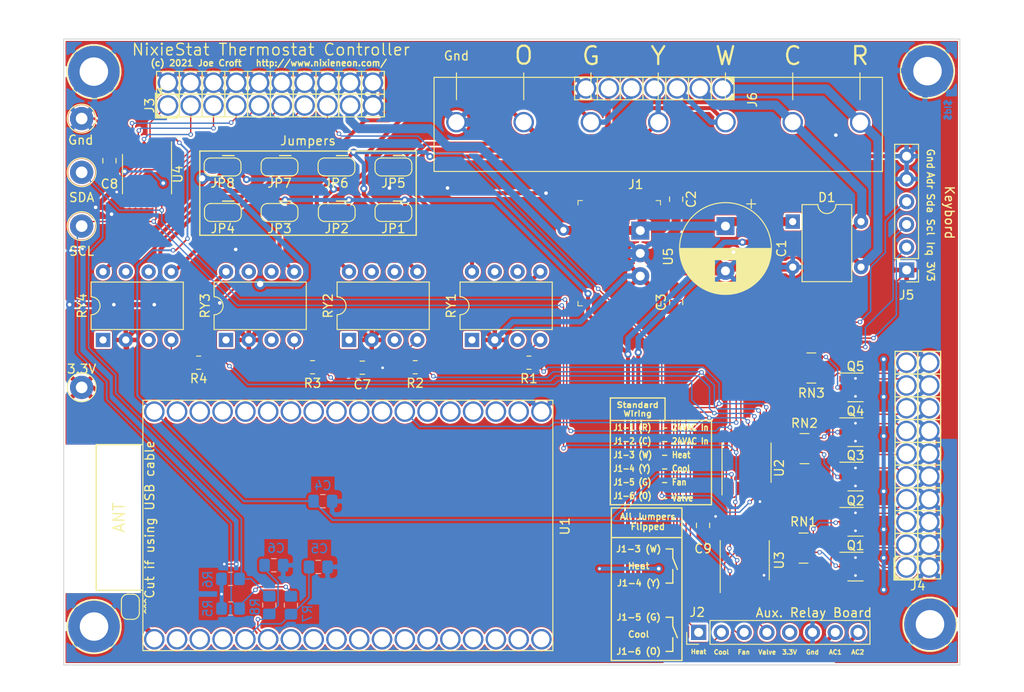
<source format=kicad_pcb>
(kicad_pcb (version 20171130) (host pcbnew 5.1.8-5.1.8)
  (layers (0 F.Cu signal hide) (31 B.Cu signal) (34 B.Paste user hide) (35 F.Paste user hide) (36 B.SilkS user) (37 F.SilkS user) (38 B.Mask user) (39 F.Mask user hide) (44 Edge.Cuts user))
  (net 0 "")
  (net 1 GNDREF)
  (net 2 +3.3V)
  (net 3 AC2)
  (net 4 AC1)
  (net 5 "Net-(J1-Pad3)")
  (net 6 "Net-(J1-Pad4)")
  (net 7 "Net-(J1-Pad5)")
  (net 8 "Net-(J1-Pad6)")
  (net 9 SEG_D_1)
  (net 10 SEG_D_2)
  (net 11 SEG_D_3)
  (net 12 SEG_D_4)
  (net 13 SEG_D_5)
  (net 14 SEG_D_6)
  (net 15 SEG_D_7)
  (net 16 SEG_D_8)
  (net 17 SEG_D_9)
  (net 18 SEG_D_10)
  (net 19 "Net-(JP1-Pad2)")
  (net 20 "Net-(JP2-Pad2)")
  (net 21 "Net-(JP3-Pad3)")
  (net 22 "Net-(JP3-Pad2)")
  (net 23 "Net-(JP4-Pad3)")
  (net 24 "Net-(JP4-Pad2)")
  (net 25 "Net-(JP5-Pad2)")
  (net 26 "Net-(JP6-Pad2)")
  (net 27 "Net-(JP7-Pad3)")
  (net 28 "Net-(JP7-Pad2)")
  (net 29 "Net-(JP8-Pad3)")
  (net 30 "Net-(JP8-Pad2)")
  (net 31 SEG1)
  (net 32 SEG2)
  (net 33 SEG3)
  (net 34 SEG4)
  (net 35 SEG5)
  (net 36 SEG6)
  (net 37 SEG7)
  (net 38 SEG8)
  (net 39 SEG9)
  (net 40 SEG10)
  (net 41 "Net-(R1-Pad1)")
  (net 42 HEAT)
  (net 43 "Net-(R2-Pad1)")
  (net 44 COOL)
  (net 45 "Net-(R3-Pad1)")
  (net 46 FAN)
  (net 47 "Net-(R4-Pad1)")
  (net 48 VALVE)
  (net 49 "Net-(RN1-Pad7)")
  (net 50 "Net-(RN1-Pad8)")
  (net 51 "Net-(RN1-Pad6)")
  (net 52 "Net-(RN1-Pad5)")
  (net 53 "Net-(RN2-Pad7)")
  (net 54 "Net-(RN2-Pad8)")
  (net 55 "Net-(RN2-Pad6)")
  (net 56 "Net-(RN2-Pad5)")
  (net 57 "Net-(RN3-Pad7)")
  (net 58 "Net-(RN3-Pad8)")
  (net 59 "Net-(RN3-Pad6)")
  (net 60 "Net-(RN3-Pad5)")
  (net 61 "Net-(U1-Pad35)")
  (net 62 "Net-(U1-Pad34)")
  (net 63 "Net-(U1-Pad33)")
  (net 64 "Net-(U1-Pad32)")
  (net 65 "Net-(U1-Pad31)")
  (net 66 "Net-(U1-Pad30)")
  (net 67 "Net-(U1-Pad29)")
  (net 68 "Net-(U1-Pad28)")
  (net 69 "Net-(U1-Pad26)")
  (net 70 "Net-(U1-Pad22)")
  (net 71 "Net-(U1-Pad21)")
  (net 72 "Net-(U1-Pad20)")
  (net 73 "Net-(U1-Pad18)")
  (net 74 "Net-(U1-Pad17)")
  (net 75 "Net-(U1-Pad12)")
  (net 76 "Net-(U1-Pad11)")
  (net 77 "Net-(U1-Pad10)")
  (net 78 "Net-(U1-Pad7)")
  (net 79 "Net-(U1-Pad4)")
  (net 80 "Net-(U1-Pad2)")
  (net 81 "Net-(U1-Pad27)")
  (net 82 "Net-(U1-Pad9)")
  (net 83 "Net-(U1-Pad8)")
  (net 84 KEY_IRQ)
  (net 85 "Net-(U1-Pad16)")
  (net 86 "Net-(U1-Pad13)")
  (net 87 "Net-(U1-Pad15)")
  (net 88 "Net-(U1-Pad14)")
  (net 89 I2C_SCL)
  (net 90 I2C_SDA)
  (net 91 "Net-(U1-Pad24)")
  (net 92 "Net-(U1-Pad23)")
  (net 93 "Net-(U1-Pad3)")
  (net 94 "Net-(U2-Pad7)")
  (net 95 "Net-(U4-Pad12)")
  (net 96 "Net-(RN3-Pad2)")
  (net 97 "Net-(RN3-Pad1)")
  (net 98 ~HV_EN~)
  (net 99 VCC)
  (net 100 RESET)
  (net 101 "Net-(JP9-Pad2)")
  (net 102 "Net-(J3-Pad7)")
  (net 103 "Net-(J3-Pad3)")
  (net 104 "Net-(J3-Pad5)")
  (net 105 "Net-(J3-Pad13)")
  (net 106 "Net-(J3-Pad1)")
  (net 107 "Net-(J3-Pad11)")
  (net 108 "Net-(J3-Pad9)")
  (net 109 "Net-(C5-Pad1)")
  (net 110 "Net-(C6-Pad1)")
  (module Resistor_SMD:R_0805_2012Metric_Pad1.20x1.40mm_HandSolder (layer B.Cu) (at 119.126 137.795 270)
    (fp_text reference R8 (at 0.1905 1.5875 90) (layer B.Cu) (effects (justify mirror)))
    (fp_text value "0 Ohm" hide)
    (pad 2 smd roundrect (at 1 0 270) (size 1.2 1.4) (layers B.Cu B.Paste B.Mask) (roundrect_rratio 0.2083325) (net 110 "Net-(C6-Pad1)"))
    (pad 1 smd roundrect (at -1 0 270) (size 1.2 1.4) (layers B.Cu B.Paste B.Mask) (roundrect_rratio 0.2083325) (net 90 I2C_SDA))
  )
  (module Resistor_SMD:R_0805_2012Metric_Pad1.20x1.40mm_HandSolder (layer B.Cu) (at 121.539 137.811 270)
    (fp_text reference R7 (at 0.9365 -1.8415 270) (layer B.Cu) (effects (justify mirror)))
    (fp_text value "0 Ohm" hide)
    (pad 2 smd roundrect (at 1 0 270) (size 1.2 1.4) (layers B.Cu B.Paste B.Mask) (roundrect_rratio 0.2083325) (net 109 "Net-(C5-Pad1)"))
    (pad 1 smd roundrect (at -1 0 270) (size 1.2 1.4) (layers B.Cu B.Paste B.Mask) (roundrect_rratio 0.2083325) (net 89 I2C_SCL))
  )
  (module Resistor_SMD:R_0805_2012Metric_Pad1.20x1.40mm_HandSolder (layer B.Cu) (at 114.792 134.874)
    (fp_text reference R6 (at -2.524 0.0635 90) (layer B.Cu) (effects (justify mirror)))
    (fp_text value 100K hide)
    (pad 2 smd roundrect (at 1 0) (size 1.2 1.4) (layers B.Cu B.Paste B.Mask) (roundrect_rratio 0.2083325) (net 90 I2C_SDA))
    (pad 1 smd roundrect (at -1 0) (size 1.2 1.4) (layers B.Cu B.Paste B.Mask) (roundrect_rratio 0.2083325) (net 2 +3.3V))
  )
  (module Resistor_SMD:R_0805_2012Metric_Pad1.20x1.40mm_HandSolder (layer B.Cu) (at 114.808 138.176)
    (fp_text reference R5 (at -2.54 0 90) (layer B.Cu) (effects (justify mirror)))
    (fp_text value 100K hide)
    (pad 2 smd roundrect (at 1 0) (size 1.2 1.4) (layers B.Cu B.Paste B.Mask) (roundrect_rratio 0.2083325) (net 89 I2C_SCL))
    (pad 1 smd roundrect (at -1 0) (size 1.2 1.4) (layers B.Cu B.Paste B.Mask) (roundrect_rratio 0.2083325) (net 2 +3.3V))
  )
  (module Capacitor_SMD:C_0805_2012Metric_Pad1.18x1.45mm_HandSolder (layer B.Cu) (at 119.634 133.35)
    (fp_text reference C6 (at 0.254 -1.905) (layer B.Cu) (effects (justify mirror)))
    (fp_text value .1uf hide)
    (pad 2 smd roundrect (at 1.0375 0) (size 1.175 1.45) (layers B.Cu B.Paste B.Mask) (roundrect_rratio 0.2127659574468085) (net 1 GNDREF))
    (pad 1 smd roundrect (at -1.0375 0) (size 1.175 1.45) (layers B.Cu B.Paste B.Mask) (roundrect_rratio 0.2127659574468085) (net 110 "Net-(C6-Pad1)"))
  )
  (module Capacitor_SMD:C_0805_2012Metric_Pad1.18x1.45mm_HandSolder (layer B.Cu) (at 124.587 133.5405)
    (fp_text reference C5 (at 0.127 -2.032) (layer B.Cu) (effects (justify mirror)))
    (fp_text value .1uf hide)
    (pad 2 smd roundrect (at 1.0375 0) (size 1.175 1.45) (layers B.Cu B.Paste B.Mask) (roundrect_rratio 0.2127659574468085) (net 1 GNDREF))
    (pad 1 smd roundrect (at -1.0375 0) (size 1.175 1.45) (layers B.Cu B.Paste B.Mask) (roundrect_rratio 0.2127659574468085) (net 109 "Net-(C5-Pad1)"))
  )
  (module croftj:pcb_jack-2x10-mirror (layer F.Cu) (at 195.2625 136.144 180)
    (fp_text reference J4 (at 3.81 0.5) (layer F.SilkS))
    (fp_text value Conn_02x10_Odd_Even)
    (pad 13 thru_hole circle (at 5.08 17.78 270) (size 2.286 2.286) (drill 1.78) (layers *.Cu *.Mask) (net 15 SEG_D_7))
    (pad 1 thru_hole circle (at 5.08 2.54 180) (size 2.286 2.286) (drill 1.78) (layers *.Cu *.Mask) (net 9 SEG_D_1))
    (pad 17 thru_hole circle (at 5.08 22.86 180) (size 2.286 2.286) (drill 1.78) (layers *.Cu *.Mask) (net 17 SEG_D_9))
    (pad 11 thru_hole circle (at 5.08 15.24 180) (size 2.286 2.286) (drill 1.78) (layers *.Cu *.Mask) (net 14 SEG_D_6))
    (pad 19 thru_hole circle (at 5.08 25.4 180) (size 2.286 2.286) (drill 1.78) (layers *.Cu *.Mask) (net 18 SEG_D_10))
    (pad 9 thru_hole circle (at 5.08 12.7 180) (size 2.286 2.286) (drill 1.78) (layers *.Cu *.Mask) (net 13 SEG_D_5))
    (pad 5 thru_hole circle (at 5.08 7.62 180) (size 2.286 2.286) (drill 1.78) (layers *.Cu *.Mask) (net 11 SEG_D_3))
    (pad 15 thru_hole circle (at 5.08 20.32 180) (size 2.286 2.286) (drill 1.78) (layers *.Cu *.Mask) (net 16 SEG_D_8))
    (pad 7 thru_hole circle (at 5.08 10.16 180) (size 2.286 2.286) (drill 1.78) (layers *.Cu *.Mask) (net 12 SEG_D_4))
    (pad 3 thru_hole circle (at 5.08 5.08 180) (size 2.286 2.286) (drill 1.78) (layers *.Cu *.Mask) (net 10 SEG_D_2))
    (pad 10 thru_hole circle (at 2.54 12.7 270) (size 2.286 2.286) (drill 1.78) (layers *.Cu *.Mask) (net 1 GNDREF))
    (pad 12 thru_hole circle (at 2.54 15.24 180) (size 2.286 2.286) (drill 1.78) (layers *.Cu *.Mask) (net 1 GNDREF))
    (pad 20 thru_hole circle (at 2.54 25.4 180) (size 2.286 2.286) (drill 1.78) (layers *.Cu *.Mask) (net 1 GNDREF))
    (pad 18 thru_hole circle (at 2.54 22.86 180) (size 2.286 2.286) (drill 1.78) (layers *.Cu *.Mask) (net 1 GNDREF))
    (pad 2 thru_hole circle (at 2.54 2.54 180) (size 2.286 2.286) (drill 1.78) (layers *.Cu *.Mask) (net 1 GNDREF))
    (pad 16 thru_hole circle (at 2.54 20.32 180) (size 2.286 2.286) (drill 1.78) (layers *.Cu *.Mask) (net 1 GNDREF))
    (pad 14 thru_hole circle (at 2.54 17.78 180) (size 2.286 2.286) (drill 1.78) (layers *.Cu *.Mask) (net 1 GNDREF))
    (pad 6 thru_hole circle (at 2.54 7.62 180) (size 2.286 2.286) (drill 1.78) (layers *.Cu *.Mask) (net 1 GNDREF))
    (pad 4 thru_hole circle (at 2.54 5.08 180) (size 2.286 2.286) (drill 1.78) (layers *.Cu *.Mask) (net 1 GNDREF))
    (pad 8 thru_hole circle (at 2.54 10.16 180) (size 2.286 2.286) (drill 1.78) (layers *.Cu *.Mask) (net 1 GNDREF))
  )
  (module croftj:pcb_jack-2x10 (layer F.Cu) (at 105.283 82.042 90)
    (fp_text reference J3 (at 0 0.5 90) (layer F.SilkS))
    (fp_text value Conn_02x10_Odd_Even)
    (pad 10 thru_hole circle (at 2.54 12.7 180) (size 2.286 2.286) (drill 1.78) (layers *.Cu *.Mask) (net 1 GNDREF))
    (pad 12 thru_hole circle (at 2.54 15.24 90) (size 2.286 2.286) (drill 1.78) (layers *.Cu *.Mask) (net 1 GNDREF))
    (pad 20 thru_hole circle (at 2.54 25.4 90) (size 2.286 2.286) (drill 1.78) (layers *.Cu *.Mask) (net 1 GNDREF))
    (pad 18 thru_hole circle (at 2.54 22.86 90) (size 2.286 2.286) (drill 1.78) (layers *.Cu *.Mask) (net 1 GNDREF))
    (pad 2 thru_hole circle (at 2.54 2.54 90) (size 2.286 2.286) (drill 1.78) (layers *.Cu *.Mask) (net 1 GNDREF))
    (pad 16 thru_hole circle (at 2.54 20.32 90) (size 2.286 2.286) (drill 1.78) (layers *.Cu *.Mask) (net 1 GNDREF))
    (pad 14 thru_hole circle (at 2.54 17.78 90) (size 2.286 2.286) (drill 1.78) (layers *.Cu *.Mask) (net 1 GNDREF))
    (pad 6 thru_hole circle (at 2.54 7.62 90) (size 2.286 2.286) (drill 1.78) (layers *.Cu *.Mask) (net 1 GNDREF))
    (pad 4 thru_hole circle (at 2.54 5.08 90) (size 2.286 2.286) (drill 1.78) (layers *.Cu *.Mask) (net 1 GNDREF))
    (pad 8 thru_hole circle (at 2.54 10.16 90) (size 2.286 2.286) (drill 1.78) (layers *.Cu *.Mask) (net 1 GNDREF))
    (pad 7 thru_hole circle (at 0 10.16 90) (size 2.286 2.286) (drill 1.78) (layers *.Cu *.Mask) (net 102 "Net-(J3-Pad7)"))
    (pad 3 thru_hole circle (at 0 5.08 90) (size 2.286 2.286) (drill 1.78) (layers *.Cu *.Mask) (net 103 "Net-(J3-Pad3)"))
    (pad 5 thru_hole circle (at 0 7.62 90) (size 2.286 2.286) (drill 1.78) (layers *.Cu *.Mask) (net 104 "Net-(J3-Pad5)"))
    (pad 13 thru_hole circle (at 0 17.78 180) (size 2.286 2.286) (drill 1.78) (layers *.Cu *.Mask) (net 105 "Net-(J3-Pad13)"))
    (pad 15 thru_hole circle (at 0 20.32 90) (size 2.286 2.286) (drill 1.78) (layers *.Cu *.Mask) (net 98 ~HV_EN~))
    (pad 1 thru_hole circle (at 0 2.54 90) (size 2.286 2.286) (drill 1.78) (layers *.Cu *.Mask) (net 106 "Net-(J3-Pad1)"))
    (pad 17 thru_hole circle (at 0 22.86 90) (size 2.286 2.286) (drill 1.78) (layers *.Cu *.Mask) (net 99 VCC))
    (pad 19 thru_hole circle (at 0 25.4 90) (size 2.286 2.286) (drill 1.78) (layers *.Cu *.Mask) (net 1 GNDREF))
    (pad 11 thru_hole circle (at 0 15.24 90) (size 2.286 2.286) (drill 1.78) (layers *.Cu *.Mask) (net 107 "Net-(J3-Pad11)"))
    (pad 9 thru_hole circle (at 0 12.7 90) (size 2.286 2.286) (drill 1.78) (layers *.Cu *.Mask) (net 108 "Net-(J3-Pad9)"))
  )
  (module Jumper:SolderJumper-2_P1.3mm_Bridged_RoundedPad1.0x1.5mm (layer F.Cu) (at 103.632 137.9855 270)
    (fp_text reference JP9 hide)
    (fp_text value Jumper_2_Bridged hide)
    (fp_poly (pts (xy 0.25 -0.3) (xy -0.25 -0.3) (xy -0.25 0.3) (xy 0.25 0.3)) (layer F.Cu) (width 0))
    (pad 1 smd custom (at -0.65 0 270) (size 1 0.5) (layers F.Cu F.Mask) (net 2 +3.3V) (options (clearance outline) (anchor rect)) (primitives (gr_circle (center 0 0.25) (end 0.5 0.25) (width 0)) (gr_circle (center 0 -0.25) (end 0.5 -0.25) (width 0)) (gr_poly (pts (xy 0 -0.75) (xy 0.5 -0.75) (xy 0.5 0.75) (xy 0 0.75)) (width 0))))
    (pad 2 smd custom (at 0.65 0 270) (size 1 0.5) (layers F.Cu F.Mask) (net 101 "Net-(JP9-Pad2)") (options (clearance outline) (anchor rect)) (primitives (gr_circle (center 0 0.25) (end 0.5 0.25) (width 0)) (gr_circle (center 0 -0.25) (end 0.5 -0.25) (width 0)) (gr_poly (pts (xy 0 -0.75) (xy -0.5 -0.75) (xy -0.5 0.75) (xy 0 0.75)) (width 0))))
  )
  (module croftj:4-40-Screw (layer F.Cu) (at 193.064 135.495)
    (fp_text reference SH4 hide)
    (fp_text value ScrewHole)
    (pad 1 thru_hole circle (at -0.254 4.445) (size 5.75 5.75) (drill 3.175) (layers *.Cu *.Mask) (net 1 GNDREF))
  )
  (module croftj:4-40-Screw (layer F.Cu) (at 192.784 73.765)
    (fp_text reference SH3 hide)
    (fp_text value ScrewHole)
    (pad 1 thru_hole circle (at -0.254 4.445) (size 5.75 5.75) (drill 3.175) (layers *.Cu *.Mask) (net 1 GNDREF))
  )
  (module croftj:4-40-Screw (layer F.Cu) (at 99.834 135.745)
    (fp_text reference SH2 hide)
    (fp_text value ScrewHole)
    (pad 1 thru_hole circle (at -0.254 4.445) (size 5.75 5.75) (drill 3.175) (layers *.Cu *.Mask) (net 1 GNDREF))
  )
  (module croftj:4-40-Screw (layer F.Cu) (at 99.814 73.815)
    (fp_text reference SH1 hide)
    (fp_text value ScrewHole)
    (pad 1 thru_hole circle (at -0.254 4.445) (size 5.75 5.75) (drill 3.175) (layers *.Cu *.Mask) (net 1 GNDREF))
  )
  (module Capacitor_SMD:C_0805_2012Metric_Pad1.18x1.45mm_HandSolder (layer B.Cu) (at 125.1 126.2)
    (fp_text reference C4 (at -0.005 -1.74) (layer B.Cu) (effects (justify mirror)))
    (fp_text value .1uf)
    (pad 2 smd roundrect (at 1.0375 0) (size 1.175 1.45) (layers B.Cu B.Paste B.Mask) (roundrect_rratio 0.2127659574468085) (net 1 GNDREF))
    (pad 1 smd roundrect (at -1.0375 0) (size 1.175 1.45) (layers B.Cu B.Paste B.Mask) (roundrect_rratio 0.2127659574468085) (net 100 RESET))
  )
  (module Connector_Pin:Pin_D1.3mm_L11.0mm (layer F.Cu) (at 98.2 89.5)
    (fp_text reference TP3 hide)
    (fp_text value SDA (at 0 2.8) (layer F.SilkS))
    (pad 1 thru_hole circle (at 0 0) (size 2.6 2.6) (drill 1.3) (layers *.Cu *.Mask) (net 90 I2C_SDA))
  )
  (module Package_TO_SOT_SMD:SuperSOT-6 (layer F.Cu) (at 184.5 133.5)
    (fp_text reference Q1 (at 0 -2.35) (layer F.SilkS))
    (fp_text value PMBTA42DS,125)
    (pad 5 smd rect (at 1.3 0) (size 1 0.7) (layers F.Cu F.Paste F.Mask) (net 31 SEG1))
    (pad 6 smd rect (at 1.3 -0.95) (size 1 0.7) (layers F.Cu F.Paste F.Mask) (net 9 SEG_D_1))
    (pad 4 smd rect (at 1.3 0.95) (size 1 0.7) (layers F.Cu F.Paste F.Mask) (net 1 GNDREF))
    (pad 3 smd rect (at -1.3 0.95) (size 1 0.7) (layers F.Cu F.Paste F.Mask) (net 10 SEG_D_2))
    (pad 2 smd rect (at -1.3 0) (size 1 0.7) (layers F.Cu F.Paste F.Mask) (net 32 SEG2))
    (pad 1 smd rect (at -1.3 -0.95) (size 1 0.7) (layers F.Cu F.Paste F.Mask) (net 1 GNDREF))
  )
  (module Package_SO:TSSOP-16_4.4x5mm_P0.65mm (layer F.Cu) (at 105.49 89.7 270)
    (fp_text reference U4 (at 0 -3.45 90) (layer F.SilkS))
    (fp_text value MAX7320)
    (pad 16 smd roundrect (at 2.8625 -2.275 270) (size 1.475 0.4) (layers F.Cu F.Paste F.Mask) (net 2 +3.3V))
    (pad 15 smd roundrect (at 2.8625 -1.625 270) (size 1.475 0.4) (layers F.Cu F.Paste F.Mask) (net 90 I2C_SDA))
    (pad 14 smd roundrect (at 2.8625 -0.975 270) (size 1.475 0.4) (layers F.Cu F.Paste F.Mask) (net 89 I2C_SCL))
    (pad 13 smd roundrect (at 2.8625 -0.325 270) (size 1.475 0.4) (layers F.Cu F.Paste F.Mask))
    (pad 12 smd roundrect (at 2.8625 0.325 270) (size 1.475 0.4) (layers F.Cu F.Paste F.Mask) (net 95 "Net-(U4-Pad12)"))
    (pad 11 smd roundrect (at 2.8625 0.975 270) (size 1.475 0.4) (layers F.Cu F.Paste F.Mask) (net 105 "Net-(J3-Pad13)"))
    (pad 10 smd roundrect (at 2.8625 1.625 270) (size 1.475 0.4) (layers F.Cu F.Paste F.Mask) (net 107 "Net-(J3-Pad11)"))
    (pad 9 smd roundrect (at 2.8625 2.275 270) (size 1.475 0.4) (layers F.Cu F.Paste F.Mask) (net 108 "Net-(J3-Pad9)"))
    (pad 8 smd roundrect (at -2.8625 2.275 270) (size 1.475 0.4) (layers F.Cu F.Paste F.Mask) (net 1 GNDREF))
    (pad 7 smd roundrect (at -2.8625 1.625 270) (size 1.475 0.4) (layers F.Cu F.Paste F.Mask) (net 102 "Net-(J3-Pad7)"))
    (pad 6 smd roundrect (at -2.8625 0.975 270) (size 1.475 0.4) (layers F.Cu F.Paste F.Mask) (net 104 "Net-(J3-Pad5)"))
    (pad 5 smd roundrect (at -2.8625 0.325 270) (size 1.475 0.4) (layers F.Cu F.Paste F.Mask) (net 103 "Net-(J3-Pad3)"))
    (pad 4 smd roundrect (at -2.8625 -0.325 270) (size 1.475 0.4) (layers F.Cu F.Paste F.Mask) (net 106 "Net-(J3-Pad1)"))
    (pad 3 smd roundrect (at -2.8625 -0.975 270) (size 1.475 0.4) (layers F.Cu F.Paste F.Mask) (net 1 GNDREF))
    (pad 2 smd roundrect (at -2.8625 -1.625 270) (size 1.475 0.4) (layers F.Cu F.Paste F.Mask) (net 100 RESET))
    (pad 1 smd roundrect (at -2.8625 -2.275 270) (size 1.475 0.4) (layers F.Cu F.Paste F.Mask) (net 1 GNDREF))
  )
  (module Package_TO_SOT_SMD:SuperSOT-6 (layer F.Cu) (at 184.5 113.5)
    (fp_text reference Q5 (at 0 -2.35) (layer F.SilkS))
    (fp_text value PMBTA42DS,125)
    (pad 5 smd rect (at 1.3 0) (size 1 0.7) (layers F.Cu F.Paste F.Mask) (net 39 SEG9))
    (pad 6 smd rect (at 1.3 -0.95) (size 1 0.7) (layers F.Cu F.Paste F.Mask) (net 17 SEG_D_9))
    (pad 4 smd rect (at 1.3 0.95) (size 1 0.7) (layers F.Cu F.Paste F.Mask) (net 1 GNDREF))
    (pad 3 smd rect (at -1.3 0.95) (size 1 0.7) (layers F.Cu F.Paste F.Mask) (net 18 SEG_D_10))
    (pad 2 smd rect (at -1.3 0) (size 1 0.7) (layers F.Cu F.Paste F.Mask) (net 40 SEG10))
    (pad 1 smd rect (at -1.3 -0.95) (size 1 0.7) (layers F.Cu F.Paste F.Mask) (net 1 GNDREF))
  )
  (module Package_TO_SOT_SMD:SuperSOT-6 (layer F.Cu) (at 184.49 118.5)
    (fp_text reference Q4 (at 0 -2.35) (layer F.SilkS))
    (fp_text value PMBTA42DS,125)
    (pad 5 smd rect (at 1.3 0) (size 1 0.7) (layers F.Cu F.Paste F.Mask) (net 37 SEG7))
    (pad 6 smd rect (at 1.3 -0.95) (size 1 0.7) (layers F.Cu F.Paste F.Mask) (net 15 SEG_D_7))
    (pad 4 smd rect (at 1.3 0.95) (size 1 0.7) (layers F.Cu F.Paste F.Mask) (net 1 GNDREF))
    (pad 3 smd rect (at -1.3 0.95) (size 1 0.7) (layers F.Cu F.Paste F.Mask) (net 16 SEG_D_8))
    (pad 2 smd rect (at -1.3 0) (size 1 0.7) (layers F.Cu F.Paste F.Mask) (net 38 SEG8))
    (pad 1 smd rect (at -1.3 -0.95) (size 1 0.7) (layers F.Cu F.Paste F.Mask) (net 1 GNDREF))
  )
  (module Package_TO_SOT_SMD:SuperSOT-6 (layer F.Cu) (at 184.5 123.45)
    (fp_text reference Q3 (at 0 -2.35) (layer F.SilkS))
    (fp_text value PMBTA42DS,125)
    (pad 5 smd rect (at 1.3 0) (size 1 0.7) (layers F.Cu F.Paste F.Mask) (net 35 SEG5))
    (pad 6 smd rect (at 1.3 -0.95) (size 1 0.7) (layers F.Cu F.Paste F.Mask) (net 13 SEG_D_5))
    (pad 4 smd rect (at 1.3 0.95) (size 1 0.7) (layers F.Cu F.Paste F.Mask) (net 1 GNDREF))
    (pad 3 smd rect (at -1.3 0.95) (size 1 0.7) (layers F.Cu F.Paste F.Mask) (net 14 SEG_D_6))
    (pad 2 smd rect (at -1.3 0) (size 1 0.7) (layers F.Cu F.Paste F.Mask) (net 36 SEG6))
    (pad 1 smd rect (at -1.3 -0.95) (size 1 0.7) (layers F.Cu F.Paste F.Mask) (net 1 GNDREF))
  )
  (module Package_TO_SOT_SMD:SuperSOT-6 (layer F.Cu) (at 184.5 128.5)
    (fp_text reference Q2 (at 0 -2.35) (layer F.SilkS))
    (fp_text value PMBTA42DS,125)
    (pad 5 smd rect (at 1.3 0) (size 1 0.7) (layers F.Cu F.Paste F.Mask) (net 33 SEG3))
    (pad 6 smd rect (at 1.3 -0.95) (size 1 0.7) (layers F.Cu F.Paste F.Mask) (net 11 SEG_D_3))
    (pad 4 smd rect (at 1.3 0.95) (size 1 0.7) (layers F.Cu F.Paste F.Mask) (net 1 GNDREF))
    (pad 3 smd rect (at -1.3 0.95) (size 1 0.7) (layers F.Cu F.Paste F.Mask) (net 12 SEG_D_4))
    (pad 2 smd rect (at -1.3 0) (size 1 0.7) (layers F.Cu F.Paste F.Mask) (net 34 SEG4))
    (pad 1 smd rect (at -1.3 -0.95) (size 1 0.7) (layers F.Cu F.Paste F.Mask) (net 1 GNDREF))
  )
  (module croftj:Mill-Max-295x7 (layer F.Cu) (at 173.5 81.4 270)
    (fp_text reference J6 (at 0 0.5 90) (layer F.SilkS))
    (fp_text value Conn_01x07)
    (pad 7 thru_hole circle (at -1.27 19.05 270) (size 2.286 2.286) (drill 1.78) (layers *.Cu *.Mask) (net 1 GNDREF))
    (pad 6 thru_hole circle (at -1.27 16.51 270) (size 2.286 2.286) (drill 1.78) (layers *.Cu *.Mask) (net 8 "Net-(J1-Pad6)"))
    (pad 5 thru_hole circle (at -1.27 13.97 270) (size 2.286 2.286) (drill 1.78) (layers *.Cu *.Mask) (net 7 "Net-(J1-Pad5)"))
    (pad 4 thru_hole circle (at -1.27 11.43 270) (size 2.286 2.286) (drill 1.78) (layers *.Cu *.Mask) (net 6 "Net-(J1-Pad4)"))
    (pad 3 thru_hole circle (at -1.27 8.89 270) (size 2.286 2.286) (drill 1.78) (layers *.Cu *.Mask) (net 5 "Net-(J1-Pad3)"))
    (pad 2 thru_hole circle (at -1.27 6.35 270) (size 2.286 2.286) (drill 1.78) (layers *.Cu *.Mask) (net 3 AC2))
    (pad 1 thru_hole circle (at -1.27 3.81 270) (size 2.286 2.286) (drill 1.78) (layers *.Cu *.Mask) (net 4 AC1))
  )
  (module digikey-footprints:3-SIP_Module_V7805-1000 (layer F.Cu) (at 160.5 96 270)
    (fp_text reference U5 (at 2.91 -3.12 90) (layer F.SilkS))
    (fp_text value V7803-1000)
    (pad 3 thru_hole circle (at 5.08 0 270) (size 2 2) (drill 1) (layers *.Cu *.Mask) (net 2 +3.3V))
    (pad 2 thru_hole circle (at 2.54 0 270) (size 2 2) (drill 1) (layers *.Cu *.Mask) (net 1 GNDREF))
    (pad 1 thru_hole rect (at 0 0 270) (size 2 2) (drill 1) (layers *.Cu *.Mask) (net 99 VCC))
  )
  (module croftj:conn-phx-1703090 (layer F.Cu) (at 160 89.4 180)
    (fp_text reference J1 (at 0 -1.45) (layer F.SilkS))
    (fp_text value Conn_01x07)
    (pad 1 thru_hole circle (at -25.02 5.45 180) (size 2.286 2.286) (drill 1.78) (layers *.Cu *.Mask) (net 4 AC1))
    (pad 2 thru_hole circle (at -17.5 5.5 180) (size 2.286 2.286) (drill 1.78) (layers *.Cu *.Mask) (net 3 AC2))
    (pad 3 thru_hole circle (at -10 5.5 180) (size 2.286 2.286) (drill 1.78) (layers *.Cu *.Mask) (net 5 "Net-(J1-Pad3)"))
    (pad 4 thru_hole circle (at -2.5 5.5 180) (size 2.286 2.286) (drill 1.78) (layers *.Cu *.Mask) (net 6 "Net-(J1-Pad4)"))
    (pad 5 thru_hole circle (at 5 5.5 180) (size 2.286 2.286) (drill 1.78) (layers *.Cu *.Mask) (net 7 "Net-(J1-Pad5)"))
    (pad 6 thru_hole circle (at 12.5 5.5 180) (size 2.286 2.286) (drill 1.78) (layers *.Cu *.Mask) (net 8 "Net-(J1-Pad6)"))
    (pad 7 thru_hole circle (at 20 5.5 180) (size 2.286 2.286) (drill 1.78) (layers *.Cu *.Mask) (net 1 GNDREF))
  )
  (module Diode_THT:Diode_Bridge_DIP-4_W7.62mm_P5.08mm (layer F.Cu) (at 177.5 95)
    (fp_text reference D1 (at 3.8 -2.7) (layer F.SilkS))
    (fp_text value DF01M)
    (pad 1 thru_hole rect (at 0 0) (size 1.6 1.6) (drill 0.8) (layers *.Cu *.Mask) (net 99 VCC))
    (pad 3 thru_hole oval (at 7.62 5.08) (size 1.6 1.6) (drill 0.8) (layers *.Cu *.Mask) (net 4 AC1))
    (pad 2 thru_hole oval (at 0 5.08) (size 1.6 1.6) (drill 0.8) (layers *.Cu *.Mask) (net 1 GNDREF))
    (pad 4 thru_hole oval (at 7.62 0) (size 1.6 1.6) (drill 0.8) (layers *.Cu *.Mask) (net 3 AC2))
  )
  (module Capacitor_SMD:C_0805_2012Metric_Pad1.18x1.45mm_HandSolder (layer F.Cu) (at 164.5 104 90)
    (fp_text reference C3 (at 0 -1.68 90) (layer F.SilkS))
    (fp_text value "10uf 35V")
    (pad 2 smd roundrect (at 1.0375 0 90) (size 1.175 1.45) (layers F.Cu F.Paste F.Mask) (roundrect_rratio 0.2127659574468085) (net 1 GNDREF))
    (pad 1 smd roundrect (at -1.0375 0 90) (size 1.175 1.45) (layers F.Cu F.Paste F.Mask) (roundrect_rratio 0.2127659574468085) (net 2 +3.3V))
  )
  (module Capacitor_SMD:C_0805_2012Metric_Pad1.18x1.45mm_HandSolder (layer F.Cu) (at 164.5 92.5 270)
    (fp_text reference C2 (at 0 -1.68 90) (layer F.SilkS))
    (fp_text value "10uf 35V")
    (pad 2 smd roundrect (at 1.0375 0 270) (size 1.175 1.45) (layers F.Cu F.Paste F.Mask) (roundrect_rratio 0.2127659574468085) (net 1 GNDREF))
    (pad 1 smd roundrect (at -1.0375 0 270) (size 1.175 1.45) (layers F.Cu F.Paste F.Mask) (roundrect_rratio 0.2127659574468085) (net 99 VCC))
  )
  (module Capacitor_THT:CP_Radial_D10.0mm_P5.00mm (layer F.Cu) (at 170 95.5 270)
    (fp_text reference C1 (at 2.5 -6.25 90) (layer F.SilkS))
    (fp_text value "100uf 35V")
    (pad 2 thru_hole circle (at 5 0 270) (size 2 2) (drill 1) (layers *.Cu *.Mask) (net 1 GNDREF))
    (pad 1 thru_hole rect (at 0 0 270) (size 2 2) (drill 1) (layers *.Cu *.Mask) (net 99 VCC))
  )
  (module Capacitor_SMD:C_0805_2012Metric_Pad1.18x1.45mm_HandSolder (layer F.Cu) (at 167.5 128.9 90)
    (fp_text reference C9 (at -2.6 0 180) (layer F.SilkS))
    (fp_text value .1uf)
    (pad 2 smd roundrect (at 1.0375 0 90) (size 1.175 1.45) (layers F.Cu F.Paste F.Mask) (roundrect_rratio 0.2127659574468085) (net 1 GNDREF))
    (pad 1 smd roundrect (at -1.0375 0 90) (size 1.175 1.45) (layers F.Cu F.Paste F.Mask) (roundrect_rratio 0.2127659574468085) (net 2 +3.3V))
  )
  (module Capacitor_SMD:C_0805_2012Metric_Pad1.18x1.45mm_HandSolder (layer F.Cu) (at 101.3 88.2 90)
    (fp_text reference C8 (at -2.6 0 180) (layer F.SilkS))
    (fp_text value .1uf)
    (pad 2 smd roundrect (at 1.0375 0 90) (size 1.175 1.45) (layers F.Cu F.Paste F.Mask) (roundrect_rratio 0.2127659574468085) (net 1 GNDREF))
    (pad 1 smd roundrect (at -1.0375 0 90) (size 1.175 1.45) (layers F.Cu F.Paste F.Mask) (roundrect_rratio 0.2127659574468085) (net 2 +3.3V))
  )
  (module Capacitor_SMD:C_0805_2012Metric_Pad1.18x1.45mm_HandSolder (layer F.Cu) (at 129.5 111.3)
    (fp_text reference C7 (at 0 1.9) (layer F.SilkS))
    (fp_text value .1uf)
    (pad 2 smd roundrect (at 1.0375 0) (size 1.175 1.45) (layers F.Cu F.Paste F.Mask) (roundrect_rratio 0.2127659574468085) (net 1 GNDREF))
    (pad 1 smd roundrect (at -1.0375 0) (size 1.175 1.45) (layers F.Cu F.Paste F.Mask) (roundrect_rratio 0.2127659574468085) (net 2 +3.3V))
  )
  (module Connector_Pin:Pin_D1.3mm_L11.0mm (layer F.Cu) (at 98.2 113.5)
    (fp_text reference TP4 hide)
    (fp_text value 3.3V (at 0 -2.05) (layer F.SilkS))
    (pad 1 thru_hole circle (at 0 0) (size 2.6 2.6) (drill 1.3) (layers *.Cu *.Mask) (net 2 +3.3V))
  )
  (module Connector_Pin:Pin_D1.3mm_L11.0mm (layer F.Cu) (at 98.2 95.5)
    (fp_text reference TP2 hide)
    (fp_text value SCL (at 0 2.8) (layer F.SilkS))
    (pad 1 thru_hole circle (at 0 0) (size 2.6 2.6) (drill 1.3) (layers *.Cu *.Mask) (net 89 I2C_SCL))
  )
  (module Package_SO:TSSOP-16_4.4x5mm_P0.65mm (layer F.Cu) (at 172.15 132.8 90)
    (fp_text reference U3 (at 0 3.85 90) (layer F.SilkS))
    (fp_text value MAX7320)
    (pad 16 smd roundrect (at 2.8625 -2.275 90) (size 1.475 0.4) (layers F.Cu F.Paste F.Mask) (net 2 +3.3V))
    (pad 15 smd roundrect (at 2.8625 -1.625 90) (size 1.475 0.4) (layers F.Cu F.Paste F.Mask) (net 90 I2C_SDA))
    (pad 14 smd roundrect (at 2.8625 -0.975 90) (size 1.475 0.4) (layers F.Cu F.Paste F.Mask) (net 89 I2C_SCL))
    (pad 13 smd roundrect (at 2.8625 -0.325 90) (size 1.475 0.4) (layers F.Cu F.Paste F.Mask))
    (pad 12 smd roundrect (at 2.8625 0.325 90) (size 1.475 0.4) (layers F.Cu F.Paste F.Mask) (net 56 "Net-(RN2-Pad5)"))
    (pad 11 smd roundrect (at 2.8625 0.975 90) (size 1.475 0.4) (layers F.Cu F.Paste F.Mask) (net 55 "Net-(RN2-Pad6)"))
    (pad 10 smd roundrect (at 2.8625 1.625 90) (size 1.475 0.4) (layers F.Cu F.Paste F.Mask) (net 53 "Net-(RN2-Pad7)"))
    (pad 9 smd roundrect (at 2.8625 2.275 90) (size 1.475 0.4) (layers F.Cu F.Paste F.Mask) (net 54 "Net-(RN2-Pad8)"))
    (pad 8 smd roundrect (at -2.8625 2.275 90) (size 1.475 0.4) (layers F.Cu F.Paste F.Mask) (net 1 GNDREF))
    (pad 7 smd roundrect (at -2.8625 1.625 90) (size 1.475 0.4) (layers F.Cu F.Paste F.Mask) (net 52 "Net-(RN1-Pad5)"))
    (pad 6 smd roundrect (at -2.8625 0.975 90) (size 1.475 0.4) (layers F.Cu F.Paste F.Mask) (net 51 "Net-(RN1-Pad6)"))
    (pad 5 smd roundrect (at -2.8625 0.325 90) (size 1.475 0.4) (layers F.Cu F.Paste F.Mask) (net 49 "Net-(RN1-Pad7)"))
    (pad 4 smd roundrect (at -2.8625 -0.325 90) (size 1.475 0.4) (layers F.Cu F.Paste F.Mask) (net 50 "Net-(RN1-Pad8)"))
    (pad 3 smd roundrect (at -2.8625 -0.975 90) (size 1.475 0.4) (layers F.Cu F.Paste F.Mask) (net 90 I2C_SDA))
    (pad 2 smd roundrect (at -2.8625 -1.625 90) (size 1.475 0.4) (layers F.Cu F.Paste F.Mask) (net 100 RESET))
    (pad 1 smd roundrect (at -2.8625 -2.275 90) (size 1.475 0.4) (layers F.Cu F.Paste F.Mask) (net 89 I2C_SCL))
  )
  (module Package_SO:TSSOP-16_4.4x5mm_P0.65mm (layer F.Cu) (at 172.35 121.9 90)
    (fp_text reference U2 (at -0.6 3.65 90) (layer F.SilkS))
    (fp_text value MAX7320)
    (pad 16 smd roundrect (at 2.8625 -2.275 90) (size 1.475 0.4) (layers F.Cu F.Paste F.Mask) (net 2 +3.3V))
    (pad 15 smd roundrect (at 2.8625 -1.625 90) (size 1.475 0.4) (layers F.Cu F.Paste F.Mask) (net 90 I2C_SDA))
    (pad 14 smd roundrect (at 2.8625 -0.975 90) (size 1.475 0.4) (layers F.Cu F.Paste F.Mask) (net 89 I2C_SCL))
    (pad 13 smd roundrect (at 2.8625 -0.325 90) (size 1.475 0.4) (layers F.Cu F.Paste F.Mask))
    (pad 12 smd roundrect (at 2.8625 0.325 90) (size 1.475 0.4) (layers F.Cu F.Paste F.Mask) (net 48 VALVE))
    (pad 11 smd roundrect (at 2.8625 0.975 90) (size 1.475 0.4) (layers F.Cu F.Paste F.Mask) (net 46 FAN))
    (pad 10 smd roundrect (at 2.8625 1.625 90) (size 1.475 0.4) (layers F.Cu F.Paste F.Mask) (net 44 COOL))
    (pad 9 smd roundrect (at 2.8625 2.275 90) (size 1.475 0.4) (layers F.Cu F.Paste F.Mask) (net 42 HEAT))
    (pad 8 smd roundrect (at -2.8625 2.275 90) (size 1.475 0.4) (layers F.Cu F.Paste F.Mask) (net 1 GNDREF))
    (pad 7 smd roundrect (at -2.8625 1.625 90) (size 1.475 0.4) (layers F.Cu F.Paste F.Mask) (net 94 "Net-(U2-Pad7)"))
    (pad 6 smd roundrect (at -2.8625 0.975 90) (size 1.475 0.4) (layers F.Cu F.Paste F.Mask) (net 98 ~HV_EN~))
    (pad 5 smd roundrect (at -2.8625 0.325 90) (size 1.475 0.4) (layers F.Cu F.Paste F.Mask) (net 60 "Net-(RN3-Pad5)"))
    (pad 4 smd roundrect (at -2.8625 -0.325 90) (size 1.475 0.4) (layers F.Cu F.Paste F.Mask) (net 59 "Net-(RN3-Pad6)"))
    (pad 3 smd roundrect (at -2.8625 -0.975 90) (size 1.475 0.4) (layers F.Cu F.Paste F.Mask) (net 90 I2C_SDA))
    (pad 2 smd roundrect (at -2.8625 -1.625 90) (size 1.475 0.4) (layers F.Cu F.Paste F.Mask) (net 100 RESET))
    (pad 1 smd roundrect (at -2.8625 -2.275 90) (size 1.475 0.4) (layers F.Cu F.Paste F.Mask) (net 90 I2C_SDA))
  )
  (module Connector_Pin:Pin_D1.3mm_L11.0mm (layer F.Cu) (at 98.2 83.5)
    (fp_text reference TP1 hide)
    (fp_text value Gnd (at -0.1 2.4) (layer F.SilkS))
    (pad 1 thru_hole circle (at 0 0) (size 2.6 2.6) (drill 1.3) (layers *.Cu *.Mask) (net 1 GNDREF))
  )
  (module croftj:ESP32-DevKit-pcb-recepticals (layer F.Cu) (at 100.584 132.08 90)
    (fp_text reference U1 (at 3.08 51.516 90) (layer F.SilkS))
    (fp_text value ESP32-DevBoard2)
    (pad 36 thru_hole circle (at 15.875 5.715 90) (size 2.286 2.286) (drill 1.78) (layers *.Cu *.Mask) (net 100 RESET))
    (pad 35 thru_hole circle (at 15.875 8.255 90) (size 2.286 2.286) (drill 1.78) (layers *.Cu *.Mask) (net 61 "Net-(U1-Pad35)"))
    (pad 34 thru_hole circle (at 15.875 10.795 90) (size 2.286 2.286) (drill 1.78) (layers *.Cu *.Mask) (net 62 "Net-(U1-Pad34)"))
    (pad 33 thru_hole circle (at 15.875 13.335 90) (size 2.286 2.286) (drill 1.78) (layers *.Cu *.Mask) (net 63 "Net-(U1-Pad33)"))
    (pad 32 thru_hole circle (at 15.875 15.875 90) (size 2.286 2.286) (drill 1.78) (layers *.Cu *.Mask) (net 64 "Net-(U1-Pad32)"))
    (pad 31 thru_hole circle (at 15.875 18.415 90) (size 2.286 2.286) (drill 1.78) (layers *.Cu *.Mask) (net 65 "Net-(U1-Pad31)"))
    (pad 30 thru_hole circle (at 15.875 20.955 90) (size 2.286 2.286) (drill 1.78) (layers *.Cu *.Mask) (net 66 "Net-(U1-Pad30)"))
    (pad 29 thru_hole circle (at 15.875 23.495 90) (size 2.286 2.286) (drill 1.78) (layers *.Cu *.Mask) (net 67 "Net-(U1-Pad29)"))
    (pad 28 thru_hole circle (at 15.875 26.035 90) (size 2.286 2.286) (drill 1.78) (layers *.Cu *.Mask) (net 68 "Net-(U1-Pad28)"))
    (pad 27 thru_hole circle (at 15.875 28.575 90) (size 2.286 2.286) (drill 1.78) (layers *.Cu *.Mask) (net 81 "Net-(U1-Pad27)"))
    (pad 26 thru_hole circle (at 15.875 31.115 90) (size 2.286 2.286) (drill 1.78) (layers *.Cu *.Mask) (net 69 "Net-(U1-Pad26)"))
    (pad 25 thru_hole circle (at 15.875 33.655 90) (size 2.286 2.286) (drill 1.78) (layers *.Cu *.Mask) (net 84 KEY_IRQ))
    (pad 24 thru_hole circle (at 15.875 36.195 90) (size 2.286 2.286) (drill 1.78) (layers *.Cu *.Mask) (net 91 "Net-(U1-Pad24)"))
    (pad 23 thru_hole circle (at 15.875 38.735 90) (size 2.286 2.286) (drill 1.78) (layers *.Cu *.Mask) (net 92 "Net-(U1-Pad23)"))
    (pad 22 thru_hole circle (at 15.875 41.275 90) (size 2.286 2.286) (drill 1.78) (layers *.Cu *.Mask) (net 70 "Net-(U1-Pad22)"))
    (pad 21 thru_hole circle (at 15.875 43.815 90) (size 2.286 2.286) (drill 1.78) (layers *.Cu *.Mask) (net 71 "Net-(U1-Pad21)"))
    (pad 20 thru_hole circle (at 15.875 46.355 90) (size 2.286 2.286) (drill 1.78) (layers *.Cu *.Mask) (net 72 "Net-(U1-Pad20)"))
    (pad 19 thru_hole circle (at 15.875 48.895 90) (size 2.286 2.286) (drill 1.78) (layers *.Cu *.Mask) (net 1 GNDREF))
    (pad 18 thru_hole circle (at -9.525 48.895 90) (size 2.286 2.286) (drill 1.78) (layers *.Cu *.Mask) (net 73 "Net-(U1-Pad18)"))
    (pad 17 thru_hole circle (at -9.525 46.355 90) (size 2.286 2.286) (drill 1.78) (layers *.Cu *.Mask) (net 74 "Net-(U1-Pad17)"))
    (pad 16 thru_hole circle (at -9.525 43.815 90) (size 2.286 2.286) (drill 1.78) (layers *.Cu *.Mask) (net 85 "Net-(U1-Pad16)"))
    (pad 15 thru_hole circle (at -9.525 41.275 90) (size 2.286 2.286) (drill 1.78) (layers *.Cu *.Mask) (net 87 "Net-(U1-Pad15)"))
    (pad 14 thru_hole circle (at -9.525 38.735 90) (size 2.286 2.286) (drill 1.78) (layers *.Cu *.Mask) (net 88 "Net-(U1-Pad14)"))
    (pad 13 thru_hole circle (at -9.525 36.195 90) (size 2.286 2.286) (drill 1.78) (layers *.Cu *.Mask) (net 86 "Net-(U1-Pad13)"))
    (pad 12 thru_hole circle (at -9.525 33.655 90) (size 2.286 2.286) (drill 1.78) (layers *.Cu *.Mask) (net 75 "Net-(U1-Pad12)"))
    (pad 11 thru_hole circle (at -9.525 31.115 90) (size 2.286 2.286) (drill 1.78) (layers *.Cu *.Mask) (net 76 "Net-(U1-Pad11)"))
    (pad 10 thru_hole circle (at -9.525 28.575 90) (size 2.286 2.286) (drill 1.78) (layers *.Cu *.Mask) (net 77 "Net-(U1-Pad10)"))
    (pad 9 thru_hole circle (at -9.525 26.035 90) (size 2.286 2.286) (drill 1.78) (layers *.Cu *.Mask) (net 82 "Net-(U1-Pad9)"))
    (pad 8 thru_hole circle (at -9.525 23.495 90) (size 2.286 2.286) (drill 1.78) (layers *.Cu *.Mask) (net 83 "Net-(U1-Pad8)"))
    (pad 7 thru_hole circle (at -9.525 20.955 90) (size 2.286 2.286) (drill 1.78) (layers *.Cu *.Mask) (net 78 "Net-(U1-Pad7)"))
    (pad 6 thru_hole circle (at -9.525 18.415 90) (size 2.286 2.286) (drill 1.78) (layers *.Cu *.Mask) (net 110 "Net-(C6-Pad1)"))
    (pad 5 thru_hole circle (at -9.525 15.875 90) (size 2.286 2.286) (drill 1.78) (layers *.Cu *.Mask) (net 109 "Net-(C5-Pad1)"))
    (pad 4 thru_hole circle (at -9.525 13.335 90) (size 2.286 2.286) (drill 1.78) (layers *.Cu *.Mask) (net 79 "Net-(U1-Pad4)"))
    (pad 3 thru_hole circle (at -9.525 10.795 90) (size 2.286 2.286) (drill 1.78) (layers *.Cu *.Mask) (net 93 "Net-(U1-Pad3)"))
    (pad 2 thru_hole circle (at -9.525 8.255 90) (size 2.286 2.286) (drill 1.78) (layers *.Cu *.Mask) (net 80 "Net-(U1-Pad2)"))
    (pad 1 thru_hole circle (at -9.525 5.715 90) (size 2.286 2.286) (drill 1.78) (layers *.Cu *.Mask) (net 101 "Net-(JP9-Pad2)"))
  )
  (module Connector_PinHeader_2.54mm:PinHeader_1x06_P2.54mm_Vertical (layer F.Cu) (at 190.2 100.4 180)
    (fp_text reference J5 (at 0 -2.8) (layer F.SilkS))
    (fp_text value Conn_01x06)
    (pad 6 thru_hole oval (at 0 12.7 180) (size 1.7 1.7) (drill 1) (layers *.Cu *.Mask) (net 1 GNDREF))
    (pad 5 thru_hole oval (at 0 10.16 180) (size 1.7 1.7) (drill 1) (layers *.Cu *.Mask) (net 1 GNDREF))
    (pad 4 thru_hole oval (at 0 7.62 180) (size 1.7 1.7) (drill 1) (layers *.Cu *.Mask) (net 90 I2C_SDA))
    (pad 3 thru_hole oval (at 0 5.08 180) (size 1.7 1.7) (drill 1) (layers *.Cu *.Mask) (net 89 I2C_SCL))
    (pad 2 thru_hole oval (at 0 2.54 180) (size 1.7 1.7) (drill 1) (layers *.Cu *.Mask) (net 84 KEY_IRQ))
    (pad 1 thru_hole rect (at 0 0 180) (size 1.7 1.7) (drill 1) (layers *.Cu *.Mask) (net 2 +3.3V))
  )
  (module Package_DIP:DIP-8_W7.62mm (layer F.Cu) (at 100.584 108.204 90)
    (fp_text reference RY4 (at 3.81 -2.33 90) (layer F.SilkS))
    (fp_text value AQH3213)
    (pad 8 thru_hole oval (at 7.62 0 90) (size 1.6 1.6) (drill 0.8) (layers *.Cu *.Mask) (net 30 "Net-(JP8-Pad2)"))
    (pad 4 thru_hole oval (at 0 7.62 90) (size 1.6 1.6) (drill 0.8) (layers *.Cu *.Mask) (net 47 "Net-(R4-Pad1)"))
    (pad 7 thru_hole oval (at 7.62 2.54 90) (size 1.6 1.6) (drill 0.8) (layers *.Cu *.Mask))
    (pad 3 thru_hole oval (at 0 5.08 90) (size 1.6 1.6) (drill 0.8) (layers *.Cu *.Mask))
    (pad 6 thru_hole oval (at 7.62 5.08 90) (size 1.6 1.6) (drill 0.8) (layers *.Cu *.Mask))
    (pad 2 thru_hole oval (at 0 2.54 90) (size 1.6 1.6) (drill 0.8) (layers *.Cu *.Mask) (net 2 +3.3V))
    (pad 5 thru_hole oval (at 7.62 7.62 90) (size 1.6 1.6) (drill 0.8) (layers *.Cu *.Mask) (net 24 "Net-(JP4-Pad2)"))
    (pad 1 thru_hole rect (at 0 0 90) (size 1.6 1.6) (drill 0.8) (layers *.Cu *.Mask))
  )
  (module Package_DIP:DIP-8_W7.62mm (layer F.Cu) (at 114.3 108.204 90)
    (fp_text reference RY3 (at 3.81 -2.33 90) (layer F.SilkS))
    (fp_text value AQH3213)
    (pad 8 thru_hole oval (at 7.62 0 90) (size 1.6 1.6) (drill 0.8) (layers *.Cu *.Mask) (net 28 "Net-(JP7-Pad2)"))
    (pad 4 thru_hole oval (at 0 7.62 90) (size 1.6 1.6) (drill 0.8) (layers *.Cu *.Mask) (net 45 "Net-(R3-Pad1)"))
    (pad 7 thru_hole oval (at 7.62 2.54 90) (size 1.6 1.6) (drill 0.8) (layers *.Cu *.Mask))
    (pad 3 thru_hole oval (at 0 5.08 90) (size 1.6 1.6) (drill 0.8) (layers *.Cu *.Mask))
    (pad 6 thru_hole oval (at 7.62 5.08 90) (size 1.6 1.6) (drill 0.8) (layers *.Cu *.Mask))
    (pad 2 thru_hole oval (at 0 2.54 90) (size 1.6 1.6) (drill 0.8) (layers *.Cu *.Mask) (net 2 +3.3V))
    (pad 5 thru_hole oval (at 7.62 7.62 90) (size 1.6 1.6) (drill 0.8) (layers *.Cu *.Mask) (net 22 "Net-(JP3-Pad2)"))
    (pad 1 thru_hole rect (at 0 0 90) (size 1.6 1.6) (drill 0.8) (layers *.Cu *.Mask))
  )
  (module Package_DIP:DIP-8_W7.62mm (layer F.Cu) (at 128.016 108.204 90)
    (fp_text reference RY2 (at 3.81 -2.33 90) (layer F.SilkS))
    (fp_text value AQH3213)
    (pad 8 thru_hole oval (at 7.62 0 90) (size 1.6 1.6) (drill 0.8) (layers *.Cu *.Mask) (net 26 "Net-(JP6-Pad2)"))
    (pad 4 thru_hole oval (at 0 7.62 90) (size 1.6 1.6) (drill 0.8) (layers *.Cu *.Mask) (net 43 "Net-(R2-Pad1)"))
    (pad 7 thru_hole oval (at 7.62 2.54 90) (size 1.6 1.6) (drill 0.8) (layers *.Cu *.Mask))
    (pad 3 thru_hole oval (at 0 5.08 90) (size 1.6 1.6) (drill 0.8) (layers *.Cu *.Mask))
    (pad 6 thru_hole oval (at 7.62 5.08 90) (size 1.6 1.6) (drill 0.8) (layers *.Cu *.Mask))
    (pad 2 thru_hole oval (at 0 2.54 90) (size 1.6 1.6) (drill 0.8) (layers *.Cu *.Mask) (net 2 +3.3V))
    (pad 5 thru_hole oval (at 7.62 7.62 90) (size 1.6 1.6) (drill 0.8) (layers *.Cu *.Mask) (net 20 "Net-(JP2-Pad2)"))
    (pad 1 thru_hole rect (at 0 0 90) (size 1.6 1.6) (drill 0.8) (layers *.Cu *.Mask))
  )
  (module Package_DIP:DIP-8_W7.62mm (layer F.Cu) (at 141.732 108.204 90)
    (fp_text reference RY1 (at 3.81 -2.33 90) (layer F.SilkS))
    (fp_text value AQH3213)
    (pad 8 thru_hole oval (at 7.62 0 90) (size 1.6 1.6) (drill 0.8) (layers *.Cu *.Mask) (net 25 "Net-(JP5-Pad2)"))
    (pad 4 thru_hole oval (at 0 7.62 90) (size 1.6 1.6) (drill 0.8) (layers *.Cu *.Mask) (net 41 "Net-(R1-Pad1)"))
    (pad 7 thru_hole oval (at 7.62 2.54 90) (size 1.6 1.6) (drill 0.8) (layers *.Cu *.Mask))
    (pad 3 thru_hole oval (at 0 5.08 90) (size 1.6 1.6) (drill 0.8) (layers *.Cu *.Mask))
    (pad 6 thru_hole oval (at 7.62 5.08 90) (size 1.6 1.6) (drill 0.8) (layers *.Cu *.Mask))
    (pad 2 thru_hole oval (at 0 2.54 90) (size 1.6 1.6) (drill 0.8) (layers *.Cu *.Mask) (net 2 +3.3V))
    (pad 5 thru_hole oval (at 7.62 7.62 90) (size 1.6 1.6) (drill 0.8) (layers *.Cu *.Mask) (net 19 "Net-(JP1-Pad2)"))
    (pad 1 thru_hole rect (at 0 0 90) (size 1.6 1.6) (drill 0.8) (layers *.Cu *.Mask))
  )
  (module Connector_PinHeader_2.54mm:PinHeader_1x08_P2.54mm_Vertical (layer F.Cu) (at 167.005 140.843 90)
    (fp_text reference J2 (at 2.243 -0.155 180) (layer F.SilkS))
    (fp_text value Conn_01x08)
    (pad 8 thru_hole oval (at 0 17.78 90) (size 1.7 1.7) (drill 1) (layers *.Cu *.Mask) (net 3 AC2))
    (pad 7 thru_hole oval (at 0 15.24 90) (size 1.7 1.7) (drill 1) (layers *.Cu *.Mask) (net 4 AC1))
    (pad 6 thru_hole oval (at 0 12.7 90) (size 1.7 1.7) (drill 1) (layers *.Cu *.Mask) (net 1 GNDREF))
    (pad 5 thru_hole oval (at 0 10.16 90) (size 1.7 1.7) (drill 1) (layers *.Cu *.Mask) (net 99 VCC))
    (pad 4 thru_hole oval (at 0 7.62 90) (size 1.7 1.7) (drill 1) (layers *.Cu *.Mask) (net 48 VALVE))
    (pad 3 thru_hole oval (at 0 5.08 90) (size 1.7 1.7) (drill 1) (layers *.Cu *.Mask) (net 46 FAN))
    (pad 2 thru_hole oval (at 0 2.54 90) (size 1.7 1.7) (drill 1) (layers *.Cu *.Mask) (net 44 COOL))
    (pad 1 thru_hole rect (at 0 0 90) (size 1.7 1.7) (drill 1) (layers *.Cu *.Mask) (net 42 HEAT))
  )
  (module Resistor_SMD:R_0805_2012Metric_Pad1.20x1.40mm_HandSolder (layer F.Cu) (at 111.252 110.744)
    (fp_text reference R4 (at 0 1.778) (layer F.SilkS))
    (fp_text value R_US)
    (pad 2 smd roundrect (at 1 0) (size 1.2 1.4) (layers F.Cu F.Paste F.Mask) (roundrect_rratio 0.2083325) (net 48 VALVE))
    (pad 1 smd roundrect (at -1 0) (size 1.2 1.4) (layers F.Cu F.Paste F.Mask) (roundrect_rratio 0.2083325) (net 47 "Net-(R4-Pad1)"))
  )
  (module Resistor_SMD:R_0805_2012Metric_Pad1.20x1.40mm_HandSolder (layer F.Cu) (at 123.952 111.252)
    (fp_text reference R3 (at 0 1.778) (layer F.SilkS))
    (fp_text value R_US)
    (pad 2 smd roundrect (at 1 0) (size 1.2 1.4) (layers F.Cu F.Paste F.Mask) (roundrect_rratio 0.2083325) (net 46 FAN))
    (pad 1 smd roundrect (at -1 0) (size 1.2 1.4) (layers F.Cu F.Paste F.Mask) (roundrect_rratio 0.2083325) (net 45 "Net-(R3-Pad1)"))
  )
  (module Jumper:SolderJumper-3_P1.3mm_Bridged12_RoundedPad1.0x1.5mm_NumberLabels (layer F.Cu) (at 113.919 88.9 180)
    (fp_text reference JP8 (at 0 -1.8) (layer F.SilkS))
    (fp_text value SolderJumper_3_Bridged12)
    (fp_poly (pts (xy -0.9 -0.3) (xy -0.4 -0.3) (xy -0.4 0.3) (xy -0.9 0.3)) (layer F.Cu) (width 0))
    (pad 1 smd custom (at -1.3 0 180) (size 1 0.5) (layers F.Cu F.Mask) (net 8 "Net-(J1-Pad6)") (options (clearance outline) (anchor rect)) (primitives (gr_poly (pts (xy 0.55 -0.75) (xy 0 -0.75) (xy 0 0.75) (xy 0.55 0.75)) (width 0)) (gr_circle (center 0 0.25) (end 0.5 0.25) (width 0)) (gr_circle (center 0 -0.25) (end 0.5 -0.25) (width 0))))
    (pad 2 smd rect (at 0 0 180) (size 1 1.5) (layers F.Cu F.Mask) (net 30 "Net-(JP8-Pad2)"))
    (pad 3 smd custom (at 1.3 0 180) (size 1 0.5) (layers F.Cu F.Mask) (net 29 "Net-(JP8-Pad3)") (options (clearance outline) (anchor rect)) (primitives (gr_circle (center 0 0.25) (end 0.5 0.25) (width 0)) (gr_circle (center 0 -0.25) (end 0.5 -0.25) (width 0)) (gr_poly (pts (xy -0.55 -0.75) (xy 0 -0.75) (xy 0 0.75) (xy -0.55 0.75)) (width 0))))
  )
  (module Jumper:SolderJumper-3_P1.3mm_Bridged12_RoundedPad1.0x1.5mm_NumberLabels (layer F.Cu) (at 120.269 88.9 180)
    (fp_text reference JP7 (at 0 -1.8) (layer F.SilkS))
    (fp_text value SolderJumper_3_Bridged12)
    (fp_poly (pts (xy -0.9 -0.3) (xy -0.4 -0.3) (xy -0.4 0.3) (xy -0.9 0.3)) (layer F.Cu) (width 0))
    (pad 1 smd custom (at -1.3 0 180) (size 1 0.5) (layers F.Cu F.Mask) (net 7 "Net-(J1-Pad5)") (options (clearance outline) (anchor rect)) (primitives (gr_poly (pts (xy 0.55 -0.75) (xy 0 -0.75) (xy 0 0.75) (xy 0.55 0.75)) (width 0)) (gr_circle (center 0 0.25) (end 0.5 0.25) (width 0)) (gr_circle (center 0 -0.25) (end 0.5 -0.25) (width 0))))
    (pad 2 smd rect (at 0 0 180) (size 1 1.5) (layers F.Cu F.Mask) (net 28 "Net-(JP7-Pad2)"))
    (pad 3 smd custom (at 1.3 0 180) (size 1 0.5) (layers F.Cu F.Mask) (net 27 "Net-(JP7-Pad3)") (options (clearance outline) (anchor rect)) (primitives (gr_circle (center 0 0.25) (end 0.5 0.25) (width 0)) (gr_circle (center 0 -0.25) (end 0.5 -0.25) (width 0)) (gr_poly (pts (xy -0.55 -0.75) (xy 0 -0.75) (xy 0 0.75) (xy -0.55 0.75)) (width 0))))
  )
  (module Jumper:SolderJumper-3_P1.3mm_Bridged12_RoundedPad1.0x1.5mm_NumberLabels (layer F.Cu) (at 126.619 88.9 180)
    (fp_text reference JP6 (at 0 -1.8) (layer F.SilkS))
    (fp_text value SolderJumper_3_Bridged12)
    (fp_poly (pts (xy -0.9 -0.3) (xy -0.4 -0.3) (xy -0.4 0.3) (xy -0.9 0.3)) (layer F.Cu) (width 0))
    (pad 1 smd custom (at -1.3 0 180) (size 1 0.5) (layers F.Cu F.Mask) (net 6 "Net-(J1-Pad4)") (options (clearance outline) (anchor rect)) (primitives (gr_poly (pts (xy 0.55 -0.75) (xy 0 -0.75) (xy 0 0.75) (xy 0.55 0.75)) (width 0)) (gr_circle (center 0 0.25) (end 0.5 0.25) (width 0)) (gr_circle (center 0 -0.25) (end 0.5 -0.25) (width 0))))
    (pad 2 smd rect (at 0 0 180) (size 1 1.5) (layers F.Cu F.Mask) (net 26 "Net-(JP6-Pad2)"))
    (pad 3 smd custom (at 1.3 0 180) (size 1 0.5) (layers F.Cu F.Mask) (net 7 "Net-(J1-Pad5)") (options (clearance outline) (anchor rect)) (primitives (gr_circle (center 0 0.25) (end 0.5 0.25) (width 0)) (gr_circle (center 0 -0.25) (end 0.5 -0.25) (width 0)) (gr_poly (pts (xy -0.55 -0.75) (xy 0 -0.75) (xy 0 0.75) (xy -0.55 0.75)) (width 0))))
  )
  (module Jumper:SolderJumper-3_P1.3mm_Bridged12_RoundedPad1.0x1.5mm_NumberLabels (layer F.Cu) (at 132.969 88.9 180)
    (fp_text reference JP5 (at 0 -1.8) (layer F.SilkS))
    (fp_text value SolderJumper_3_Bridged12)
    (fp_poly (pts (xy -0.9 -0.3) (xy -0.4 -0.3) (xy -0.4 0.3) (xy -0.9 0.3)) (layer F.Cu) (width 0))
    (pad 1 smd custom (at -1.3 0 180) (size 1 0.5) (layers F.Cu F.Mask) (net 5 "Net-(J1-Pad3)") (options (clearance outline) (anchor rect)) (primitives (gr_poly (pts (xy 0.55 -0.75) (xy 0 -0.75) (xy 0 0.75) (xy 0.55 0.75)) (width 0)) (gr_circle (center 0 0.25) (end 0.5 0.25) (width 0)) (gr_circle (center 0 -0.25) (end 0.5 -0.25) (width 0))))
    (pad 2 smd rect (at 0 0 180) (size 1 1.5) (layers F.Cu F.Mask) (net 25 "Net-(JP5-Pad2)"))
    (pad 3 smd custom (at 1.3 0 180) (size 1 0.5) (layers F.Cu F.Mask) (net 5 "Net-(J1-Pad3)") (options (clearance outline) (anchor rect)) (primitives (gr_circle (center 0 0.25) (end 0.5 0.25) (width 0)) (gr_circle (center 0 -0.25) (end 0.5 -0.25) (width 0)) (gr_poly (pts (xy -0.55 -0.75) (xy 0 -0.75) (xy 0 0.75) (xy -0.55 0.75)) (width 0))))
  )
  (module Jumper:SolderJumper-3_P1.3mm_Bridged12_RoundedPad1.0x1.5mm_NumberLabels (layer F.Cu) (at 113.949 93.98 180)
    (fp_text reference JP4 (at 0 -1.8) (layer F.SilkS))
    (fp_text value SolderJumper_3_Bridged12)
    (fp_poly (pts (xy -0.9 -0.3) (xy -0.4 -0.3) (xy -0.4 0.3) (xy -0.9 0.3)) (layer F.Cu) (width 0))
    (pad 1 smd custom (at -1.3 0 180) (size 1 0.5) (layers F.Cu F.Mask) (net 3 AC2) (options (clearance outline) (anchor rect)) (primitives (gr_poly (pts (xy 0.55 -0.75) (xy 0 -0.75) (xy 0 0.75) (xy 0.55 0.75)) (width 0)) (gr_circle (center 0 0.25) (end 0.5 0.25) (width 0)) (gr_circle (center 0 -0.25) (end 0.5 -0.25) (width 0))))
    (pad 2 smd rect (at 0 0 180) (size 1 1.5) (layers F.Cu F.Mask) (net 24 "Net-(JP4-Pad2)"))
    (pad 3 smd custom (at 1.3 0 180) (size 1 0.5) (layers F.Cu F.Mask) (net 23 "Net-(JP4-Pad3)") (options (clearance outline) (anchor rect)) (primitives (gr_circle (center 0 0.25) (end 0.5 0.25) (width 0)) (gr_circle (center 0 -0.25) (end 0.5 -0.25) (width 0)) (gr_poly (pts (xy -0.55 -0.75) (xy 0 -0.75) (xy 0 0.75) (xy -0.55 0.75)) (width 0))))
  )
  (module Jumper:SolderJumper-3_P1.3mm_Bridged12_RoundedPad1.0x1.5mm_NumberLabels (layer F.Cu) (at 120.269 93.98 180)
    (fp_text reference JP3 (at 0 -1.8) (layer F.SilkS))
    (fp_text value SolderJumper_3_Bridged12)
    (fp_poly (pts (xy -0.9 -0.3) (xy -0.4 -0.3) (xy -0.4 0.3) (xy -0.9 0.3)) (layer F.Cu) (width 0))
    (pad 1 smd custom (at -1.3 0 180) (size 1 0.5) (layers F.Cu F.Mask) (net 3 AC2) (options (clearance outline) (anchor rect)) (primitives (gr_poly (pts (xy 0.55 -0.75) (xy 0 -0.75) (xy 0 0.75) (xy 0.55 0.75)) (width 0)) (gr_circle (center 0 0.25) (end 0.5 0.25) (width 0)) (gr_circle (center 0 -0.25) (end 0.5 -0.25) (width 0))))
    (pad 2 smd rect (at 0 0 180) (size 1 1.5) (layers F.Cu F.Mask) (net 22 "Net-(JP3-Pad2)"))
    (pad 3 smd custom (at 1.3 0 180) (size 1 0.5) (layers F.Cu F.Mask) (net 21 "Net-(JP3-Pad3)") (options (clearance outline) (anchor rect)) (primitives (gr_circle (center 0 0.25) (end 0.5 0.25) (width 0)) (gr_circle (center 0 -0.25) (end 0.5 -0.25) (width 0)) (gr_poly (pts (xy -0.55 -0.75) (xy 0 -0.75) (xy 0 0.75) (xy -0.55 0.75)) (width 0))))
  )
  (module Jumper:SolderJumper-3_P1.3mm_Bridged12_RoundedPad1.0x1.5mm_NumberLabels (layer F.Cu) (at 126.649 93.98 180)
    (fp_text reference JP2 (at 0 -1.8) (layer F.SilkS))
    (fp_text value SolderJumper_3_Bridged12)
    (fp_poly (pts (xy -0.9 -0.3) (xy -0.4 -0.3) (xy -0.4 0.3) (xy -0.9 0.3)) (layer F.Cu) (width 0))
    (pad 1 smd custom (at -1.3 0 180) (size 1 0.5) (layers F.Cu F.Mask) (net 3 AC2) (options (clearance outline) (anchor rect)) (primitives (gr_poly (pts (xy 0.55 -0.75) (xy 0 -0.75) (xy 0 0.75) (xy 0.55 0.75)) (width 0)) (gr_circle (center 0 0.25) (end 0.5 0.25) (width 0)) (gr_circle (center 0 -0.25) (end 0.5 -0.25) (width 0))))
    (pad 2 smd rect (at 0 0 180) (size 1 1.5) (layers F.Cu F.Mask) (net 20 "Net-(JP2-Pad2)"))
    (pad 3 smd custom (at 1.3 0 180) (size 1 0.5) (layers F.Cu F.Mask) (net 8 "Net-(J1-Pad6)") (options (clearance outline) (anchor rect)) (primitives (gr_circle (center 0 0.25) (end 0.5 0.25) (width 0)) (gr_circle (center 0 -0.25) (end 0.5 -0.25) (width 0)) (gr_poly (pts (xy -0.55 -0.75) (xy 0 -0.75) (xy 0 0.75) (xy -0.55 0.75)) (width 0))))
  )
  (module Resistor_SMD:R_0805_2012Metric_Pad1.20x1.40mm_HandSolder (layer F.Cu) (at 135.398 111.252)
    (fp_text reference R2 (at 0 1.778) (layer F.SilkS))
    (fp_text value R_US)
    (pad 2 smd roundrect (at 1 0) (size 1.2 1.4) (layers F.Cu F.Paste F.Mask) (roundrect_rratio 0.2083325) (net 44 COOL))
    (pad 1 smd roundrect (at -1 0) (size 1.2 1.4) (layers F.Cu F.Paste F.Mask) (roundrect_rratio 0.2083325) (net 43 "Net-(R2-Pad1)"))
  )
  (module Resistor_SMD:R_0805_2012Metric_Pad1.20x1.40mm_HandSolder (layer F.Cu) (at 148.082 110.744)
    (fp_text reference R1 (at 0 1.778) (layer F.SilkS))
    (fp_text value R_US)
    (pad 2 smd roundrect (at 1 0) (size 1.2 1.4) (layers F.Cu F.Paste F.Mask) (roundrect_rratio 0.2083325) (net 42 HEAT))
    (pad 1 smd roundrect (at -1 0) (size 1.2 1.4) (layers F.Cu F.Paste F.Mask) (roundrect_rratio 0.2083325) (net 41 "Net-(R1-Pad1)"))
  )
  (module Jumper:SolderJumper-3_P1.3mm_Bridged12_RoundedPad1.0x1.5mm_NumberLabels (layer F.Cu) (at 132.969 93.98 180)
    (fp_text reference JP1 (at 0 -1.8) (layer F.SilkS))
    (fp_text value SolderJumper_3_Bridged12)
    (fp_poly (pts (xy -0.9 -0.3) (xy -0.4 -0.3) (xy -0.4 0.3) (xy -0.9 0.3)) (layer F.Cu) (width 0))
    (pad 1 smd custom (at -1.3 0 180) (size 1 0.5) (layers F.Cu F.Mask) (net 3 AC2) (options (clearance outline) (anchor rect)) (primitives (gr_poly (pts (xy 0.55 -0.75) (xy 0 -0.75) (xy 0 0.75) (xy 0.55 0.75)) (width 0)) (gr_circle (center 0 0.25) (end 0.5 0.25) (width 0)) (gr_circle (center 0 -0.25) (end 0.5 -0.25) (width 0))))
    (pad 2 smd rect (at 0 0 180) (size 1 1.5) (layers F.Cu F.Mask) (net 19 "Net-(JP1-Pad2)"))
    (pad 3 smd custom (at 1.3 0 180) (size 1 0.5) (layers F.Cu F.Mask) (net 6 "Net-(J1-Pad4)") (options (clearance outline) (anchor rect)) (primitives (gr_circle (center 0 0.25) (end 0.5 0.25) (width 0)) (gr_circle (center 0 -0.25) (end 0.5 -0.25) (width 0)) (gr_poly (pts (xy -0.55 -0.75) (xy 0 -0.75) (xy 0 0.75) (xy -0.55 0.75)) (width 0))))
  )
  (module Resistor_SMD:R_Array_Convex_4x0603 (layer F.Cu) (at 178.708 131.436 180)
    (fp_text reference RN1 (at 0 2.936) (layer F.SilkS))
    (fp_text value R_Pack04)
    (pad 5 smd rect (at 0.9 1.2 180) (size 0.8 0.5) (layers F.Cu F.Paste F.Mask) (net 52 "Net-(RN1-Pad5)"))
    (pad 6 smd rect (at 0.9 0.4 180) (size 0.8 0.4) (layers F.Cu F.Paste F.Mask) (net 51 "Net-(RN1-Pad6)"))
    (pad 8 smd rect (at 0.9 -1.2 180) (size 0.8 0.5) (layers F.Cu F.Paste F.Mask) (net 50 "Net-(RN1-Pad8)"))
    (pad 7 smd rect (at 0.9 -0.4 180) (size 0.8 0.4) (layers F.Cu F.Paste F.Mask) (net 49 "Net-(RN1-Pad7)"))
    (pad 4 smd rect (at -0.9 1.2 180) (size 0.8 0.5) (layers F.Cu F.Paste F.Mask) (net 34 SEG4))
    (pad 2 smd rect (at -0.9 -0.4 180) (size 0.8 0.4) (layers F.Cu F.Paste F.Mask) (net 32 SEG2))
    (pad 3 smd rect (at -0.9 0.4 180) (size 0.8 0.4) (layers F.Cu F.Paste F.Mask) (net 33 SEG3))
    (pad 1 smd rect (at -0.9 -1.2 180) (size 0.8 0.5) (layers F.Cu F.Paste F.Mask) (net 31 SEG1))
  )
  (module Resistor_SMD:R_Array_Convex_4x0603 (layer F.Cu) (at 178.808 120.336 180)
    (fp_text reference RN2 (at 0 2.836) (layer F.SilkS))
    (fp_text value R_Pack04)
    (pad 5 smd rect (at 0.9 1.2 180) (size 0.8 0.5) (layers F.Cu F.Paste F.Mask) (net 56 "Net-(RN2-Pad5)"))
    (pad 6 smd rect (at 0.9 0.4 180) (size 0.8 0.4) (layers F.Cu F.Paste F.Mask) (net 55 "Net-(RN2-Pad6)"))
    (pad 8 smd rect (at 0.9 -1.2 180) (size 0.8 0.5) (layers F.Cu F.Paste F.Mask) (net 54 "Net-(RN2-Pad8)"))
    (pad 7 smd rect (at 0.9 -0.4 180) (size 0.8 0.4) (layers F.Cu F.Paste F.Mask) (net 53 "Net-(RN2-Pad7)"))
    (pad 4 smd rect (at -0.9 1.2 180) (size 0.8 0.5) (layers F.Cu F.Paste F.Mask) (net 38 SEG8))
    (pad 2 smd rect (at -0.9 -0.4 180) (size 0.8 0.4) (layers F.Cu F.Paste F.Mask) (net 36 SEG6))
    (pad 3 smd rect (at -0.9 0.4 180) (size 0.8 0.4) (layers F.Cu F.Paste F.Mask) (net 37 SEG7))
    (pad 1 smd rect (at -0.9 -1.2 180) (size 0.8 0.5) (layers F.Cu F.Paste F.Mask) (net 35 SEG5))
  )
  (module Resistor_SMD:R_Array_Convex_4x0603 (layer F.Cu) (at 179.578 111.336 180)
    (fp_text reference RN3 (at 0 -2.8) (layer F.SilkS))
    (fp_text value R_Pack04)
    (pad 5 smd rect (at 0.9 1.2 180) (size 0.8 0.5) (layers F.Cu F.Paste F.Mask) (net 60 "Net-(RN3-Pad5)"))
    (pad 6 smd rect (at 0.9 0.4 180) (size 0.8 0.4) (layers F.Cu F.Paste F.Mask) (net 59 "Net-(RN3-Pad6)"))
    (pad 8 smd rect (at 0.9 -1.2 180) (size 0.8 0.5) (layers F.Cu F.Paste F.Mask) (net 58 "Net-(RN3-Pad8)"))
    (pad 7 smd rect (at 0.9 -0.4 180) (size 0.8 0.4) (layers F.Cu F.Paste F.Mask) (net 57 "Net-(RN3-Pad7)"))
    (pad 4 smd rect (at -0.9 1.2 180) (size 0.8 0.5) (layers F.Cu F.Paste F.Mask) (net 40 SEG10))
    (pad 2 smd rect (at -0.9 -0.4 180) (size 0.8 0.4) (layers F.Cu F.Paste F.Mask) (net 96 "Net-(RN3-Pad2)"))
    (pad 3 smd rect (at -0.9 0.4 180) (size 0.8 0.4) (layers F.Cu F.Paste F.Mask) (net 39 SEG9))
    (pad 1 smd rect (at -0.9 -1.2 180) (size 0.8 0.5) (layers F.Cu F.Paste F.Mask) (net 97 "Net-(RN3-Pad1)"))
  )
  (gr_text "^^^Cut if using USB cable" (at 105.791 138.8745 90) (layer F.SilkS) (effects (font (size 1 1)) (justify left)))
  (gr_line (start 107.07 80.75) (end 107.06 79.89) (layer F.SilkS) (width 0.15))
  (gr_line (start 106.76 80.18) (end 107.07 80.75) (layer F.SilkS) (width 0.15))
  (gr_line (start 107.56 80.18) (end 106.76 80.18) (layer F.SilkS) (width 0.15))
  (gr_text Gnd (at 140 76.5) (layer F.SilkS) (effects (font (size 1 1))))
  (gr_line (start 196.134 144.476) (end 96.2 144.476) (layer Edge.Cuts) (width 0.1))
  (gr_line (start 196.134 74.626) (end 96.2 74.626) (layer Edge.Cuts) (width 0.1))
  (gr_text AC2 (at 184.75 143.05) (layer F.SilkS) (effects (font (size 0.5 0.5) (thickness 0.125))))
  (gr_text AC1 (at 182.25 143.05) (layer F.SilkS) (effects (font (size 0.5 0.5) (thickness 0.125))))
  (gr_text Gnd (at 179.7 143.05) (layer F.SilkS) (effects (font (size 0.5 0.5) (thickness 0.125))))
  (gr_text 3.3V (at 177.15 143.05) (layer F.SilkS) (effects (font (size 0.5 0.5) (thickness 0.125))))
  (gr_text Valve (at 174.65 143.05) (layer F.SilkS) (effects (font (size 0.5 0.5) (thickness 0.125))))
  (gr_text Fan (at 172.05 143.05) (layer F.SilkS) (effects (font (size 0.5 0.5) (thickness 0.125))))
  (gr_text Cool (at 169.55 143.05) (layer F.SilkS) (effects (font (size 0.5 0.5) (thickness 0.125))))
  (gr_text Heat (at 167 143) (layer F.SilkS) (effects (font (size 0.5 0.5) (thickness 0.125))))
  (gr_line (start 163.258 114.681) (end 163.258 117.1956) (layer F.SilkS) (width 0.15))
  (gr_line (start 168.4396 117.1956) (end 157.162 117.1956) (layer F.SilkS) (width 0.15))
  (gr_line (start 157.162 126.5936) (end 157.162 114.681) (layer F.SilkS) (width 0.15))
  (gr_line (start 168.4396 126.5936) (end 157.162 126.5936) (layer F.SilkS) (width 0.15))
  (gr_line (start 135.509 96.012) (end 135.509 96.52) (layer F.SilkS) (width 0.15))
  (gr_line (start 111.379 96.012) (end 111.379 96.52) (layer F.SilkS) (width 0.15))
  (gr_line (start 96.2 144.476) (end 96.2 74.626) (layer Edge.Cuts) (width 0.1))
  (gr_line (start 196.134 144.476) (end 196.134 74.626) (layer Edge.Cuts) (width 0.1))
  (gr_text "(c) 2021 Joe Croft   http://www.nixieneon.com/" (at 119.0705 77.3015) (layer F.SilkS) (effects (font (size 0.7 0.7))))
  (gr_text "$Id$" (at 194.818 81.28 90) (layer B.Cu) (effects (font (size 0.7 0.7) (thickness 0.175)) (justify left mirror)))
  (gr_text "Aux. Relay Board" (at 179.85 138.65) (layer F.SilkS) (effects (font (size 1 1))))
  (gr_text "NixieStat Thermostat Controller" (at 119.3095 75.8015) (layer F.SilkS) (effects (font (size 1.3 1.3))))
  (gr_line (start 157.162 114.681) (end 163.258 114.681) (layer F.SilkS) (width 0.15))
  (gr_line (start 168.4396 126.5936) (end 168.4396 117.1956) (layer F.SilkS) (width 0.15))
  (gr_text "- Valve" (at 162.75 125.857) (layer F.SilkS) (effects (font (size 0.7 0.6)) (justify left)))
  (gr_text "- Fan" (at 162.75 124.079) (layer F.SilkS) (effects (font (size 0.7 0.6)) (justify left)))
  (gr_text "- Cool" (at 162.75 122.555) (layer F.SilkS) (effects (font (size 0.7 0.6)) (justify left)))
  (gr_text "- Heat" (at 162.75 121.031) (layer F.SilkS) (effects (font (size 0.7 0.6)) (justify left)))
  (gr_text "- 24VAC In" (at 162.75 119.507) (layer F.SilkS) (effects (font (size 0.7 0.6)) (justify left)))
  (gr_text "- 24VAC In" (at 162.75 117.983) (layer F.SilkS) (effects (font (size 0.7 0.6)) (justify left)))
  (gr_text "J1-6 (O)" (at 157.416 125.603) (layer F.SilkS) (effects (font (size 0.7 0.6)) (justify left)))
  (gr_text "J1-5 (G)" (at 157.416 124.079) (layer F.SilkS) (effects (font (size 0.7 0.6)) (justify left)))
  (gr_text "J1-4 (Y)" (at 157.416 122.555) (layer F.SilkS) (effects (font (size 0.7 0.6)) (justify left)))
  (gr_text "J1-3 (W)" (at 157.416 121.031) (layer F.SilkS) (effects (font (size 0.7 0.6)) (justify left)))
  (gr_text "J1-2 (C)" (at 157.416 119.507) (layer F.SilkS) (effects (font (size 0.7 0.6)) (justify left)))
  (gr_text "J1-1 (R)" (at 157.416 117.983) (layer F.SilkS) (effects (font (size 0.7 0.6)) (justify left)))
  (gr_text "Standard\nWiring" (at 160.21 115.951) (layer F.SilkS) (effects (font (size 0.6 0.7))))
  (gr_line (start 165.1456 126.9619) (end 157.2716 126.9619) (layer F.SilkS) (width 0.15))
  (gr_line (start 157.2716 130.2639) (end 165.1456 130.2639) (layer F.SilkS) (width 0.15))
  (gr_line (start 157.2716 143.9799) (end 157.2716 126.9619) (layer F.SilkS) (width 0.15))
  (gr_line (start 165.1456 143.9799) (end 157.2716 143.9799) (layer F.SilkS) (width 0.15))
  (gr_line (start 165.1456 126.9619) (end 165.1456 143.9799) (layer F.SilkS) (width 0.15))
  (gr_line (start 164.1296 142.9639) (end 163.3676 142.9639) (layer F.SilkS) (width 0.15))
  (gr_line (start 164.1296 141.4399) (end 164.1296 142.9639) (layer F.SilkS) (width 0.15))
  (gr_line (start 164.1296 140.1699) (end 164.6376 141.4399) (layer F.SilkS) (width 0.15))
  (gr_line (start 163.3676 139.1539) (end 164.1296 139.1539) (layer F.SilkS) (width 0.15))
  (gr_line (start 164.1296 139.1539) (end 164.1296 140.1699) (layer F.SilkS) (width 0.15))
  (gr_line (start 164.1296 135.3439) (end 163.3676 135.3439) (layer F.SilkS) (width 0.15))
  (gr_line (start 164.1296 133.8199) (end 164.1296 135.3439) (layer F.SilkS) (width 0.15))
  (gr_line (start 164.1296 132.5499) (end 164.6376 133.8199) (layer F.SilkS) (width 0.15))
  (gr_line (start 164.1296 131.5339) (end 164.1296 132.5499) (layer F.SilkS) (width 0.15))
  (gr_line (start 163.3676 131.5339) (end 164.1296 131.5339) (layer F.SilkS) (width 0.15))
  (gr_text Jumpers (at 123.444 85.979) (layer F.SilkS) (effects (font (size 1 1))))
  (gr_line (start 135.509 87.122) (end 111.379 87.122) (layer F.SilkS) (width 0.15))
  (gr_line (start 135.509 96.012) (end 135.509 87.122) (layer F.SilkS) (width 0.15))
  (gr_line (start 111.379 96.52) (end 135.509 96.52) (layer F.SilkS) (width 0.15))
  (gr_line (start 111.379 87.122) (end 111.379 96.012) (layer F.SilkS) (width 0.15))
  (gr_text Cool (at 160.3196 141.0589) (layer F.SilkS) (effects (font (size 0.7 0.7))))
  (gr_text Heat (at 160.3196 133.4389) (layer F.SilkS) (effects (font (size 0.7 0.7))))
  (gr_text "J1-6 (O)" (at 160.3196 142.9639) (layer F.SilkS) (effects (font (size 0.7 0.7))))
  (gr_text "J1-5 (G)" (at 160.3196 139.1539) (layer F.SilkS) (effects (font (size 0.7 0.7))))
  (gr_text "J1-4 (Y)" (at 160.3196 135.3439) (layer F.SilkS) (effects (font (size 0.7 0.7))))
  (gr_text "J1-3 (W)" (at 160.3196 131.5339) (layer F.SilkS) (effects (font (size 0.7 0.7))))
  (gr_text "All Jumpers\nFlipped" (at 161.3356 128.4859) (layer F.SilkS) (effects (font (size 0.7 0.7))))
  (gr_text Keybord (at 194.981 93.978 270) (layer F.SilkS) (effects (font (size 1 1))))
  (gr_text 3V3 (at 192.87 100.572 270) (layer F.SilkS) (effects (font (size 0.8 0.8))))
  (gr_text "Scl\n" (at 192.87 95.619 270) (layer F.SilkS) (effects (font (size 0.8 0.8))))
  (gr_text Sda (at 192.87 92.952 270) (layer F.SilkS) (effects (font (size 0.8 0.8))))
  (gr_text Adr (at 192.87 90.412 270) (layer F.SilkS) (effects (font (size 0.8 0.8))))
  (gr_text Irq (at 192.87 98.032 270) (layer F.SilkS) (effects (font (size 0.8 0.8))))
  (gr_text Gnd (at 192.87 87.999 270) (layer F.SilkS) (effects (font (size 0.8 0.8))))
  (gr_text O (at 147.5 76.454) (layer F.SilkS) (effects (font (size 2 2) (thickness 0.25))))
  (gr_text G (at 155 76.5) (layer F.SilkS) (effects (font (size 2 2) (thickness 0.25))))
  (gr_text Y (at 162.5 76.5) (layer F.SilkS) (effects (font (size 2 2) (thickness 0.25))))
  (gr_text W (at 170 76.5) (layer F.SilkS) (effects (font (size 2 2) (thickness 0.25))))
  (gr_text C (at 177.5 76.5) (layer F.SilkS) (effects (font (size 2 2) (thickness 0.25))))
  (gr_text R (at 185 76.5) (layer F.SilkS) (effects (font (size 2 2) (thickness 0.25))))
  (gr_line (start 99.822 119.888) (end 99.822 121.666) (layer F.SilkS) (width 0.15))
  (gr_line (start 99.822 136.144) (end 99.822 134.366) (layer F.SilkS) (width 0.15))
  (gr_text ANT (at 102.362 128.016 90) (layer F.SilkS) (effects (font (size 1.27 1.27))))
  (gr_line (start 99.822 136.144) (end 104.902 136.144) (layer F.SilkS) (width 0.15))
  (gr_line (start 99.822 131.826) (end 99.822 134.366) (layer F.SilkS) (width 0.15))
  (gr_line (start 99.822 121.666) (end 99.822 131.826) (layer F.SilkS) (width 0.15))
  (gr_line (start 104.902 119.888) (end 99.822 119.888) (layer F.SilkS) (width 0.15))
  (gr_line (start 113.919 92.71) (end 115.189 92.71) (layer F.SilkS) (width 0.15))
  (gr_line (start 120.269 92.71) (end 121.539 92.71) (layer F.SilkS) (width 0.15))
  (gr_line (start 126.619 92.71) (end 127.889 92.71) (layer F.SilkS) (width 0.15))
  (gr_line (start 132.969 92.71) (end 134.239 92.71) (layer F.SilkS) (width 0.15))
  (gr_line (start 132.969 87.63) (end 134.239 87.63) (layer F.SilkS) (width 0.15))
  (gr_line (start 126.619 87.63) (end 127.889 87.63) (layer F.SilkS) (width 0.15))
  (gr_line (start 120.269 87.63) (end 121.539 87.63) (layer F.SilkS) (width 0.15))
  (gr_line (start 113.919 87.63) (end 115.189 87.63) (layer F.SilkS) (width 0.15))
  (segment (start 103.2256 86.7156) (end 103.2256 86.9696) (width 0.1524) (layer F.Cu) (net 1))
  (segment (start 179.705 140.843) (end 179.705 139.2174) (width 0.2) (layer B.Cu) (net 1))
  (via (at 174.2948 134.4676) (size 0.5) (drill 0.3) (layers F.Cu B.Cu) (net 1))
  (segment (start 174.9552 134.4676) (end 174.2948 134.4676) (width 0.2) (layer B.Cu) (net 1))
  (segment (start 179.705 139.2174) (end 174.9552 134.4676) (width 0.2) (layer B.Cu) (net 1))
  (segment (start 174.2948 134.4676) (end 174.2948 134.6708) (width 0.2) (layer F.Cu) (net 1))
  (segment (start 174.2948 134.6708) (end 174.3964 134.7724) (width 0.2) (layer F.Cu) (net 1))
  (segment (start 174.3964 134.7724) (end 174.3964 135.7884) (width 0.2) (layer F.Cu) (net 1))
  (segment (start 151.002994 110.109) (end 151.002994 110.109) (width 0.6) (layer B.Cu) (net 1))
  (segment (start 103.2366 87.6894) (end 103.51281 87.96561) (width 0.1524) (layer F.Cu) (net 1))
  (segment (start 103.2366 86.9519) (end 103.2366 87.6894) (width 0.1524) (layer F.Cu) (net 1))
  (segment (start 106.475 87.85622) (end 106.58439 87.96561) (width 0.1524) (layer F.Cu) (net 1))
  (segment (start 106.475 86.8375) (end 106.475 87.85622) (width 0.1524) (layer F.Cu) (net 1))
  (segment (start 106.58439 87.96561) (end 107.28439 87.96561) (width 0.1524) (layer F.Cu) (net 1))
  (segment (start 103.51281 87.96561) (end 106.58439 87.96561) (width 0.1524) (layer F.Cu) (net 1))
  (segment (start 107.28439 87.96561) (end 107.75 87.5) (width 0.1524) (layer F.Cu) (net 1))
  (segment (start 107.75 87.5) (end 107.75 86.85) (width 0.1524) (layer F.Cu) (net 1))
  (segment (start 184.5 110) (end 184.5 110) (width 0.6) (layer B.Cu) (net 1))
  (segment (start 184.5 110) (end 184.5 112.5) (width 0.6) (layer B.Cu) (net 1))
  (segment (start 184.5 112.5) (end 184.5 114.5) (width 0.6) (layer B.Cu) (net 1))
  (via (at 184.5 112.5) (size 0.5) (drill 0.3) (layers F.Cu B.Cu) (net 1))
  (segment (start 184.5 114.5) (end 184.5 117.5) (width 0.6) (layer B.Cu) (net 1))
  (via (at 184.5 114.5) (size 0.5) (drill 0.3) (layers F.Cu B.Cu) (net 1))
  (segment (start 184.5 117.5) (end 184.5 119.5) (width 0.6) (layer B.Cu) (net 1))
  (via (at 184.5 117.5) (size 0.5) (drill 0.3) (layers F.Cu B.Cu) (net 1))
  (segment (start 184.5 119.5) (end 184.5 122.5) (width 0.6) (layer B.Cu) (net 1))
  (via (at 184.5 119.5) (size 0.5) (drill 0.3) (layers F.Cu B.Cu) (net 1))
  (segment (start 184.5 122.5) (end 184.5 124.5) (width 0.6) (layer B.Cu) (net 1))
  (via (at 184.5 122.5) (size 0.5) (drill 0.3) (layers F.Cu B.Cu) (net 1))
  (segment (start 184.5 124.5) (end 184.5 127.5) (width 0.6) (layer B.Cu) (net 1))
  (via (at 184.5 124.5) (size 0.5) (drill 0.3) (layers F.Cu B.Cu) (net 1))
  (segment (start 184.5 127.5) (end 184.5 129.5) (width 0.6) (layer B.Cu) (net 1))
  (via (at 184.5 127.5) (size 0.5) (drill 0.3) (layers F.Cu B.Cu) (net 1))
  (segment (start 184.5 129.5) (end 184.5 132.5) (width 0.6) (layer B.Cu) (net 1))
  (via (at 184.5 129.5) (size 0.5) (drill 0.3) (layers F.Cu B.Cu) (net 1))
  (segment (start 184.5 132.5) (end 184.5 134.5) (width 0.6) (layer B.Cu) (net 1))
  (via (at 184.5 132.5) (size 0.5) (drill 0.3) (layers F.Cu B.Cu) (net 1))
  (segment (start 184.5 134.5) (end 184.5 136.999998) (width 0.6) (layer B.Cu) (net 1))
  (via (at 184.5 134.5) (size 0.5) (drill 0.3) (layers F.Cu B.Cu) (net 1))
  (segment (start 184.55 134.45) (end 184.5 134.5) (width 0.1524) (layer F.Cu) (net 1))
  (segment (start 185.8 134.45) (end 184.55 134.45) (width 0.1524) (layer F.Cu) (net 1))
  (segment (start 184.45 132.55) (end 184.5 132.5) (width 0.1524) (layer F.Cu) (net 1))
  (segment (start 183.2 132.55) (end 184.45 132.55) (width 0.1524) (layer F.Cu) (net 1))
  (segment (start 184.55 129.45) (end 184.5 129.5) (width 0.1524) (layer F.Cu) (net 1))
  (segment (start 185.8 129.45) (end 184.55 129.45) (width 0.1524) (layer F.Cu) (net 1))
  (segment (start 184.45 127.55) (end 184.5 127.5) (width 0.1524) (layer F.Cu) (net 1))
  (segment (start 183.2 127.55) (end 184.45 127.55) (width 0.1524) (layer F.Cu) (net 1))
  (segment (start 184.6 124.4) (end 184.5 124.5) (width 0.1524) (layer F.Cu) (net 1))
  (segment (start 185.8 124.4) (end 184.6 124.4) (width 0.1524) (layer F.Cu) (net 1))
  (segment (start 183.2 122.5) (end 184.5 122.5) (width 0.1524) (layer F.Cu) (net 1))
  (segment (start 184.55 119.45) (end 184.5 119.5) (width 0.1524) (layer F.Cu) (net 1))
  (segment (start 185.8 119.45) (end 184.55 119.45) (width 0.1524) (layer F.Cu) (net 1))
  (segment (start 184.45 112.55) (end 184.5 112.5) (width 0.1524) (layer F.Cu) (net 1))
  (segment (start 183.2 112.55) (end 184.45 112.55) (width 0.1524) (layer F.Cu) (net 1))
  (segment (start 184.55 114.45) (end 184.5 114.5) (width 0.1524) (layer F.Cu) (net 1))
  (segment (start 185.8 114.45) (end 184.55 114.45) (width 0.1524) (layer F.Cu) (net 1))
  (segment (start 184.45 117.55) (end 184.5 117.5) (width 0.1524) (layer F.Cu) (net 1))
  (segment (start 183.2 117.55) (end 184.45 117.55) (width 0.1524) (layer F.Cu) (net 1))
  (segment (start 174.2948 126.6948) (end 173.84672 126.24672) (width 0.2) (layer B.Cu) (net 1))
  (segment (start 173.84672 126.24672) (end 173.989502 126.103938) (width 0.1524) (layer F.Cu) (net 1))
  (segment (start 174.2948 134.4676) (end 174.2948 133.4262) (width 0.2) (layer B.Cu) (net 1))
  (via (at 173.84672 126.24672) (size 0.5) (drill 0.3) (layers F.Cu B.Cu) (net 1))
  (segment (start 174.5996 125.170702) (end 174.5996 124.6632) (width 0.2) (layer F.Cu) (net 1))
  (segment (start 174.625 125.5) (end 173.87828 126.24672) (width 0.2) (layer F.Cu) (net 1))
  (segment (start 173.87828 126.24672) (end 173.84672 126.24672) (width 0.1524) (layer F.Cu) (net 1))
  (segment (start 174.625 124.7625) (end 174.625 125.5) (width 0.1524) (layer F.Cu) (net 1))
  (segment (start 101.3 87.1625) (end 103.0375 87.1625) (width 0.25) (layer F.Cu) (net 1))
  (segment (start 103.0375 87.1625) (end 103.2 87) (width 0.25) (layer F.Cu) (net 1))
  (via (at 168.9 127.9) (size 0.5) (drill 0.3) (layers F.Cu B.Cu) (net 1))
  (segment (start 172.19344 127.9) (end 168.9 127.9) (width 0.2) (layer B.Cu) (net 1))
  (segment (start 173.84672 126.24672) (end 172.19344 127.9) (width 0.2) (layer B.Cu) (net 1))
  (segment (start 168.9 127.9) (end 167.5 127.9) (width 0.2) (layer F.Cu) (net 1))
  (segment (start 167.5 127.8625) (end 167.5 127.9) (width 0.2) (layer F.Cu) (net 1))
  (segment (start 177.5 100.08) (end 170.52 100.08) (width 1) (layer F.Cu) (net 1))
  (segment (start 170.52 100.08) (end 170.1 100.5) (width 0.6) (layer F.Cu) (net 1))
  (segment (start 170 100.5) (end 167.2 100.5) (width 1) (layer F.Cu) (net 1))
  (segment (start 167.2 100.5) (end 164.7 103) (width 1) (layer F.Cu) (net 1))
  (segment (start 164.5 102.9625) (end 164.5 102.3) (width 0.6) (layer F.Cu) (net 1))
  (segment (start 184.5 109.432715) (end 177.4 102.332715) (width 0.6) (layer B.Cu) (net 1))
  (segment (start 184.5 110) (end 184.5 109.432715) (width 0.6) (layer B.Cu) (net 1))
  (segment (start 177.4 102.332715) (end 177.4 100.2) (width 0.6) (layer B.Cu) (net 1))
  (segment (start 153.691002 110.109) (end 151.002994 110.109) (width 0.6) (layer B.Cu) (net 1))
  (segment (start 162.000001 100.040001) (end 162.000001 101.800001) (width 0.6) (layer B.Cu) (net 1))
  (segment (start 162.000001 101.800001) (end 153.691002 110.109) (width 0.6) (layer B.Cu) (net 1))
  (segment (start 160.5 98.54) (end 162.000001 100.040001) (width 0.6) (layer B.Cu) (net 1))
  (segment (start 190.2 87.7) (end 190.2 90.1) (width 0.1524) (layer F.Cu) (net 1))
  (segment (start 190.2 90.1) (end 190.3 90.2) (width 0.1524) (layer F.Cu) (net 1))
  (segment (start 161.914213 98.54) (end 164.5 95.954213) (width 1.016) (layer F.Cu) (net 1))
  (segment (start 160.5 98.54) (end 161.914213 98.54) (width 1.016) (layer F.Cu) (net 1))
  (segment (start 164.5 95.954213) (end 164.5 93.6) (width 1.016) (layer F.Cu) (net 1))
  (segment (start 140 83.9) (end 143.8 80.1) (width 0.6) (layer B.Cu) (net 1))
  (segment (start 143.8 80.1) (end 154.3 80.1) (width 0.6) (layer B.Cu) (net 1))
  (segment (start 154.33 80.13) (end 154.3 80.1) (width 0.6) (layer B.Cu) (net 1))
  (segment (start 154.45 80.13) (end 154.33 80.13) (width 0.6) (layer B.Cu) (net 1))
  (segment (start 103.018 86.868) (end 103.2764 86.868) (width 0.25) (layer F.Cu) (net 1))
  (segment (start 99.64 83.49) (end 103.018 86.868) (width 0.25) (layer F.Cu) (net 1))
  (segment (start 99.64 83.49) (end 98.21 83.49) (width 0.25) (layer F.Cu) (net 1))
  (segment (start 98.21 83.49) (end 98.2 83.5) (width 0.1524) (layer F.Cu) (net 1))
  (segment (start 149.5 116.3) (end 149.4 116.2) (width 0.1524) (layer F.Cu) (net 1))
  (segment (start 138.3 82.2) (end 130.8 82.2) (width 1) (layer B.Cu) (net 1))
  (segment (start 130.8 82.2) (end 130.7 82.1) (width 1) (layer B.Cu) (net 1))
  (segment (start 140 83.9) (end 138.3 82.2) (width 1) (layer B.Cu) (net 1))
  (segment (start 154.45 80.13) (end 156.46 78.12) (width 0.6) (layer B.Cu) (net 1))
  (segment (start 156.46 78.12) (end 192.24 78.12) (width 0.6) (layer B.Cu) (net 1))
  (segment (start 192.24 78.12) (end 192.24 85.64) (width 0.6) (layer B.Cu) (net 1))
  (segment (start 192.24 85.64) (end 190.21 87.67) (width 0.6) (layer B.Cu) (net 1))
  (segment (start 184.5 136.999998) (end 189.649998 136.999998) (width 0.6) (layer B.Cu) (net 1))
  (segment (start 189.649998 136.999998) (end 192.76 140.11) (width 0.6) (layer B.Cu) (net 1))
  (segment (start 143.41 83.91) (end 139.97 83.91) (width 1) (layer B.Cu) (net 1))
  (segment (start 158.04 98.54) (end 143.41 83.91) (width 1) (layer B.Cu) (net 1))
  (segment (start 160.5 98.54) (end 158.04 98.54) (width 1) (layer B.Cu) (net 1))
  (segment (start 130.7465 79.629) (end 130.683 79.5655) (width 0.6) (layer B.Cu) (net 1))
  (segment (start 130.7 81.8) (end 130.7465 81.7535) (width 0.6) (layer B.Cu) (net 1))
  (segment (start 130.7465 81.7535) (end 130.7465 79.629) (width 0.6) (layer B.Cu) (net 1))
  (segment (start 130.7 81.9) (end 130.7 81.8) (width 0.6) (layer B.Cu) (net 1))
  (segment (start 99.6315 82.0685) (end 98.2 83.5) (width 0.6) (layer B.Cu) (net 1))
  (segment (start 99.6315 78.359) (end 99.6315 82.0685) (width 0.6) (layer B.Cu) (net 1))
  (segment (start 184.6645 87.7) (end 182.3085 85.344) (width 0.45) (layer F.Cu) (net 1))
  (segment (start 190.2 87.7) (end 184.6645 87.7) (width 0.45) (layer F.Cu) (net 1))
  (via (at 182.3085 85.344) (size 0.8) (drill 0.4) (layers F.Cu B.Cu) (net 1))
  (via (at 113.6015 104.0765) (size 0.8) (drill 0.4) (layers F.Cu B.Cu) (net 1))
  (via (at 115.3795 98.1075) (size 0.8) (drill 0.4) (layers F.Cu B.Cu) (net 1))
  (segment (start 115.425001 98.153001) (end 115.3795 98.1075) (width 0.25) (layer F.Cu) (net 1))
  (segment (start 115.425001 102.252999) (end 115.425001 98.153001) (width 0.25) (layer F.Cu) (net 1))
  (segment (start 113.6015 104.0765) (end 115.425001 102.252999) (width 0.25) (layer F.Cu) (net 1))
  (via (at 106.299 104.267) (size 0.8) (drill 0.4) (layers F.Cu B.Cu) (net 1))
  (segment (start 106.299 104.267) (end 101.7905 104.267) (width 0.6) (layer F.Cu) (net 1))
  (via (at 101.7905 104.267) (size 0.8) (drill 0.4) (layers F.Cu B.Cu) (net 1))
  (via (at 96.85004 104.267) (size 0.8) (drill 0.4) (layers F.Cu B.Cu) (net 1))
  (segment (start 101.7905 104.267) (end 98.425 104.267) (width 0.6) (layer F.Cu) (net 1))
  (segment (start 98.425 104.267) (end 96.85004 104.267) (width 0.6) (layer F.Cu) (net 1))
  (via (at 98.425 104.267) (size 0.5) (drill 0.3) (layers F.Cu B.Cu) (net 1))
  (via (at 102.108 91.694) (size 0.5) (drill 0.3) (layers F.Cu B.Cu) (net 1))
  (via (at 99.7585 93.4085) (size 0.8) (drill 0.4) (layers F.Cu B.Cu) (net 1))
  (segment (start 101.473 91.694) (end 99.7585 93.4085) (width 0.6) (layer F.Cu) (net 1))
  (segment (start 102.108 91.694) (end 101.473 91.694) (width 0.6) (layer F.Cu) (net 1))
  (via (at 101.5365 94.1705) (size 0.8) (drill 0.4) (layers F.Cu B.Cu) (net 1))
  (segment (start 100.7745 93.4085) (end 101.5365 94.1705) (width 0.6) (layer F.Cu) (net 1))
  (segment (start 99.7585 93.4085) (end 100.7745 93.4085) (width 0.6) (layer F.Cu) (net 1))
  (segment (start 115.443 133.223) (end 115.443 133.223) (width 0.1524) (layer B.Cu) (net 1))
  (via (at 115.443 133.223) (size 0.5) (drill 0.3) (layers F.Cu B.Cu) (net 1))
  (segment (start 98.425 104.267) (end 98.425 98.171) (width 0.1524) (layer B.Cu) (net 1))
  (via (at 98.298 98.044) (size 0.5) (drill 0.3) (layers F.Cu B.Cu) (net 1))
  (segment (start 98.425 98.171) (end 98.298 98.044) (width 0.1524) (layer B.Cu) (net 1))
  (via (at 96.9645 98.2345) (size 0.5) (drill 0.3) (layers F.Cu B.Cu) (net 1))
  (segment (start 115.443 128.524) (end 115.443 133.223) (width 0.1524) (layer B.Cu) (net 1))
  (segment (start 101.5365 114.6175) (end 115.443 128.524) (width 0.1524) (layer B.Cu) (net 1))
  (segment (start 101.5365 112.522) (end 101.5365 114.6175) (width 0.1524) (layer B.Cu) (net 1))
  (segment (start 98.425 109.4105) (end 101.5365 112.522) (width 0.1524) (layer B.Cu) (net 1))
  (segment (start 98.425 104.267) (end 98.425 109.4105) (width 0.1524) (layer B.Cu) (net 1))
  (segment (start 174.2948 133.4262) (end 174.2948 126.6948) (width 0.2) (layer B.Cu) (net 1))
  (via (at 149.987 91.821) (size 0.8) (drill 0.4) (layers F.Cu B.Cu) (net 1))
  (via (at 139.0015 91.2495) (size 0.8) (drill 0.4) (layers F.Cu B.Cu) (net 1))
  (segment (start 139.573 91.821) (end 139.0015 91.2495) (width 0.45) (layer F.Cu) (net 1))
  (segment (start 149.987 91.821) (end 139.573 91.821) (width 0.45) (layer F.Cu) (net 1))
  (via (at 132.5245 91.2495) (size 0.8) (drill 0.4) (layers F.Cu B.Cu) (net 1))
  (segment (start 139.0015 91.2495) (end 132.5245 91.2495) (width 0.45) (layer B.Cu) (net 1))
  (via (at 131.7625 111.3155) (size 0.5) (drill 0.3) (layers F.Cu B.Cu) (net 1))
  (segment (start 131.747 111.3) (end 131.7625 111.3155) (width 0.25) (layer F.Cu) (net 1))
  (segment (start 130.5375 111.3) (end 131.747 111.3) (width 0.25) (layer F.Cu) (net 1))
  (segment (start 162.7 100.5) (end 162.672 100.472) (width 0.6) (layer F.Cu) (net 1))
  (segment (start 170 100.5) (end 162.7 100.5) (width 1.016) (layer F.Cu) (net 1))
  (segment (start 164.5 102.3) (end 162.672 100.472) (width 1) (layer F.Cu) (net 1))
  (segment (start 162.037 99.837) (end 160.7 98.5) (width 1) (layer F.Cu) (net 1))
  (segment (start 162.672 100.472) (end 162.037 99.837) (width 1) (layer F.Cu) (net 1))
  (segment (start 162.149 99.949) (end 162.037 99.837) (width 0.6) (layer F.Cu) (net 1))
  (segment (start 169.969 100.5) (end 169.418 99.949) (width 0.6) (layer F.Cu) (net 1))
  (segment (start 170 100.5) (end 169.969 100.5) (width 0.6) (layer F.Cu) (net 1))
  (segment (start 161.43375 99.23375) (end 162.149 99.949) (width 1.016) (layer F.Cu) (net 1))
  (segment (start 161.768 99.568) (end 161.43375 99.23375) (width 1.016) (layer F.Cu) (net 1))
  (segment (start 169.037 99.568) (end 161.768 99.568) (width 1.016) (layer F.Cu) (net 1))
  (segment (start 169.418 99.949) (end 169.037 99.568) (width 1.016) (layer F.Cu) (net 1))
  (segment (start 97.155 98.044) (end 96.9645 98.2345) (width 0.1524) (layer F.Cu) (net 1))
  (segment (start 98.298 98.044) (end 97.155 98.044) (width 0.1524) (layer F.Cu) (net 1))
  (via (at 114.1095 133.222998) (size 0.5) (drill 0.3) (layers F.Cu B.Cu) (net 1))
  (segment (start 115.443 133.223) (end 114.109502 133.223) (width 0.1524) (layer F.Cu) (net 1))
  (segment (start 114.109502 133.223) (end 114.1095 133.222998) (width 0.1524) (layer F.Cu) (net 1))
  (segment (start 115.316 106.68) (end 104.648 106.68) (width 0.6) (layer F.Cu) (net 2))
  (segment (start 104.648 106.68) (end 104.521 106.68) (width 0.45) (layer F.Cu) (net 2))
  (segment (start 104.521 106.68) (end 103.124 108.077) (width 0.6) (layer F.Cu) (net 2))
  (segment (start 132.794002 105.791) (end 141.859 105.791) (width 0.6) (layer F.Cu) (net 2))
  (segment (start 130.381002 108.204) (end 132.794002 105.791) (width 0.6) (layer F.Cu) (net 2))
  (segment (start 141.859 105.791) (end 144.272 108.204) (width 0.6) (layer F.Cu) (net 2))
  (segment (start 129.316001 107.138999) (end 130.381002 108.204) (width 0.6) (layer F.Cu) (net 2))
  (segment (start 129.316001 107.003999) (end 129.316001 107.138999) (width 0.6) (layer F.Cu) (net 2))
  (segment (start 128.103002 105.791) (end 129.316001 107.003999) (width 0.6) (layer F.Cu) (net 2))
  (segment (start 119.253 105.791) (end 128.103002 105.791) (width 0.6) (layer F.Cu) (net 2))
  (segment (start 116.84 108.204) (end 119.253 105.791) (width 0.6) (layer F.Cu) (net 2))
  (via (at 111.633 90.17) (size 1.3) (drill 0.7) (layers F.Cu B.Cu) (net 2))
  (segment (start 111.633 90.17) (end 108.966 90.17) (width 0.2) (layer F.Cu) (net 2))
  (segment (start 108.966 90.17) (end 107.7976 91.3384) (width 0.2) (layer F.Cu) (net 2))
  (segment (start 107.7976 91.3384) (end 107.7976 92.7608) (width 0.2) (layer F.Cu) (net 2))
  (segment (start 116.84 108.204) (end 115.316 106.68) (width 0.6) (layer F.Cu) (net 2))
  (segment (start 115.316 106.68) (end 118.11 103.886) (width 0.6) (layer F.Cu) (net 2))
  (via (at 118.11 101.9556) (size 1.3) (drill 0.7) (layers F.Cu B.Cu) (net 2))
  (segment (start 122.472402 101.9556) (end 118.11 101.9556) (width 0.6) (layer B.Cu) (net 2))
  (segment (start 118.11 103.886) (end 118.11 101.9556) (width 0.6) (layer F.Cu) (net 2))
  (segment (start 111.633 90.17) (end 113.430002 90.17) (width 0.6) (layer B.Cu) (net 2))
  (segment (start 113.430002 90.17) (end 123.220001 99.959999) (width 0.6) (layer B.Cu) (net 2))
  (segment (start 123.220001 99.959999) (end 123.220001 101.208001) (width 0.6) (layer B.Cu) (net 2))
  (segment (start 123.220001 101.208001) (end 122.472402 101.9556) (width 0.6) (layer B.Cu) (net 2))
  (segment (start 105.704999 113.145001) (end 103.2 115.65) (width 0.6) (layer F.Cu) (net 2))
  (segment (start 126.689599 113.145001) (end 105.704999 113.145001) (width 0.6) (layer F.Cu) (net 2))
  (segment (start 128.5826 111.252) (end 126.689599 113.145001) (width 0.6) (layer F.Cu) (net 2))
  (segment (start 146.304 106.172) (end 153.822 106.172) (width 0.6) (layer B.Cu) (net 2))
  (segment (start 144.272 108.204) (end 146.304 106.172) (width 0.6) (layer B.Cu) (net 2))
  (segment (start 103.2 115.65) (end 101.65 115.65) (width 0.45) (layer F.Cu) (net 2))
  (segment (start 101.65 115.65) (end 99.5 113.5) (width 0.45) (layer F.Cu) (net 2))
  (via (at 107.3 90.7) (size 0.8) (drill 0.4) (layers F.Cu B.Cu) (net 2))
  (segment (start 107.7976 91.1976) (end 107.3 90.7) (width 0.25) (layer F.Cu) (net 2))
  (segment (start 107.7976 91.3384) (end 107.7976 91.1976) (width 0.25) (layer F.Cu) (net 2))
  (via (at 103 89.4) (size 0.8) (drill 0.4) (layers F.Cu B.Cu) (net 2))
  (segment (start 106 89.4) (end 103 89.4) (width 0.25) (layer B.Cu) (net 2))
  (segment (start 107.3 90.7) (end 106 89.4) (width 0.25) (layer B.Cu) (net 2))
  (segment (start 103 89.4) (end 101.6 89.4) (width 0.25) (layer F.Cu) (net 2))
  (segment (start 101.6 89.4) (end 101.5 89.3) (width 0.25) (layer F.Cu) (net 2))
  (segment (start 169.8752 130.048) (end 169.8244 129.9972) (width 0.2) (layer F.Cu) (net 2))
  (segment (start 169.8244 128.2756) (end 169.8244 128.4756) (width 0.2) (layer F.Cu) (net 2))
  (segment (start 169.8244 129.9972) (end 169.8244 128.2756) (width 0.2) (layer F.Cu) (net 2))
  (segment (start 169.8244 128.4756) (end 168.3 130) (width 0.2) (layer F.Cu) (net 2))
  (segment (start 168.3 130) (end 167.5 130) (width 0.2) (layer F.Cu) (net 2))
  (segment (start 164.5 105.0375) (end 185.7625 105.0375) (width 0.2) (layer F.Cu) (net 2))
  (segment (start 185.7625 105.0375) (end 190.2 100.6) (width 0.2) (layer F.Cu) (net 2))
  (segment (start 164.5 105.0375) (end 164.4375 105.0375) (width 0.6) (layer F.Cu) (net 2))
  (segment (start 164.4375 105.0375) (end 160.6 101.2) (width 0.6) (layer F.Cu) (net 2))
  (segment (start 160.6 101.2) (end 160.6 101.1) (width 0.6) (layer F.Cu) (net 2))
  (segment (start 158.914 101.08) (end 153.822 106.172) (width 0.6) (layer B.Cu) (net 2))
  (segment (start 160.5 101.08) (end 158.914 101.08) (width 0.6) (layer B.Cu) (net 2))
  (segment (start 169.949999 110.487499) (end 169.949999 118.649999) (width 0.2) (layer F.Cu) (net 2))
  (segment (start 164.5 105.0375) (end 169.949999 110.487499) (width 0.2) (layer F.Cu) (net 2))
  (segment (start 169.949999 118.649999) (end 170.1 118.8) (width 0.2) (layer F.Cu) (net 2))
  (segment (start 160.5 101.08) (end 159.88 101.08) (width 0.6) (layer B.Cu) (net 2))
  (segment (start 103.2 115.2) (end 103.2 115.65) (width 0.6) (layer F.Cu) (net 2))
  (segment (start 103.2 108.25) (end 103.2 115.2) (width 0.6) (layer F.Cu) (net 2))
  (segment (start 169.8244 125.9168) (end 169.8244 128.2756) (width 0.2) (layer F.Cu) (net 2))
  (segment (start 169.510802 119.331298) (end 169.510802 125.603202) (width 0.2) (layer F.Cu) (net 2))
  (segment (start 169.9878 118.8543) (end 169.510802 119.331298) (width 0.2) (layer F.Cu) (net 2))
  (segment (start 169.510802 125.603202) (end 169.8244 125.9168) (width 0.2) (layer F.Cu) (net 2))
  (via (at 155.956 133.731) (size 0.5) (drill 0.3) (layers F.Cu B.Cu) (net 2))
  (via (at 162.56 133.731) (size 0.8) (drill 0.4) (layers F.Cu B.Cu) (net 2))
  (segment (start 155.956 133.731) (end 162.56 133.731) (width 0.45) (layer B.Cu) (net 2))
  (via (at 187.6425 110.363) (size 0.8) (drill 0.4) (layers F.Cu B.Cu) (net 2))
  (via (at 187.6425 136.0805) (size 0.8) (drill 0.4) (layers F.Cu B.Cu) (net 2))
  (segment (start 187.6425 110.363) (end 187.6425 114.554) (width 0.45) (layer B.Cu) (net 2))
  (segment (start 187.6425 114.554) (end 187.6425 118.9355) (width 0.45) (layer B.Cu) (net 2))
  (via (at 187.6425 114.554) (size 0.8) (drill 0.4) (layers F.Cu B.Cu) (net 2))
  (segment (start 187.6425 118.9355) (end 187.6425 125.095) (width 0.45) (layer B.Cu) (net 2))
  (via (at 187.6425 118.9355) (size 0.8) (drill 0.4) (layers F.Cu B.Cu) (net 2))
  (segment (start 187.6425 125.095) (end 187.6425 129.3495) (width 0.45) (layer B.Cu) (net 2))
  (via (at 187.6425 125.095) (size 0.8) (drill 0.4) (layers F.Cu B.Cu) (net 2))
  (segment (start 187.6425 129.3495) (end 187.6425 132.5245) (width 0.45) (layer B.Cu) (net 2))
  (via (at 187.6425 129.3495) (size 0.8) (drill 0.4) (layers F.Cu B.Cu) (net 2))
  (segment (start 187.6425 132.5245) (end 187.6425 136.0805) (width 0.45) (layer B.Cu) (net 2))
  (via (at 187.6425 132.5245) (size 0.8) (drill 0.4) (layers F.Cu B.Cu) (net 2))
  (segment (start 113.808 138.176) (end 113.808 136.5725) (width 0.45) (layer B.Cu) (net 2))
  (segment (start 113.808 136.5725) (end 113.808 135.017) (width 0.45) (layer B.Cu) (net 2))
  (via (at 113.808 136.5725) (size 0.5) (drill 0.3) (layers F.Cu B.Cu) (net 2))
  (segment (start 103.2 119.1) (end 103.2 115.65) (width 0.6) (layer F.Cu) (net 2))
  (segment (start 103.632 137.3355) (end 106.2205 137.3355) (width 0.6) (layer F.Cu) (net 2))
  (segment (start 116.646 92.583) (end 120.887002 92.583) (width 0.45) (layer F.Cu) (net 3))
  (segment (start 121.539 93.234998) (end 121.539 93.853) (width 0.45) (layer F.Cu) (net 3))
  (segment (start 120.887002 92.583) (end 121.539 93.234998) (width 0.45) (layer F.Cu) (net 3))
  (segment (start 115.249 93.98) (end 116.646 92.583) (width 0.45) (layer F.Cu) (net 3))
  (via (at 120.887002 92.583) (size 0.8) (drill 0.4) (layers F.Cu B.Cu) (net 3))
  (segment (start 134.269 92.613) (end 134.239 92.583) (width 0.45) (layer F.Cu) (net 3))
  (via (at 134.239 92.583) (size 0.8) (drill 0.4) (layers F.Cu B.Cu) (net 3))
  (segment (start 134.269 93.98) (end 134.269 92.613) (width 0.45) (layer F.Cu) (net 3))
  (segment (start 127.949 92.65) (end 128.016 92.583) (width 0.45) (layer F.Cu) (net 3))
  (segment (start 127.949 93.98) (end 127.949 92.65) (width 0.45) (layer F.Cu) (net 3))
  (via (at 128.016 92.583) (size 0.8) (drill 0.4) (layers F.Cu B.Cu) (net 3))
  (segment (start 128.016 92.583) (end 120.887002 92.583) (width 0.45) (layer B.Cu) (net 3))
  (segment (start 134.239 92.583) (end 128.016 92.583) (width 0.45) (layer B.Cu) (net 3))
  (via (at 159.131 109.793998) (size 0.8) (drill 0.4) (layers F.Cu B.Cu) (net 3))
  (segment (start 184.785 140.97) (end 181.864 143.891) (width 0.45) (layer F.Cu) (net 3))
  (segment (start 163.449 143.891) (end 159.131 139.573) (width 0.45) (layer F.Cu) (net 3))
  (segment (start 159.131 139.573) (end 159.131 109.793998) (width 0.45) (layer F.Cu) (net 3))
  (segment (start 181.864 143.891) (end 163.449 143.891) (width 0.45) (layer F.Cu) (net 3))
  (segment (start 159.131 109.592156) (end 159.131 109.793998) (width 0.45) (layer B.Cu) (net 3))
  (via (at 171.9 97.3) (size 0.8) (drill 0.4) (layers F.Cu B.Cu) (net 3))
  (segment (start 169.848614 97.3) (end 171.9 97.3) (width 0.6) (layer B.Cu) (net 3))
  (segment (start 159.131 108.017614) (end 169.848614 97.3) (width 0.6) (layer B.Cu) (net 3))
  (segment (start 159.131 109.793998) (end 159.131 108.017614) (width 0.6) (layer B.Cu) (net 3))
  (segment (start 171.9 97.3) (end 182.7 97.3) (width 0.6) (layer F.Cu) (net 3))
  (segment (start 182.7 97.3) (end 185 95) (width 0.6) (layer F.Cu) (net 3))
  (segment (start 185.2 91.6) (end 185.2 95) (width 1) (layer B.Cu) (net 3))
  (segment (start 177.5 83.9) (end 185.2 91.6) (width 1) (layer B.Cu) (net 3))
  (segment (start 167.846999 80.846999) (end 167.2 80.2) (width 1) (layer B.Cu) (net 3))
  (segment (start 167.846999 81.014641) (end 167.846999 80.846999) (width 1) (layer B.Cu) (net 3))
  (segment (start 168.805359 81.973001) (end 167.846999 81.014641) (width 1) (layer B.Cu) (net 3))
  (segment (start 168.973001 81.973001) (end 168.805359 81.973001) (width 1) (layer B.Cu) (net 3))
  (segment (start 169 82) (end 168.973001 81.973001) (width 1) (layer B.Cu) (net 3))
  (segment (start 175.6 82) (end 169 82) (width 1) (layer B.Cu) (net 3))
  (segment (start 177.5 83.9) (end 175.6 82) (width 1) (layer B.Cu) (net 3))
  (segment (start 159.131 109.793998) (end 154.677713 105.340711) (width 0.45) (layer F.Cu) (net 3))
  (segment (start 144.232881 92.583) (end 154.677713 103.027832) (width 0.45) (layer B.Cu) (net 3))
  (segment (start 134.239 92.583) (end 144.232881 92.583) (width 0.45) (layer B.Cu) (net 3))
  (segment (start 154.677713 105.340711) (end 154.677713 103.027832) (width 0.45) (layer F.Cu) (net 3))
  (via (at 154.677713 103.027832) (size 0.8) (drill 0.4) (layers F.Cu B.Cu) (net 3))
  (via (at 160.274 109.601) (size 0.8) (drill 0.4) (layers F.Cu B.Cu) (net 4))
  (segment (start 163.957 142.875) (end 160.274 139.192) (width 0.45) (layer F.Cu) (net 4))
  (segment (start 182.245 140.843) (end 180.213 142.875) (width 0.45) (layer F.Cu) (net 4))
  (segment (start 180.213 142.875) (end 163.957 142.875) (width 0.45) (layer F.Cu) (net 4))
  (segment (start 160.274 139.192) (end 160.274 109.601) (width 0.45) (layer F.Cu) (net 4))
  (segment (start 160.274 109.365744) (end 160.274 109.601) (width 0.45) (layer B.Cu) (net 4))
  (via (at 170.9 98.4) (size 0.8) (drill 0.4) (layers F.Cu B.Cu) (net 4))
  (segment (start 169.879998 98.4) (end 170.9 98.4) (width 0.6) (layer B.Cu) (net 4))
  (segment (start 160.274 108.005998) (end 169.879998 98.4) (width 0.6) (layer B.Cu) (net 4))
  (segment (start 160.274 109.601) (end 160.274 108.005998) (width 0.6) (layer B.Cu) (net 4))
  (segment (start 170.9 98.4) (end 183.6 98.4) (width 0.6) (layer F.Cu) (net 4))
  (segment (start 183.6 98.4) (end 185.2 100) (width 0.6) (layer F.Cu) (net 4))
  (segment (start 187 86) (end 187 98.2) (width 1) (layer B.Cu) (net 4))
  (segment (start 187 98.2) (end 185.1 100.1) (width 1) (layer B.Cu) (net 4))
  (segment (start 185.02 83.95) (end 181.27 80.2) (width 1) (layer B.Cu) (net 4))
  (segment (start 181.27 80.2) (end 169.8 80.2) (width 1) (layer B.Cu) (net 4))
  (segment (start 187 86) (end 187 85.8) (width 0.6) (layer B.Cu) (net 4))
  (segment (start 187 85.8) (end 185.2 84) (width 1) (layer B.Cu) (net 4))
  (segment (start 185.2 84) (end 185.1 84) (width 0.6) (layer B.Cu) (net 4))
  (segment (start 132.128999 87.724999) (end 131.699 88.154998) (width 0.45) (layer F.Cu) (net 5))
  (segment (start 133.809001 87.724999) (end 132.128999 87.724999) (width 0.45) (layer F.Cu) (net 5))
  (segment (start 134.239 88.154998) (end 133.809001 87.724999) (width 0.45) (layer F.Cu) (net 5))
  (segment (start 134.239 88.9) (end 134.239 88.154998) (width 0.45) (layer F.Cu) (net 5))
  (segment (start 131.699 88.154998) (end 131.699 88.9) (width 0.45) (layer F.Cu) (net 5))
  (segment (start 131.699 88.9) (end 131.699 88.773) (width 0.45) (layer F.Cu) (net 5))
  (segment (start 136.6 86.3) (end 134.2 88.7) (width 0.45) (layer F.Cu) (net 5))
  (segment (start 157.4 86.3) (end 136.6 86.3) (width 0.45) (layer F.Cu) (net 5))
  (segment (start 161.368001 82.331999) (end 168.431999 82.331999) (width 0.45) (layer F.Cu) (net 5))
  (segment (start 157.4 86.3) (end 161.368001 82.331999) (width 0.45) (layer F.Cu) (net 5))
  (segment (start 168.431999 82.331999) (end 170 83.9) (width 0.45) (layer F.Cu) (net 5))
  (segment (start 168.383554 83.9) (end 164.6 80.116446) (width 0.6) (layer B.Cu) (net 5))
  (segment (start 170 83.9) (end 168.383554 83.9) (width 0.6) (layer B.Cu) (net 5))
  (segment (start 164.6 80.116446) (end 164.6 79.9) (width 0.6) (layer B.Cu) (net 5))
  (segment (start 131.669 93.98) (end 129.667 91.978) (width 0.45) (layer F.Cu) (net 6))
  (via (at 129.667 91.313) (size 0.8) (drill 0.4) (layers F.Cu B.Cu) (net 6))
  (segment (start 129.667 91.978) (end 129.667 91.313) (width 0.45) (layer F.Cu) (net 6))
  (segment (start 129.667 91.313) (end 129.667 88.519) (width 0.45) (layer B.Cu) (net 6))
  (via (at 128.524 87.249) (size 0.8) (drill 0.4) (layers F.Cu B.Cu) (net 6))
  (segment (start 128.524 87.376) (end 128.524 87.249) (width 0.45) (layer B.Cu) (net 6))
  (segment (start 129.667 88.519) (end 128.524 87.376) (width 0.45) (layer B.Cu) (net 6))
  (segment (start 128.524 87.249) (end 127.889 87.884) (width 0.45) (layer F.Cu) (net 6))
  (segment (start 127.889 87.884) (end 127.889 88.773) (width 0.45) (layer F.Cu) (net 6))
  (segment (start 162.5 83.9) (end 162.5 80.7) (width 0.6) (layer B.Cu) (net 6))
  (segment (start 162.5 80.7) (end 162.1 80.3) (width 0.6) (layer B.Cu) (net 6))
  (segment (start 128.524 87.249) (end 136.56157 87.249) (width 0.45) (layer B.Cu) (net 6))
  (segment (start 162.5 83.9) (end 158.668785 87.731215) (width 0.45) (layer F.Cu) (net 6))
  (segment (start 158.668785 87.731215) (end 137.043785 87.731215) (width 0.45) (layer F.Cu) (net 6))
  (via (at 137.043785 87.731215) (size 0.8) (drill 0.4) (layers F.Cu B.Cu) (net 6))
  (segment (start 136.56157 87.249) (end 137.043785 87.731215) (width 0.45) (layer B.Cu) (net 6))
  (segment (start 129.807 83.693) (end 132.430748 83.693) (width 0.45) (layer F.Cu) (net 7))
  (segment (start 132.430748 83.693) (end 134 82.2) (width 0.45) (layer F.Cu) (net 7))
  (segment (start 125.319 88.181) (end 129.807 83.693) (width 0.45) (layer F.Cu) (net 7))
  (segment (start 125.319 88.9) (end 125.319 88.181) (width 0.45) (layer F.Cu) (net 7))
  (segment (start 134 82.2) (end 135.95001 80.24999) (width 0.45) (layer F.Cu) (net 7))
  (segment (start 151.54999 80.24999) (end 155.1 83.8) (width 0.45) (layer F.Cu) (net 7))
  (segment (start 121.569 88.9) (end 124.869 88.9) (width 0.45) (layer F.Cu) (net 7))
  (segment (start 156.616446 83.9) (end 159.4 81.116446) (width 0.6) (layer B.Cu) (net 7))
  (segment (start 155 83.9) (end 156.616446 83.9) (width 0.6) (layer B.Cu) (net 7))
  (segment (start 159.4 81.116446) (end 159.4 80.4) (width 0.6) (layer B.Cu) (net 7))
  (segment (start 135.95001 80.24999) (end 151.54999 80.24999) (width 0.45) (layer F.Cu) (net 7))
  (via (at 116.586 90.297) (size 0.8) (drill 0.4) (layers F.Cu B.Cu) (net 8))
  (segment (start 115.219 88.93) (end 116.586 90.297) (width 0.45) (layer F.Cu) (net 8))
  (segment (start 115.219 88.9) (end 115.219 88.93) (width 0.45) (layer F.Cu) (net 8))
  (segment (start 125.349 93.98) (end 125.349 92.329) (width 0.45) (layer F.Cu) (net 8))
  (via (at 126.3015 91.3765) (size 0.8) (drill 0.4) (layers F.Cu B.Cu) (net 8))
  (segment (start 125.222 90.297) (end 126.3015 91.3765) (width 0.45) (layer B.Cu) (net 8))
  (segment (start 116.586 90.297) (end 125.222 90.297) (width 0.45) (layer B.Cu) (net 8))
  (segment (start 125.349 92.329) (end 126.3015 91.3765) (width 0.45) (layer F.Cu) (net 8))
  (segment (start 136.5 80.9) (end 140.2 80.9) (width 0.45) (layer F.Cu) (net 8))
  (segment (start 130 89.2) (end 130 87.4) (width 0.45) (layer F.Cu) (net 8))
  (segment (start 130 87.4) (end 136.5 80.9) (width 0.45) (layer F.Cu) (net 8))
  (segment (start 127.8235 91.3765) (end 130 89.2) (width 0.45) (layer F.Cu) (net 8))
  (segment (start 126.3015 91.3765) (end 127.8235 91.3765) (width 0.45) (layer F.Cu) (net 8))
  (segment (start 140.2 80.9) (end 144.4 80.9) (width 0.45) (layer F.Cu) (net 8))
  (segment (start 144.4 80.9) (end 147.4 83.9) (width 0.45) (layer F.Cu) (net 8))
  (segment (start 155.788641 85.543001) (end 156.9 84.431642) (width 0.6) (layer F.Cu) (net 8))
  (segment (start 149.143001 85.543001) (end 155.788641 85.543001) (width 0.6) (layer F.Cu) (net 8))
  (segment (start 147.5 83.9) (end 149.143001 85.543001) (width 0.6) (layer F.Cu) (net 8))
  (segment (start 156.9 84.431642) (end 156.9 80.3) (width 0.6) (layer F.Cu) (net 8))
  (segment (start 187.5024 133.6) (end 190.2 133.6) (width 0.1524) (layer F.Cu) (net 9))
  (segment (start 186.4524 132.55) (end 187.5024 133.6) (width 0.1524) (layer F.Cu) (net 9))
  (segment (start 185.8 132.55) (end 186.4524 132.55) (width 0.1524) (layer F.Cu) (net 9))
  (segment (start 190 131.4) (end 190.2 131.2) (width 0.1524) (layer F.Cu) (net 10))
  (segment (start 182.9 131.4) (end 190 131.4) (width 0.1524) (layer F.Cu) (net 10))
  (segment (start 181.773799 132.526201) (end 182.9 131.4) (width 0.1524) (layer F.Cu) (net 10))
  (segment (start 181.773799 133.676199) (end 181.773799 132.526201) (width 0.1524) (layer F.Cu) (net 10))
  (segment (start 182.5476 134.45) (end 181.773799 133.676199) (width 0.1524) (layer F.Cu) (net 10))
  (segment (start 183.2 134.45) (end 182.5476 134.45) (width 0.1524) (layer F.Cu) (net 10))
  (segment (start 189.15 127.55) (end 190.2 128.6) (width 0.1524) (layer F.Cu) (net 11))
  (segment (start 185.8 127.55) (end 189.15 127.55) (width 0.1524) (layer F.Cu) (net 11))
  (segment (start 189.276201 126.923799) (end 190.2 126) (width 0.1524) (layer F.Cu) (net 12))
  (segment (start 182.479039 126.923799) (end 189.276201 126.923799) (width 0.1524) (layer F.Cu) (net 12))
  (segment (start 181.773799 127.629039) (end 182.479039 126.923799) (width 0.1524) (layer F.Cu) (net 12))
  (segment (start 181.773799 128.852577) (end 181.773799 127.629039) (width 0.1524) (layer F.Cu) (net 12))
  (segment (start 182.371222 129.45) (end 181.773799 128.852577) (width 0.1524) (layer F.Cu) (net 12))
  (segment (start 183.2 129.45) (end 182.371222 129.45) (width 0.1524) (layer F.Cu) (net 12))
  (segment (start 189.1 122.5) (end 190 123.4) (width 0.1524) (layer F.Cu) (net 13))
  (segment (start 185.8 122.5) (end 189.1 122.5) (width 0.1524) (layer F.Cu) (net 13))
  (segment (start 190 121) (end 190.2 120.8) (width 0.1524) (layer F.Cu) (net 14))
  (segment (start 183.352838 121) (end 190 121) (width 0.1524) (layer F.Cu) (net 14))
  (segment (start 181.973799 122.379039) (end 183.352838 121) (width 0.1524) (layer F.Cu) (net 14))
  (segment (start 181.973799 123.826199) (end 181.973799 122.379039) (width 0.1524) (layer F.Cu) (net 14))
  (segment (start 182.5476 124.4) (end 181.973799 123.826199) (width 0.1524) (layer F.Cu) (net 14))
  (segment (start 183.2 124.4) (end 182.5476 124.4) (width 0.1524) (layer F.Cu) (net 14))
  (segment (start 185.8 117.55) (end 189.15 117.55) (width 0.1524) (layer F.Cu) (net 15))
  (segment (start 189.15 117.55) (end 190 118.4) (width 0.1524) (layer F.Cu) (net 15))
  (segment (start 182.5476 119.45) (end 183.2 119.45) (width 0.1524) (layer F.Cu) (net 16))
  (segment (start 181.973799 117.429039) (end 181.973799 118.876199) (width 0.1524) (layer F.Cu) (net 16))
  (segment (start 181.973799 118.876199) (end 182.5476 119.45) (width 0.1524) (layer F.Cu) (net 16))
  (segment (start 182.902838 116.5) (end 181.973799 117.429039) (width 0.1524) (layer F.Cu) (net 16))
  (segment (start 189.5 116.5) (end 182.902838 116.5) (width 0.1524) (layer F.Cu) (net 16))
  (segment (start 190.2 115.8) (end 189.5 116.5) (width 0.1524) (layer F.Cu) (net 16))
  (segment (start 189.55 112.55) (end 190.2 113.2) (width 0.1524) (layer F.Cu) (net 17))
  (segment (start 185.8 112.55) (end 189.55 112.55) (width 0.1524) (layer F.Cu) (net 17))
  (segment (start 189.006201 111.923799) (end 190.18 110.75) (width 0.1524) (layer F.Cu) (net 18))
  (segment (start 181.973799 112.429039) (end 182.479039 111.923799) (width 0.1524) (layer F.Cu) (net 18))
  (segment (start 181.973799 113.973799) (end 181.973799 112.429039) (width 0.1524) (layer F.Cu) (net 18))
  (segment (start 182.45 114.45) (end 181.973799 113.973799) (width 0.1524) (layer F.Cu) (net 18))
  (segment (start 182.479039 111.923799) (end 189.006201 111.923799) (width 0.1524) (layer F.Cu) (net 18))
  (segment (start 183.2 114.45) (end 182.45 114.45) (width 0.1524) (layer F.Cu) (net 18))
  (segment (start 132.969 94.996) (end 132.969 94.107) (width 0.45) (layer F.Cu) (net 19))
  (segment (start 134.747 96.774) (end 132.969 94.996) (width 0.45) (layer F.Cu) (net 19))
  (segment (start 135.636 96.774) (end 134.747 96.774) (width 0.45) (layer F.Cu) (net 19))
  (segment (start 140.962 102.1) (end 135.636 96.774) (width 0.45) (layer F.Cu) (net 19))
  (segment (start 147.836 102.1) (end 140.962 102.1) (width 0.45) (layer F.Cu) (net 19))
  (segment (start 149.352 100.584) (end 147.836 102.1) (width 0.45) (layer F.Cu) (net 19))
  (segment (start 131.426941 99.358999) (end 134.410999 99.358999) (width 0.45) (layer F.Cu) (net 20))
  (segment (start 126.649 94.581058) (end 131.426941 99.358999) (width 0.45) (layer F.Cu) (net 20))
  (segment (start 126.649 93.98) (end 126.649 94.581058) (width 0.45) (layer F.Cu) (net 20))
  (segment (start 134.410999 99.358999) (end 135.636 100.584) (width 0.45) (layer F.Cu) (net 20))
  (segment (start 120.269 93.98) (end 120.269 98.933) (width 0.45) (layer F.Cu) (net 22))
  (segment (start 120.269 98.933) (end 121.92 100.584) (width 0.45) (layer F.Cu) (net 22))
  (segment (start 113.949 95.18) (end 108.545 100.584) (width 0.45) (layer F.Cu) (net 24))
  (segment (start 113.949 93.98) (end 113.949 95.18) (width 0.45) (layer F.Cu) (net 24))
  (segment (start 108.545 100.584) (end 108.204 100.584) (width 0.45) (layer F.Cu) (net 24))
  (segment (start 132.969 89.501058) (end 141.732 98.264058) (width 0.45) (layer F.Cu) (net 25))
  (segment (start 132.969 88.9) (end 132.969 89.501058) (width 0.45) (layer F.Cu) (net 25))
  (segment (start 141.732 98.264058) (end 141.732 100.584) (width 0.45) (layer F.Cu) (net 25))
  (segment (start 124.42399 96.99199) (end 128.016 100.584) (width 0.45) (layer F.Cu) (net 26))
  (segment (start 124.42399 91.953756) (end 124.42399 96.99199) (width 0.45) (layer F.Cu) (net 26))
  (segment (start 126.619 89.758746) (end 124.42399 91.953756) (width 0.45) (layer F.Cu) (net 26))
  (segment (start 126.619 88.9) (end 126.619 89.758746) (width 0.45) (layer F.Cu) (net 26))
  (segment (start 112.903 101.981) (end 114.3 100.584) (width 0.45) (layer F.Cu) (net 28))
  (segment (start 107.188 101.981) (end 112.903 101.981) (width 0.45) (layer F.Cu) (net 28))
  (segment (start 106.978999 101.771999) (end 107.188 101.981) (width 0.45) (layer F.Cu) (net 28))
  (segment (start 118.203058 91.567) (end 113.507242 91.567) (width 0.45) (layer F.Cu) (net 28))
  (segment (start 120.269 89.501058) (end 118.203058 91.567) (width 0.45) (layer F.Cu) (net 28))
  (segment (start 106.978999 98.095243) (end 106.978999 101.771999) (width 0.45) (layer F.Cu) (net 28))
  (segment (start 113.507242 91.567) (end 106.978999 98.095243) (width 0.45) (layer F.Cu) (net 28))
  (segment (start 120.269 88.9) (end 120.269 89.501058) (width 0.45) (layer F.Cu) (net 28))
  (segment (start 104.614058 98.806) (end 102.362 98.806) (width 0.45) (layer F.Cu) (net 30))
  (segment (start 113.919 89.501058) (end 104.614058 98.806) (width 0.45) (layer F.Cu) (net 30))
  (segment (start 113.919 88.9) (end 113.919 89.501058) (width 0.45) (layer F.Cu) (net 30))
  (segment (start 102.362 98.806) (end 100.584 100.584) (width 0.45) (layer F.Cu) (net 30))
  (segment (start 186.197162 133.5) (end 185.9 133.5) (width 0.1524) (layer F.Cu) (net 31))
  (segment (start 186.576201 133.879039) (end 186.247162 133.55) (width 0.1524) (layer F.Cu) (net 31))
  (segment (start 186.576201 135.020961) (end 186.576201 133.879039) (width 0.1524) (layer F.Cu) (net 31))
  (segment (start 186.520961 135.076201) (end 186.576201 135.020961) (width 0.1524) (layer F.Cu) (net 31))
  (segment (start 182.048201 135.076201) (end 186.520961 135.076201) (width 0.1524) (layer F.Cu) (net 31))
  (segment (start 179.608 132.636) (end 182.048201 135.076201) (width 0.1524) (layer F.Cu) (net 31))
  (segment (start 186.247162 133.55) (end 185.92 133.55) (width 0.1524) (layer F.Cu) (net 31))
  (via (at 182.3 133.4) (size 0.5) (drill 0.3) (layers F.Cu B.Cu) (net 32))
  (segment (start 182.4 133.5) (end 182.3 133.4) (width 0.1524) (layer F.Cu) (net 32))
  (segment (start 183.2 133.5) (end 182.4 133.5) (width 0.1524) (layer F.Cu) (net 32))
  (segment (start 180.8 131.9) (end 180.5 131.9) (width 0.1524) (layer B.Cu) (net 32))
  (via (at 180.5 131.9) (size 0.5) (drill 0.3) (layers F.Cu B.Cu) (net 32))
  (segment (start 182.3 133.4) (end 180.8 131.9) (width 0.1524) (layer B.Cu) (net 32))
  (segment (start 180.5 131.9) (end 179.6 131.9) (width 0.1524) (layer F.Cu) (net 32))
  (segment (start 186.576201 130.020961) (end 185.597162 131) (width 0.1524) (layer F.Cu) (net 33))
  (segment (start 186.576201 128.623801) (end 186.576201 130.020961) (width 0.1524) (layer F.Cu) (net 33))
  (segment (start 186.4524 128.5) (end 186.576201 128.623801) (width 0.1524) (layer F.Cu) (net 33))
  (segment (start 185.8 128.5) (end 186.4524 128.5) (width 0.1524) (layer F.Cu) (net 33))
  (segment (start 185.597162 131) (end 179.7 131) (width 0.1524) (layer F.Cu) (net 33))
  (via (at 182.3 128.6) (size 0.5) (drill 0.3) (layers F.Cu B.Cu) (net 34))
  (segment (start 182.4 128.5) (end 182.3 128.6) (width 0.1524) (layer F.Cu) (net 34))
  (segment (start 183.2 128.5) (end 182.4 128.5) (width 0.1524) (layer F.Cu) (net 34))
  (via (at 179.8 129.3) (size 0.5) (drill 0.3) (layers F.Cu B.Cu) (net 34))
  (segment (start 180.5 128.6) (end 179.8 129.3) (width 0.1524) (layer B.Cu) (net 34))
  (segment (start 182.3 128.6) (end 180.5 128.6) (width 0.1524) (layer B.Cu) (net 34))
  (segment (start 179.8 129.3) (end 179.8 130.1) (width 0.1524) (layer F.Cu) (net 34))
  (segment (start 179.8 130.1) (end 179.7 130.2) (width 0.1524) (layer F.Cu) (net 34))
  (segment (start 182.479039 125.026201) (end 179.7 122.247162) (width 0.1524) (layer F.Cu) (net 35))
  (segment (start 186.576201 124.970961) (end 186.520961 125.026201) (width 0.1524) (layer F.Cu) (net 35))
  (segment (start 186.576201 123.829039) (end 186.576201 124.970961) (width 0.1524) (layer F.Cu) (net 35))
  (segment (start 186.197162 123.45) (end 186.576201 123.829039) (width 0.1524) (layer F.Cu) (net 35))
  (segment (start 186.520961 125.026201) (end 182.479039 125.026201) (width 0.1524) (layer F.Cu) (net 35))
  (segment (start 185.8 123.45) (end 186.197162 123.45) (width 0.1524) (layer F.Cu) (net 35))
  (segment (start 179.7 122.247162) (end 179.7 121.6) (width 0.1524) (layer F.Cu) (net 35))
  (via (at 182.5 123.5) (size 0.5) (drill 0.3) (layers F.Cu B.Cu) (net 36))
  (segment (start 182.55 123.45) (end 182.5 123.5) (width 0.1524) (layer F.Cu) (net 36))
  (segment (start 183.2 123.45) (end 182.55 123.45) (width 0.1524) (layer F.Cu) (net 36))
  (via (at 181 121) (size 0.5) (drill 0.3) (layers F.Cu B.Cu) (net 36))
  (segment (start 181 122) (end 181 121) (width 0.1524) (layer B.Cu) (net 36))
  (segment (start 182.5 123.5) (end 181 122) (width 0.1524) (layer B.Cu) (net 36))
  (segment (start 180.736 120.736) (end 181 121) (width 0.1524) (layer F.Cu) (net 36))
  (segment (start 179.708 120.736) (end 180.736 120.736) (width 0.1524) (layer F.Cu) (net 36))
  (segment (start 186.520961 120.076201) (end 179.776201 120.076201) (width 0.1524) (layer F.Cu) (net 37))
  (segment (start 186.576201 118.623801) (end 186.576201 120.020961) (width 0.1524) (layer F.Cu) (net 37))
  (segment (start 186.576201 120.020961) (end 186.520961 120.076201) (width 0.1524) (layer F.Cu) (net 37))
  (segment (start 186.4524 118.5) (end 186.576201 118.623801) (width 0.1524) (layer F.Cu) (net 37))
  (segment (start 185.8 118.5) (end 186.4524 118.5) (width 0.1524) (layer F.Cu) (net 37))
  (segment (start 179.776201 120.076201) (end 179.7 120) (width 0.1524) (layer F.Cu) (net 37))
  (via (at 182.5 118.5) (size 0.5) (drill 0.3) (layers F.Cu B.Cu) (net 38))
  (segment (start 183.2 118.5) (end 182.5 118.5) (width 0.1524) (layer F.Cu) (net 38))
  (via (at 181 119) (size 0.5) (drill 0.3) (layers F.Cu B.Cu) (net 38))
  (segment (start 181.5 118.5) (end 181 119) (width 0.1524) (layer B.Cu) (net 38))
  (segment (start 182.5 118.5) (end 181.5 118.5) (width 0.1524) (layer B.Cu) (net 38))
  (segment (start 180.864 119.136) (end 181 119) (width 0.1524) (layer F.Cu) (net 38))
  (segment (start 179.708 119.136) (end 180.864 119.136) (width 0.1524) (layer F.Cu) (net 38))
  (segment (start 181.154201 111.315039) (end 180.839162 111) (width 0.1524) (layer F.Cu) (net 39))
  (segment (start 182.479039 115.076201) (end 181.154201 113.751363) (width 0.1524) (layer F.Cu) (net 39))
  (segment (start 186.520961 115.076201) (end 182.479039 115.076201) (width 0.1524) (layer F.Cu) (net 39))
  (segment (start 186.576201 115.020961) (end 186.520961 115.076201) (width 0.1524) (layer F.Cu) (net 39))
  (segment (start 186.576201 113.623801) (end 186.576201 115.020961) (width 0.1524) (layer F.Cu) (net 39))
  (segment (start 181.154201 113.751363) (end 181.154201 111.315039) (width 0.1524) (layer F.Cu) (net 39))
  (segment (start 186.4524 113.5) (end 186.576201 113.623801) (width 0.1524) (layer F.Cu) (net 39))
  (segment (start 185.8 113.5) (end 186.4524 113.5) (width 0.1524) (layer F.Cu) (net 39))
  (segment (start 180.839162 111) (end 180.5 111) (width 0.1524) (layer F.Cu) (net 39))
  (via (at 182.5 113.5) (size 0.5) (drill 0.3) (layers F.Cu B.Cu) (net 40))
  (segment (start 183.2 113.5) (end 182.5 113.5) (width 0.1524) (layer F.Cu) (net 40))
  (segment (start 182.5 113.5) (end 182.5 111.4) (width 0.1524) (layer B.Cu) (net 40))
  (via (at 181.2 110.1) (size 0.5) (drill 0.3) (layers F.Cu B.Cu) (net 40))
  (segment (start 182.5 111.4) (end 181.2 110.1) (width 0.1524) (layer B.Cu) (net 40))
  (segment (start 181.2 110.1) (end 180.5 110.1) (width 0.1524) (layer F.Cu) (net 40))
  (segment (start 149.352 108.204) (end 147.066 110.49) (width 0.1524) (layer F.Cu) (net 41))
  (segment (start 147.066 110.49) (end 147.066 111.252) (width 0.1524) (layer F.Cu) (net 41))
  (segment (start 164.962 138.8) (end 167.005 140.843) (width 0.1524) (layer F.Cu) (net 42))
  (segment (start 164.962 115.754) (end 164.962 138.8) (width 0.1524) (layer F.Cu) (net 42))
  (segment (start 149.098 111.252) (end 149.098 111.01322) (width 0.1524) (layer F.Cu) (net 42))
  (segment (start 149.082 110.744) (end 149.082 111.09079) (width 0.1524) (layer F.Cu) (net 42))
  (via (at 149.733 111.74179) (size 0.5) (drill 0.3) (layers F.Cu B.Cu) (net 42))
  (segment (start 149.082 111.09079) (end 149.733 111.74179) (width 0.1524) (layer F.Cu) (net 42))
  (segment (start 169.291 115.316) (end 169.291 113.03) (width 0.1524) (layer B.Cu) (net 42))
  (segment (start 169.291 113.03) (end 167.513 111.252) (width 0.1524) (layer B.Cu) (net 42))
  (segment (start 167.513 111.252) (end 150.22279 111.252) (width 0.1524) (layer B.Cu) (net 42))
  (segment (start 150.22279 111.252) (end 149.733 111.74179) (width 0.1524) (layer B.Cu) (net 42))
  (via (at 174.5488 115.7224) (size 0.5) (drill 0.3) (layers F.Cu B.Cu) (net 42))
  (segment (start 174.1424 115.316) (end 174.5488 115.7224) (width 0.1524) (layer B.Cu) (net 42))
  (segment (start 169.291 115.316) (end 174.1424 115.316) (width 0.1524) (layer B.Cu) (net 42))
  (segment (start 174.5488 115.7224) (end 174.5488 118.7704) (width 0.1524) (layer F.Cu) (net 42))
  (segment (start 164.962 115.754) (end 168.846 115.754) (width 0.1524) (layer F.Cu) (net 42))
  (via (at 169.291 115.316) (size 0.5) (drill 0.3) (layers F.Cu B.Cu) (net 42))
  (segment (start 169.284 115.316) (end 169.291 115.316) (width 0.1524) (layer F.Cu) (net 42))
  (segment (start 168.846 115.754) (end 169.284 115.316) (width 0.1524) (layer F.Cu) (net 42))
  (segment (start 134.366 109.474) (end 134.366 111.252) (width 0.1524) (layer F.Cu) (net 43))
  (segment (start 135.636 108.204) (end 134.366 109.474) (width 0.1524) (layer F.Cu) (net 43))
  (segment (start 136.366 111.20179) (end 137.414 112.24979) (width 0.1524) (layer F.Cu) (net 44))
  (segment (start 136.366 110.744) (end 136.366 111.20179) (width 0.1524) (layer F.Cu) (net 44))
  (via (at 137.414 112.24979) (size 0.5) (drill 0.3) (layers F.Cu B.Cu) (net 44))
  (via (at 173.6852 116.078) (size 0.5) (drill 0.3) (layers F.Cu B.Cu) (net 44))
  (segment (start 173.6852 116.078) (end 173.8884 116.2812) (width 0.1524) (layer F.Cu) (net 44))
  (segment (start 173.8884 116.2812) (end 173.8884 118.872) (width 0.1524) (layer F.Cu) (net 44))
  (segment (start 173.5072 115.9) (end 173.6852 116.078) (width 0.1524) (layer B.Cu) (net 44))
  (segment (start 169.096222 115.9) (end 173.5072 115.9) (width 0.1524) (layer B.Cu) (net 44))
  (segment (start 168.7648 115.568578) (end 169.096222 115.9) (width 0.1524) (layer B.Cu) (net 44))
  (segment (start 168.7648 113.2658) (end 168.7648 115.568578) (width 0.1524) (layer B.Cu) (net 44))
  (segment (start 167.259 111.76) (end 168.7648 113.2658) (width 0.1524) (layer B.Cu) (net 44))
  (segment (start 150.13221 112.37679) (end 150.749 111.76) (width 0.1524) (layer B.Cu) (net 44))
  (segment (start 150.749 111.76) (end 167.259 111.76) (width 0.1524) (layer B.Cu) (net 44))
  (segment (start 137.541 112.37679) (end 150.13221 112.37679) (width 0.1524) (layer B.Cu) (net 44))
  (segment (start 137.414 112.24979) (end 137.541 112.37679) (width 0.1524) (layer B.Cu) (net 44))
  (via (at 167.329465 111.812625) (size 0.5) (drill 0.3) (layers F.Cu B.Cu) (net 44))
  (segment (start 164.227799 114.914291) (end 167.329465 111.812625) (width 0.1524) (layer F.Cu) (net 44))
  (segment (start 164.227799 140.262961) (end 164.227799 114.914291) (width 0.1524) (layer F.Cu) (net 44))
  (segment (start 165.934039 141.969201) (end 164.227799 140.262961) (width 0.1524) (layer F.Cu) (net 44))
  (segment (start 168.545799 141.969201) (end 165.934039 141.969201) (width 0.1524) (layer F.Cu) (net 44))
  (segment (start 169.545 140.97) (end 168.545799 141.969201) (width 0.1524) (layer F.Cu) (net 44))
  (segment (start 169.545 140.843) (end 169.545 140.97) (width 0.1524) (layer F.Cu) (net 44))
  (segment (start 121.92 108.204) (end 121.92 110.236) (width 0.1524) (layer F.Cu) (net 45))
  (segment (start 121.92 110.236) (end 122.936 111.252) (width 0.1524) (layer F.Cu) (net 45))
  (segment (start 171.2214 140.843) (end 172.085 140.843) (width 0.1524) (layer F.Cu) (net 46))
  (segment (start 165.608 135.2296) (end 171.2214 140.843) (width 0.1524) (layer F.Cu) (net 46))
  (segment (start 165.608 116.255162) (end 165.608 135.2296) (width 0.1524) (layer F.Cu) (net 46))
  (segment (start 173.228 116.7384) (end 173.228 118.872) (width 0.1524) (layer F.Cu) (net 46))
  (via (at 173.228 116.7384) (size 0.5) (drill 0.3) (layers F.Cu B.Cu) (net 46))
  (segment (start 124.952 111.252) (end 124.952 111.363) (width 0.1524) (layer F.Cu) (net 46))
  (segment (start 124.952 111.363) (end 125.984 112.395) (width 0.1524) (layer F.Cu) (net 46))
  (via (at 125.984 112.395) (size 0.5) (drill 0.3) (layers F.Cu B.Cu) (net 46))
  (segment (start 172.8896 116.4) (end 173.228 116.7384) (width 0.1524) (layer B.Cu) (net 46))
  (segment (start 168.75 116.4) (end 172.8896 116.4) (width 0.1524) (layer B.Cu) (net 46))
  (segment (start 168.22042 115.87042) (end 168.75 116.4) (width 0.1524) (layer B.Cu) (net 46))
  (segment (start 168.22042 113.46558) (end 168.22042 115.87042) (width 0.1524) (layer B.Cu) (net 46))
  (segment (start 166.97204 112.2172) (end 168.22042 113.46558) (width 0.1524) (layer B.Cu) (net 46))
  (segment (start 150.495 112.776) (end 151.0538 112.2172) (width 0.1524) (layer B.Cu) (net 46))
  (segment (start 126.365 112.776) (end 150.495 112.776) (width 0.1524) (layer B.Cu) (net 46))
  (segment (start 151.0538 112.2172) (end 166.97204 112.2172) (width 0.1524) (layer B.Cu) (net 46))
  (segment (start 125.984 112.395) (end 126.365 112.776) (width 0.1524) (layer B.Cu) (net 46))
  (segment (start 168.631362 116.255162) (end 168.75 116.3738) (width 0.1524) (layer F.Cu) (net 46))
  (via (at 168.75 116.3738) (size 0.5) (drill 0.3) (layers F.Cu B.Cu) (net 46))
  (segment (start 165.608 116.255162) (end 168.631362 116.255162) (width 0.1524) (layer F.Cu) (net 46))
  (segment (start 108.204 108.204) (end 108.204 109.474) (width 0.1524) (layer F.Cu) (net 47))
  (segment (start 108.204 109.474) (end 109.982 111.252) (width 0.1524) (layer F.Cu) (net 47))
  (via (at 114.681 111.125) (size 0.5) (drill 0.3) (layers F.Cu B.Cu) (net 48))
  (segment (start 114.681 111.125) (end 114.3 110.744) (width 0.1524) (layer F.Cu) (net 48))
  (segment (start 114.3 110.744) (end 112.395 110.744) (width 0.1524) (layer F.Cu) (net 48))
  (segment (start 112.395 110.744) (end 112.268 110.744) (width 0.1524) (layer F.Cu) (net 48))
  (segment (start 173.5582 139.6492) (end 174.625 140.716) (width 0.1524) (layer F.Cu) (net 48))
  (segment (start 170.5864 139.6492) (end 173.5582 139.6492) (width 0.1524) (layer F.Cu) (net 48))
  (segment (start 166.085799 135.148599) (end 170.5864 139.6492) (width 0.1524) (layer F.Cu) (net 48))
  (segment (start 166.085799 118.314201) (end 166.085799 135.148599) (width 0.1524) (layer F.Cu) (net 48))
  (segment (start 167.5 116.9) (end 166.085799 118.314201) (width 0.1524) (layer F.Cu) (net 48))
  (segment (start 116.7384 113.1824) (end 114.681 111.125) (width 0.1524) (layer B.Cu) (net 48))
  (segment (start 150.9268 113.1824) (end 116.7384 113.1824) (width 0.1524) (layer B.Cu) (net 48))
  (segment (start 151.3332 112.776) (end 150.9268 113.1824) (width 0.1524) (layer B.Cu) (net 48))
  (segment (start 166.243 112.776) (end 151.3332 112.776) (width 0.1524) (layer B.Cu) (net 48))
  (segment (start 166.243 114.893) (end 166.243 112.776) (width 0.1524) (layer B.Cu) (net 48))
  (segment (start 168.2 116.85) (end 166.243 114.893) (width 0.1524) (layer B.Cu) (net 48))
  (segment (start 168.2 116.9) (end 168.2 116.85) (width 0.1524) (layer B.Cu) (net 48))
  (via (at 168.2 116.9) (size 0.5) (drill 0.3) (layers F.Cu B.Cu) (net 48))
  (segment (start 167.5 116.9) (end 168.2 116.9) (width 0.1524) (layer F.Cu) (net 48))
  (segment (start 172.1 116.9) (end 172.5 117.3) (width 0.1524) (layer B.Cu) (net 48))
  (segment (start 168.2 116.9) (end 172.1 116.9) (width 0.1524) (layer B.Cu) (net 48))
  (segment (start 172.5676 117.3676) (end 172.5 117.3) (width 0.1524) (layer F.Cu) (net 48))
  (segment (start 172.5676 118.872) (end 172.5676 117.3676) (width 0.1524) (layer F.Cu) (net 48))
  (via (at 172.5 117.3) (size 0.5) (drill 0.3) (layers F.Cu B.Cu) (net 48))
  (segment (start 174.93318 137.42303) (end 176.17121 136.185) (width 0.1524) (layer F.Cu) (net 49))
  (segment (start 173.41643 137.42303) (end 174.93318 137.42303) (width 0.1524) (layer F.Cu) (net 49))
  (segment (start 172.4354 136.442) (end 173.41643 137.42303) (width 0.1524) (layer F.Cu) (net 49))
  (segment (start 172.4354 135.7045) (end 172.4354 136.442) (width 0.1524) (layer F.Cu) (net 49))
  (segment (start 176.17121 133.125628) (end 177.470838 131.826) (width 0.1524) (layer F.Cu) (net 49))
  (segment (start 176.17121 136.185) (end 176.17121 133.125628) (width 0.1524) (layer F.Cu) (net 49))
  (segment (start 177.470838 131.826) (end 177.8 131.826) (width 0.1524) (layer F.Cu) (net 49))
  (segment (start 175.079153 137.77544) (end 176.6316 136.222993) (width 0.1524) (layer F.Cu) (net 50))
  (segment (start 173.11884 137.77544) (end 175.079153 137.77544) (width 0.1524) (layer F.Cu) (net 50))
  (segment (start 171.7854 136.442) (end 173.11884 137.77544) (width 0.1524) (layer F.Cu) (net 50))
  (segment (start 171.7854 135.7045) (end 171.7854 136.442) (width 0.1524) (layer F.Cu) (net 50))
  (segment (start 176.6316 136.222993) (end 176.6316 133.35) (width 0.1524) (layer F.Cu) (net 50))
  (segment (start 176.6316 133.35) (end 177.3936 132.588) (width 0.1524) (layer F.Cu) (net 50))
  (segment (start 177.3936 132.588) (end 177.8508 132.588) (width 0.1524) (layer F.Cu) (net 50))
  (segment (start 175.8188 136.039027) (end 175.8188 132.4864) (width 0.1524) (layer F.Cu) (net 51))
  (segment (start 174.787207 137.07062) (end 175.8188 136.039027) (width 0.1524) (layer F.Cu) (net 51))
  (segment (start 173.0854 136.442) (end 173.71402 137.07062) (width 0.1524) (layer F.Cu) (net 51))
  (segment (start 173.71402 137.07062) (end 174.787207 137.07062) (width 0.1524) (layer F.Cu) (net 51))
  (segment (start 173.0854 135.7045) (end 173.0854 136.442) (width 0.1524) (layer F.Cu) (net 51))
  (segment (start 175.8188 132.4864) (end 177.2412 131.064) (width 0.1524) (layer F.Cu) (net 51))
  (segment (start 177.2412 131.064) (end 177.8508 131.064) (width 0.1524) (layer F.Cu) (net 51))
  (segment (start 174.641234 136.71821) (end 175.3108 136.048644) (width 0.1524) (layer F.Cu) (net 52))
  (segment (start 174.129566 136.71821) (end 174.641234 136.71821) (width 0.1524) (layer F.Cu) (net 52))
  (segment (start 173.7354 136.324044) (end 174.129566 136.71821) (width 0.1524) (layer F.Cu) (net 52))
  (segment (start 173.7354 135.7045) (end 173.7354 136.324044) (width 0.1524) (layer F.Cu) (net 52))
  (segment (start 175.3108 132.436038) (end 177.546438 130.2004) (width 0.1524) (layer F.Cu) (net 52))
  (segment (start 175.3108 136.048644) (end 175.3108 132.436038) (width 0.1524) (layer F.Cu) (net 52))
  (segment (start 177.546438 130.2004) (end 177.8508 130.2004) (width 0.1524) (layer F.Cu) (net 52))
  (segment (start 173.90919 129.67161) (end 173.90919 128.19841) (width 0.1524) (layer F.Cu) (net 53))
  (segment (start 173.7354 129.8454) (end 173.90919 129.67161) (width 0.1524) (layer F.Cu) (net 53))
  (segment (start 173.7354 129.9795) (end 173.7354 129.8454) (width 0.1524) (layer F.Cu) (net 53))
  (segment (start 177.231799 121.065039) (end 177.596038 120.7008) (width 0.1524) (layer F.Cu) (net 53))
  (segment (start 177.231799 124.875801) (end 177.231799 121.065039) (width 0.1524) (layer F.Cu) (net 53))
  (segment (start 173.90919 128.19841) (end 177.231799 124.875801) (width 0.1524) (layer F.Cu) (net 53))
  (segment (start 177.596038 120.7008) (end 177.9016 120.7008) (width 0.1524) (layer F.Cu) (net 53))
  (segment (start 174.3854 129.9795) (end 177.8508 126.5141) (width 0.1524) (layer F.Cu) (net 54))
  (segment (start 177.8508 126.5141) (end 177.8508 121.6152) (width 0.1524) (layer F.Cu) (net 54))
  (segment (start 177.8508 121.6152) (end 177.9016 121.5644) (width 0.1524) (layer F.Cu) (net 54))
  (segment (start 177.557238 119.9896) (end 177.8508 119.9896) (width 0.1524) (layer F.Cu) (net 55))
  (segment (start 176.879389 124.618611) (end 176.879389 120.667449) (width 0.1524) (layer F.Cu) (net 55))
  (segment (start 176.879389 120.667449) (end 177.557238 119.9896) (width 0.1524) (layer F.Cu) (net 55))
  (segment (start 173.0854 128.4126) (end 176.879389 124.618611) (width 0.1524) (layer F.Cu) (net 55))
  (segment (start 173.0854 129.9795) (end 173.0854 128.4126) (width 0.1524) (layer F.Cu) (net 55))
  (segment (start 177.570038 119.1768) (end 177.9016 119.1768) (width 0.1524) (layer F.Cu) (net 56))
  (segment (start 176.526979 120.219859) (end 177.570038 119.1768) (width 0.1524) (layer F.Cu) (net 56))
  (segment (start 176.526979 124.310621) (end 176.526979 120.219859) (width 0.1524) (layer F.Cu) (net 56))
  (segment (start 172.4354 128.4022) (end 176.526979 124.310621) (width 0.1524) (layer F.Cu) (net 56))
  (segment (start 172.4354 129.9795) (end 172.4354 128.4022) (width 0.1524) (layer F.Cu) (net 56))
  (segment (start 178.316838 111) (end 178.6 111) (width 0.1524) (layer F.Cu) (net 59))
  (segment (start 178.001799 111.315039) (end 178.316838 111) (width 0.1524) (layer F.Cu) (net 59))
  (segment (start 175.73309 119.16691) (end 178.001799 116.898201) (width 0.1524) (layer F.Cu) (net 59))
  (segment (start 175.73309 122.39941) (end 175.73309 119.16691) (width 0.1524) (layer F.Cu) (net 59))
  (segment (start 178.001799 116.898201) (end 178.001799 111.315039) (width 0.1524) (layer F.Cu) (net 59))
  (segment (start 174.736119 123.39638) (end 175.73309 122.39941) (width 0.1524) (layer F.Cu) (net 59))
  (segment (start 172.771576 123.39638) (end 174.736119 123.39638) (width 0.1524) (layer F.Cu) (net 59))
  (segment (start 172.19879 123.969166) (end 172.771576 123.39638) (width 0.1524) (layer F.Cu) (net 59))
  (segment (start 172.19879 124.7625) (end 172.19879 123.969166) (width 0.1524) (layer F.Cu) (net 59))
  (segment (start 172.025 124.7625) (end 172.19879 124.7625) (width 0.1524) (layer F.Cu) (net 59))
  (segment (start 174.880834 123.74879) (end 173.069166 123.74879) (width 0.1524) (layer F.Cu) (net 60))
  (segment (start 174.886272 123.754228) (end 174.880834 123.74879) (width 0.1524) (layer F.Cu) (net 60))
  (segment (start 179.354201 110.515039) (end 179.354201 116.076226) (width 0.1524) (layer F.Cu) (net 60))
  (segment (start 172.84879 124.6) (end 172.7 124.6) (width 0.1524) (layer F.Cu) (net 60))
  (segment (start 173.069166 123.74879) (end 172.84879 123.969166) (width 0.1524) (layer F.Cu) (net 60))
  (segment (start 176.149 122.4915) (end 174.886272 123.754228) (width 0.1524) (layer F.Cu) (net 60))
  (segment (start 176.149 119.281427) (end 176.149 122.4915) (width 0.1524) (layer F.Cu) (net 60))
  (segment (start 179.354201 116.076226) (end 176.149 119.281427) (width 0.1524) (layer F.Cu) (net 60))
  (segment (start 178.975162 110.136) (end 179.354201 110.515039) (width 0.1524) (layer F.Cu) (net 60))
  (segment (start 172.84879 123.969166) (end 172.84879 124.6) (width 0.1524) (layer F.Cu) (net 60))
  (segment (start 178.678 110.136) (end 178.975162 110.136) (width 0.1524) (layer F.Cu) (net 60))
  (via (at 171.196 117.426211) (size 0.5) (drill 0.3) (layers F.Cu B.Cu) (net 84))
  (segment (start 150.873789 117.426211) (end 171.196 117.426211) (width 0.1524) (layer B.Cu) (net 84))
  (segment (start 150.444 117.856) (end 150.873789 117.426211) (width 0.1524) (layer B.Cu) (net 84))
  (segment (start 135.89 117.856) (end 150.444 117.856) (width 0.1524) (layer B.Cu) (net 84))
  (segment (start 134.112 116.078) (end 135.89 117.856) (width 0.1524) (layer B.Cu) (net 84))
  (via (at 186.5 108) (size 0.5) (drill 0.3) (layers F.Cu B.Cu) (net 84))
  (segment (start 190.1 98) (end 189.05 99.05) (width 0.1524) (layer B.Cu) (net 84))
  (segment (start 189.05 99.05) (end 189.05 105.45) (width 0.1524) (layer B.Cu) (net 84))
  (segment (start 189.05 105.45) (end 186.5 108) (width 0.1524) (layer B.Cu) (net 84))
  (segment (start 178.669736 108) (end 186.5 108) (width 0.1524) (layer F.Cu) (net 84))
  (segment (start 177.1 108) (end 178.669736 108) (width 0.1524) (layer F.Cu) (net 84))
  (segment (start 171.196 113.904) (end 177.1 108) (width 0.1524) (layer F.Cu) (net 84))
  (segment (start 171.196 117.426211) (end 171.196 113.904) (width 0.1524) (layer F.Cu) (net 84))
  (via (at 171.196 120.7516) (size 0.5) (drill 0.3) (layers F.Cu B.Cu) (net 89))
  (segment (start 170.85 132.15) (end 170 133) (width 0.1524) (layer F.Cu) (net 89))
  (segment (start 170 133) (end 169.9 133.1) (width 0.1524) (layer F.Cu) (net 89))
  (segment (start 169.9 133.1) (end 169.9 135.5) (width 0.1524) (layer F.Cu) (net 89))
  (segment (start 171.196 120.7516) (end 171.3 120.6476) (width 0.1524) (layer F.Cu) (net 89))
  (segment (start 171.3 120.6476) (end 171.3 119.2) (width 0.1524) (layer F.Cu) (net 89))
  (segment (start 98.704 94.996) (end 98.2 95.5) (width 0.1524) (layer B.Cu) (net 89))
  (segment (start 171.196 120.7516) (end 171.196 126.204) (width 0.1524) (layer B.Cu) (net 89))
  (via (at 171.1 126.3) (size 0.5) (drill 0.3) (layers F.Cu B.Cu) (net 89))
  (segment (start 171.1 131.9) (end 171.1 126.3) (width 0.1524) (layer F.Cu) (net 89))
  (segment (start 170.85 132.15) (end 171.1 131.9) (width 0.1524) (layer F.Cu) (net 89))
  (segment (start 171.196 126.204) (end 171.1 126.3) (width 0.1524) (layer B.Cu) (net 89))
  (segment (start 185.6 106.8) (end 185.6 109) (width 0.1524) (layer B.Cu) (net 89))
  (segment (start 188.69759 103.70241) (end 185.6 106.8) (width 0.1524) (layer B.Cu) (net 89))
  (segment (start 188.69759 96.82241) (end 188.69759 103.70241) (width 0.1524) (layer B.Cu) (net 89))
  (segment (start 190.2 95.32) (end 188.69759 96.82241) (width 0.1524) (layer B.Cu) (net 89))
  (via (at 185.6 109) (size 0.5) (drill 0.3) (layers F.Cu B.Cu) (net 89))
  (segment (start 177.1 109) (end 185.6 109) (width 0.1524) (layer F.Cu) (net 89))
  (segment (start 171.722201 114.377799) (end 177.1 109) (width 0.1524) (layer F.Cu) (net 89))
  (segment (start 171.722201 118.070755) (end 171.722201 114.377799) (width 0.1524) (layer F.Cu) (net 89))
  (segment (start 171.4 118.392956) (end 171.722201 118.070755) (width 0.1524) (layer F.Cu) (net 89))
  (segment (start 171.4 118.8) (end 171.4 118.392956) (width 0.1524) (layer F.Cu) (net 89))
  (segment (start 97.874999 96.000001) (end 98.35 95.525) (width 0.1524) (layer B.Cu) (net 89))
  (segment (start 98.325 95.55) (end 98.890616 94.984384) (width 0.1524) (layer F.Cu) (net 89))
  (segment (start 106.4866 92.6769) (end 106.4866 94.728025) (width 0.1524) (layer F.Cu) (net 89))
  (segment (start 106.4866 94.728025) (end 106.230241 94.984384) (width 0.1524) (layer F.Cu) (net 89))
  (segment (start 98.890616 94.984384) (end 106.230241 94.984384) (width 0.1524) (layer F.Cu) (net 89))
  (via (at 106.230241 94.984384) (size 0.5) (drill 0.3) (layers F.Cu B.Cu) (net 89))
  (segment (start 151.749998 104.35) (end 115.595857 104.35) (width 0.1524) (layer B.Cu) (net 89))
  (segment (start 115.595857 104.35) (end 106.230241 94.984384) (width 0.1524) (layer B.Cu) (net 89))
  (segment (start 151.9428 120.2944) (end 152.264121 119.973079) (width 0.1524) (layer B.Cu) (net 89))
  (segment (start 152.264121 119.973079) (end 170.417479 119.973079) (width 0.1524) (layer B.Cu) (net 89))
  (segment (start 151.9428 104.542802) (end 151.749998 104.35) (width 0.1524) (layer F.Cu) (net 89))
  (segment (start 151.9428 120.2944) (end 151.9428 104.542802) (width 0.1524) (layer F.Cu) (net 89))
  (via (at 151.749998 104.35) (size 0.5) (drill 0.3) (layers F.Cu B.Cu) (net 89))
  (via (at 151.9428 120.2944) (size 0.5) (drill 0.3) (layers F.Cu B.Cu) (net 89))
  (via (at 117.57917 136.10333) (size 0.5) (drill 0.3) (layers F.Cu B.Cu) (net 89))
  (segment (start 115.808 137.8745) (end 117.57917 136.10333) (width 0.1524) (layer B.Cu) (net 89))
  (segment (start 115.808 138.176) (end 115.808 137.8745) (width 0.1524) (layer B.Cu) (net 89))
  (via (at 120.9675 135.763) (size 0.5) (drill 0.3) (layers F.Cu B.Cu) (net 89))
  (segment (start 117.9195 135.763) (end 120.9675 135.763) (width 0.1524) (layer F.Cu) (net 89))
  (segment (start 117.57917 136.10333) (end 117.9195 135.763) (width 0.1524) (layer F.Cu) (net 89))
  (segment (start 120.9675 135.763) (end 121.539 136.3345) (width 0.1524) (layer B.Cu) (net 89))
  (segment (start 121.539 136.3345) (end 121.539 136.652) (width 0.1524) (layer B.Cu) (net 89))
  (segment (start 114.8715 137.287) (end 115.697 138.1125) (width 0.1524) (layer B.Cu) (net 89))
  (segment (start 114.8715 128.7145) (end 114.8715 137.287) (width 0.1524) (layer B.Cu) (net 89))
  (segment (start 109.011766 122.854766) (end 114.8715 128.7145) (width 0.1524) (layer B.Cu) (net 89))
  (segment (start 101 114.85325) (end 109.01925 122.8725) (width 0.1524) (layer B.Cu) (net 89))
  (segment (start 101 112.9) (end 101 114.85325) (width 0.1524) (layer B.Cu) (net 89))
  (segment (start 109.01925 122.8725) (end 109.0295 122.8725) (width 0.1524) (layer B.Cu) (net 89))
  (segment (start 97.7265 109.6265) (end 101 112.9) (width 0.1524) (layer B.Cu) (net 89))
  (segment (start 97.7265 96.0735) (end 97.7265 109.6265) (width 0.1524) (layer B.Cu) (net 89))
  (segment (start 98.2 95.6) (end 97.7265 96.0735) (width 0.1524) (layer B.Cu) (net 89))
  (segment (start 170.417479 119.973079) (end 171.196 120.7516) (width 0.1524) (layer B.Cu) (net 89))
  (segment (start 169.9878 124.5793) (end 169.9878 125.232502) (width 0.1524) (layer F.Cu) (net 90))
  (segment (start 171.2878 124.5793) (end 171.2878 125.435) (width 0.1524) (layer F.Cu) (net 90))
  (segment (start 170.6378 118.1168) (end 170.36159 117.84059) (width 0.1524) (layer F.Cu) (net 90))
  (segment (start 170.6378 118.8543) (end 170.6378 118.1168) (width 0.1524) (layer F.Cu) (net 90))
  (segment (start 170.980834 125.77621) (end 171.4 125.357044) (width 0.1524) (layer F.Cu) (net 90))
  (segment (start 170.35121 125.77621) (end 170.980834 125.77621) (width 0.1524) (layer F.Cu) (net 90))
  (segment (start 170.075 125.5) (end 170.35121 125.77621) (width 0.1524) (layer F.Cu) (net 90))
  (segment (start 170.075 124.7625) (end 170.075 125.5) (width 0.1524) (layer F.Cu) (net 90))
  (segment (start 170.35121 125.77621) (end 170.35121 126.75121) (width 0.1524) (layer F.Cu) (net 90))
  (segment (start 170.35121 126.75121) (end 170.5 126.9) (width 0.1524) (layer F.Cu) (net 90))
  (segment (start 171.2 132.9) (end 171.3 132.8) (width 0.1524) (layer F.Cu) (net 90))
  (segment (start 171.2 135.7) (end 171.2 132.9) (width 0.1524) (layer F.Cu) (net 90))
  (via (at 171.3 132.8) (size 0.5) (drill 0.3) (layers F.Cu B.Cu) (net 90))
  (via (at 170.434 131.4704) (size 0.5) (drill 0.3) (layers F.Cu B.Cu) (net 90))
  (segment (start 170.5 126.9) (end 170.5 129.9) (width 0.1524) (layer F.Cu) (net 90))
  (segment (start 170.5 129.9) (end 170.55 129.95) (width 0.1524) (layer F.Cu) (net 90))
  (segment (start 170.525 131.3794) (end 170.434 131.4704) (width 0.1524) (layer F.Cu) (net 90))
  (segment (start 170.525 129.9375) (end 170.525 131.3794) (width 0.1524) (layer F.Cu) (net 90))
  (segment (start 170.1 121.068822) (end 170.1 124.7) (width 0.1524) (layer F.Cu) (net 90))
  (segment (start 170.725 120.443822) (end 170.1 121.068822) (width 0.1524) (layer F.Cu) (net 90))
  (segment (start 170.725 119.0375) (end 170.725 120.443822) (width 0.1524) (layer F.Cu) (net 90))
  (via (at 185 106.2) (size 0.5) (drill 0.3) (layers F.Cu B.Cu) (net 90))
  (segment (start 186.196201 100.101525) (end 187.825 98.472726) (width 0.1524) (layer B.Cu) (net 90))
  (segment (start 186.196201 105.003799) (end 186.196201 100.101525) (width 0.1524) (layer B.Cu) (net 90))
  (segment (start 187.825 94.95) (end 190.2 92.575) (width 0.1524) (layer B.Cu) (net 90))
  (segment (start 187.825 98.472726) (end 187.825 94.95) (width 0.1524) (layer B.Cu) (net 90))
  (segment (start 184.975 106.225) (end 185 106.2) (width 0.1524) (layer B.Cu) (net 90))
  (segment (start 185 106.2) (end 186.196201 105.003799) (width 0.1524) (layer B.Cu) (net 90))
  (via (at 170.5 117.952421) (size 0.5) (drill 0.3) (layers F.Cu B.Cu) (net 90))
  (segment (start 170.5 113.700003) (end 170.5 117.952421) (width 0.1524) (layer F.Cu) (net 90))
  (segment (start 176.740211 107.459792) (end 170.5 113.700003) (width 0.1524) (layer F.Cu) (net 90))
  (segment (start 177.259982 106.940018) (end 176.740211 107.459792) (width 0.1524) (layer F.Cu) (net 90))
  (segment (start 177.975 106.225) (end 177.259982 106.940018) (width 0.1524) (layer F.Cu) (net 90))
  (segment (start 184.975 106.225) (end 177.975 106.225) (width 0.1524) (layer F.Cu) (net 90))
  (segment (start 98.225 89.525) (end 100.55 91.85) (width 0.1524) (layer B.Cu) (net 90))
  (segment (start 170.434 131.934) (end 171.3 132.8) (width 0.1524) (layer B.Cu) (net 90))
  (segment (start 170.434 131.4704) (end 170.434 131.934) (width 0.1524) (layer B.Cu) (net 90))
  (via (at 107.136602 93.725402) (size 0.5) (drill 0.3) (layers F.Cu B.Cu) (net 90))
  (segment (start 107.1366 92.6769) (end 107.1366 93.7254) (width 0.1524) (layer F.Cu) (net 90))
  (segment (start 107.1366 93.7254) (end 107.136602 93.725402) (width 0.1524) (layer F.Cu) (net 90))
  (segment (start 102.425402 93.725402) (end 100.55 91.85) (width 0.1524) (layer B.Cu) (net 90))
  (segment (start 107.136602 93.725402) (end 102.425402 93.725402) (width 0.1524) (layer B.Cu) (net 90))
  (segment (start 107.136602 95.01338) (end 107.136602 93.725402) (width 0.1524) (layer B.Cu) (net 90))
  (segment (start 115.819869 103.696647) (end 107.136602 95.01338) (width 0.1524) (layer B.Cu) (net 90))
  (segment (start 152.10129 103.696647) (end 115.819869 103.696647) (width 0.1524) (layer B.Cu) (net 90))
  (segment (start 168.936 118.364) (end 169.347579 117.952421) (width 0.1524) (layer B.Cu) (net 90))
  (via (at 152.10129 103.696647) (size 0.5) (drill 0.3) (layers F.Cu B.Cu) (net 90))
  (via (at 152.7556 118.364) (size 0.5) (drill 0.3) (layers F.Cu B.Cu) (net 90))
  (segment (start 152.7556 118.364) (end 152.3 117.9084) (width 0.1524) (layer F.Cu) (net 90))
  (segment (start 152.3 117.9084) (end 152.3 103.895357) (width 0.1524) (layer F.Cu) (net 90))
  (segment (start 152.3 103.895357) (end 152.10129 103.696647) (width 0.1524) (layer F.Cu) (net 90))
  (segment (start 152.7556 118.364) (end 168.936 118.364) (width 0.1524) (layer B.Cu) (net 90))
  (segment (start 115.935 134.874) (end 117.094 134.874) (width 0.1524) (layer B.Cu) (net 90))
  (segment (start 117.094 134.874) (end 118.999 136.779) (width 0.1524) (layer B.Cu) (net 90))
  (segment (start 116.0145 134.8105) (end 116.0145 128.17809) (width 0.1524) (layer B.Cu) (net 90))
  (segment (start 98.980001 109.080001) (end 98.980001 98.394999) (width 0.1524) (layer B.Cu) (net 90))
  (segment (start 98.980001 98.394999) (end 100.55 96.825) (width 0.1524) (layer B.Cu) (net 90))
  (segment (start 102 112.1) (end 98.980001 109.080001) (width 0.1524) (layer B.Cu) (net 90))
  (segment (start 100.55 96.825) (end 100.55 91.85) (width 0.1524) (layer B.Cu) (net 90))
  (segment (start 102 114.16359) (end 102 112.1) (width 0.1524) (layer B.Cu) (net 90))
  (segment (start 116.0145 128.17809) (end 102 114.16359) (width 0.1524) (layer B.Cu) (net 90))
  (segment (start 169.347579 117.952421) (end 170.5 117.952421) (width 0.1524) (layer B.Cu) (net 90))
  (via (at 155.8 102.5) (size 0.5) (drill 0.3) (layers F.Cu B.Cu) (net 98))
  (via (at 172.7 126.3) (size 0.5) (drill 0.3) (layers F.Cu B.Cu) (net 98))
  (segment (start 173.3 125.7) (end 173.3 124.8) (width 0.1524) (layer F.Cu) (net 98))
  (segment (start 155.8 102.5) (end 162.9 109.6) (width 0.1524) (layer F.Cu) (net 98))
  (segment (start 162.9 125.6) (end 168.421222 125.6) (width 0.1524) (layer B.Cu) (net 98))
  (segment (start 162.9 109.6) (end 162.9 125.6) (width 0.1524) (layer F.Cu) (net 98))
  (segment (start 172.7 126.3) (end 173.3 125.7) (width 0.1524) (layer F.Cu) (net 98))
  (via (at 126.9 85.2) (size 0.5) (drill 0.3) (layers F.Cu B.Cu) (net 98))
  (segment (start 168.421222 125.6) (end 170.247423 127.426201) (width 0.1524) (layer B.Cu) (net 98))
  (segment (start 170.247423 127.426201) (end 171.573799 127.426201) (width 0.1524) (layer B.Cu) (net 98))
  (via (at 162.9 125.6) (size 0.5) (drill 0.3) (layers F.Cu B.Cu) (net 98))
  (segment (start 171.573799 127.426201) (end 172.7 126.3) (width 0.1524) (layer B.Cu) (net 98))
  (segment (start 126.9 85.2) (end 125.6 83.9) (width 0.1524) (layer F.Cu) (net 98))
  (segment (start 125.6 83.9) (end 125.6 82.2) (width 0.1524) (layer F.Cu) (net 98))
  (segment (start 140.726211 87.426211) (end 155.550001 102.250001) (width 0.1524) (layer B.Cu) (net 98))
  (segment (start 126.9 85.2) (end 127.149999 85.449999) (width 0.1524) (layer B.Cu) (net 98))
  (segment (start 155.550001 102.250001) (end 155.8 102.5) (width 0.1524) (layer B.Cu) (net 98))
  (segment (start 135.718876 85.449999) (end 137.695088 87.426211) (width 0.1524) (layer B.Cu) (net 98))
  (segment (start 137.695088 87.426211) (end 140.726211 87.426211) (width 0.1524) (layer B.Cu) (net 98))
  (segment (start 127.149999 85.449999) (end 135.718876 85.449999) (width 0.1524) (layer B.Cu) (net 98))
  (segment (start 177.5 95) (end 170.4 95) (width 1) (layer F.Cu) (net 99))
  (segment (start 170.4 95) (end 170.1 95.3) (width 1) (layer F.Cu) (net 99))
  (segment (start 170 95.5) (end 161.1 95.5) (width 1) (layer B.Cu) (net 99))
  (segment (start 161.1 95.5) (end 160.7 95.9) (width 1) (layer B.Cu) (net 99))
  (segment (start 128.7 81.8) (end 128.7 81.7) (width 1) (layer B.Cu) (net 99))
  (segment (start 160.7 93.3) (end 160.7 95.9) (width 1) (layer F.Cu) (net 99))
  (segment (start 162.5 91.5) (end 160.7 93.3) (width 1) (layer F.Cu) (net 99))
  (segment (start 164.664322 91.5) (end 162.5 91.5) (width 1) (layer F.Cu) (net 99))
  (segment (start 142.64 86.65) (end 151.93 95.94) (width 1) (layer B.Cu) (net 99))
  (segment (start 139.05 86.65) (end 142.64 86.65) (width 1) (layer B.Cu) (net 99))
  (segment (start 137.02379 84.62379) (end 139.05 86.65) (width 1) (layer B.Cu) (net 99))
  (segment (start 129.057344 84.62379) (end 137.02379 84.62379) (width 1) (layer B.Cu) (net 99))
  (segment (start 128.12 83.686446) (end 129.057344 84.62379) (width 1) (layer B.Cu) (net 99))
  (segment (start 128.12 82.07) (end 128.12 83.686446) (width 1) (layer B.Cu) (net 99))
  (segment (start 160.375 95.975) (end 151.965 95.975) (width 1) (layer F.Cu) (net 99))
  (segment (start 151.965 95.975) (end 151.93 95.94) (width 1) (layer F.Cu) (net 99))
  (via (at 151.93 95.94) (size 1.3) (drill 0.7) (layers F.Cu B.Cu) (net 99))
  (segment (start 106.299 116.205) (end 116.294 126.2) (width 0.2) (layer B.Cu) (net 100))
  (segment (start 116.294 126.2) (end 124.1 126.2) (width 0.2) (layer B.Cu) (net 100))
  (via (at 170.6698 123.2) (size 0.5) (drill 0.3) (layers F.Cu B.Cu) (net 100))
  (segment (start 170.6698 123.2) (end 170.6698 124.3698) (width 0.2) (layer F.Cu) (net 100))
  (via (at 170.5 134) (size 0.5) (drill 0.3) (layers F.Cu B.Cu) (net 100))
  (segment (start 170.5 134) (end 170.5 135.1) (width 0.2) (layer F.Cu) (net 100))
  (via (at 109.1 86.2) (size 0.5) (drill 0.3) (layers F.Cu B.Cu) (net 100))
  (via (at 110 96.9) (size 0.5) (drill 0.3) (layers F.Cu B.Cu) (net 100))
  (segment (start 110 87.1) (end 110 96.9) (width 0.2) (layer B.Cu) (net 100))
  (segment (start 109.1 86.2) (end 110 87.1) (width 0.2) (layer B.Cu) (net 100))
  (via (at 108.4 98.2) (size 0.5) (drill 0.3) (layers F.Cu B.Cu) (net 100))
  (segment (start 108.7 98.2) (end 108.4 98.2) (width 0.2) (layer F.Cu) (net 100))
  (segment (start 110 96.9) (end 108.7 98.2) (width 0.2) (layer F.Cu) (net 100))
  (segment (start 162.4 123.2) (end 170.6698 123.2) (width 0.2) (layer B.Cu) (net 100))
  (segment (start 157.5 128.1) (end 162.4 123.2) (width 0.2) (layer B.Cu) (net 100))
  (segment (start 157.5 128.3) (end 157.5 128.1) (width 0.2) (layer B.Cu) (net 100))
  (segment (start 164.9 128.4) (end 170.5 134) (width 0.2) (layer B.Cu) (net 100))
  (segment (start 157.6 128.4) (end 164.9 128.4) (width 0.2) (layer B.Cu) (net 100))
  (segment (start 157.5 128.3) (end 157.6 128.4) (width 0.2) (layer B.Cu) (net 100))
  (segment (start 126.1625 128.3) (end 157.5 128.3) (width 0.2) (layer B.Cu) (net 100))
  (segment (start 124.0625 126.2) (end 126.1625 128.3) (width 0.2) (layer B.Cu) (net 100))
  (segment (start 106.127611 98.2) (end 104.4 99.927611) (width 0.2) (layer B.Cu) (net 100))
  (segment (start 104.4 114.4) (end 106.3 116.3) (width 0.2) (layer B.Cu) (net 100))
  (segment (start 104.4 99.927611) (end 104.4 114.4) (width 0.2) (layer B.Cu) (net 100))
  (segment (start 108.4 98.2) (end 106.127611 98.2) (width 0.2) (layer B.Cu) (net 100))
  (segment (start 108.6 85.7) (end 109.1 86.2) (width 0.2) (layer F.Cu) (net 100))
  (segment (start 107.4 85.7) (end 108.6 85.7) (width 0.2) (layer F.Cu) (net 100))
  (segment (start 107.115 85.985) (end 107.4 85.7) (width 0.2) (layer F.Cu) (net 100))
  (segment (start 107.115 86.8375) (end 107.115 85.985) (width 0.2) (layer F.Cu) (net 100))
  (segment (start 103.632 138.6355) (end 103.632 139.192) (width 0.6) (layer F.Cu) (net 101))
  (segment (start 103.632 138.6355) (end 106.426 141.4295) (width 0.6) (layer F.Cu) (net 101))
  (segment (start 106.426 141.4295) (end 106.426 141.5415) (width 0.6) (layer F.Cu) (net 101))
  (via (at 103.8225 84.0105) (size 0.5) (drill 0.3) (layers F.Cu B.Cu) (net 102))
  (segment (start 103.865 84.053) (end 103.8225 84.0105) (width 0.1524) (layer F.Cu) (net 102))
  (segment (start 103.865 86.8375) (end 103.865 84.053) (width 0.1524) (layer F.Cu) (net 102))
  (segment (start 114.808 84.0105) (end 114.8715 83.947) (width 0.1524) (layer B.Cu) (net 102))
  (via (at 114.8715 83.947) (size 0.5) (drill 0.3) (layers F.Cu B.Cu) (net 102))
  (segment (start 103.8225 84.0105) (end 114.808 84.0105) (width 0.1524) (layer B.Cu) (net 102))
  (segment (start 114.8715 83.947) (end 115.443 83.3755) (width 0.1524) (layer F.Cu) (net 102))
  (segment (start 115.443 83.3755) (end 115.443 82.169) (width 0.1524) (layer F.Cu) (net 102))
  (segment (start 105.165 85.7975) (end 105.156 85.7885) (width 0.1524) (layer F.Cu) (net 103))
  (via (at 105.156 85.7885) (size 0.5) (drill 0.3) (layers F.Cu B.Cu) (net 103))
  (segment (start 105.165 86.8375) (end 105.165 85.7975) (width 0.1524) (layer F.Cu) (net 103))
  (via (at 110.363 85.2805) (size 0.5) (drill 0.3) (layers F.Cu B.Cu) (net 103))
  (segment (start 105.664 85.2805) (end 110.363 85.2805) (width 0.1524) (layer B.Cu) (net 103))
  (segment (start 105.156 85.7885) (end 105.664 85.2805) (width 0.1524) (layer B.Cu) (net 103))
  (segment (start 110.363 85.2805) (end 110.363 82.1055) (width 0.1524) (layer F.Cu) (net 103))
  (segment (start 104.515 84.9055) (end 104.5845 84.836) (width 0.1524) (layer F.Cu) (net 104))
  (via (at 104.5845 84.836) (size 0.5) (drill 0.3) (layers F.Cu B.Cu) (net 104))
  (segment (start 104.515 86.8375) (end 104.515 84.9055) (width 0.1524) (layer F.Cu) (net 104))
  (segment (start 104.8385 84.582) (end 112.903 84.582) (width 0.1524) (layer B.Cu) (net 104))
  (via (at 112.903 84.582) (size 0.5) (drill 0.3) (layers F.Cu B.Cu) (net 104))
  (segment (start 104.5845 84.836) (end 104.8385 84.582) (width 0.1524) (layer B.Cu) (net 104))
  (segment (start 112.903 84.582) (end 112.903 82.1055) (width 0.1524) (layer F.Cu) (net 104))
  (segment (start 119.0305 86.1695) (end 123 82.2) (width 0.1524) (layer F.Cu) (net 105))
  (segment (start 112.4305 86.1695) (end 119.0305 86.1695) (width 0.1524) (layer F.Cu) (net 105))
  (segment (start 109.4 89.2) (end 112.4305 86.1695) (width 0.1524) (layer F.Cu) (net 105))
  (segment (start 105.197542 89.2) (end 109.4 89.2) (width 0.1524) (layer F.Cu) (net 105))
  (segment (start 104.6 89.797542) (end 105.197542 89.2) (width 0.1524) (layer F.Cu) (net 105))
  (segment (start 104.6 91.75) (end 104.6 89.797542) (width 0.1524) (layer F.Cu) (net 105))
  (segment (start 104.525 91.825) (end 104.6 91.75) (width 0.1524) (layer F.Cu) (net 105))
  (segment (start 104.525 92.5625) (end 104.525 91.825) (width 0.1524) (layer F.Cu) (net 105))
  (segment (start 105.8366 86.9519) (end 105.8366 86.6446) (width 0.1524) (layer F.Cu) (net 106))
  (segment (start 105.825 83.975) (end 107.8 82) (width 0.1524) (layer F.Cu) (net 106))
  (segment (start 105.825 86.8375) (end 105.825 83.975) (width 0.1524) (layer F.Cu) (net 106))
  (segment (start 109.246812 88.753188) (end 112.2115 85.7885) (width 0.1524) (layer F.Cu) (net 107))
  (segment (start 105.145972 88.753188) (end 109.246812 88.753188) (width 0.1524) (layer F.Cu) (net 107))
  (segment (start 112.2115 85.7885) (end 116.8115 85.7885) (width 0.1524) (layer F.Cu) (net 107))
  (segment (start 103.875 90.02416) (end 105.145972 88.753188) (width 0.1524) (layer F.Cu) (net 107))
  (segment (start 116.8115 85.7885) (end 120.4 82.2) (width 0.1524) (layer F.Cu) (net 107))
  (segment (start 103.875 92.5625) (end 103.875 90.02416) (width 0.1524) (layer F.Cu) (net 107))
  (segment (start 114.5925 85.4075) (end 117.8 82.2) (width 0.1524) (layer F.Cu) (net 108))
  (segment (start 111.9925 85.4075) (end 114.5925 85.4075) (width 0.1524) (layer F.Cu) (net 108))
  (segment (start 108.999222 88.400778) (end 111.9925 85.4075) (width 0.1524) (layer F.Cu) (net 108))
  (segment (start 103.225 90.175778) (end 105 88.400778) (width 0.1524) (layer F.Cu) (net 108))
  (segment (start 105 88.400778) (end 108.999222 88.400778) (width 0.1524) (layer F.Cu) (net 108))
  (segment (start 103.225 92.5625) (end 103.225 90.175778) (width 0.1524) (layer F.Cu) (net 108))
  (segment (start 116.459 141.605) (end 118.1735 139.8905) (width 0.1524) (layer B.Cu) (net 109))
  (segment (start 118.1735 139.8905) (end 120.4595 139.8905) (width 0.1524) (layer B.Cu) (net 109))
  (segment (start 120.4595 139.8905) (end 121.539 138.811) (width 0.1524) (layer B.Cu) (net 109))
  (segment (start 123.5495 133.5405) (end 123.5495 136.9275) (width 0.1524) (layer B.Cu) (net 109))
  (segment (start 123.5495 136.9275) (end 121.6025 138.8745) (width 0.1524) (layer B.Cu) (net 109))
  (segment (start 119.126 141.478) (end 118.999 141.605) (width 0.1524) (layer F.Cu) (net 110))
  (segment (start 118.4275 139.3825) (end 118.9355 138.8745) (width 0.1524) (layer B.Cu) (net 110))
  (segment (start 118.999 141.605) (end 117.856 140.462) (width 0.1524) (layer F.Cu) (net 110))
  (segment (start 117.856 139.3825) (end 118.4275 139.3825) (width 0.1524) (layer B.Cu) (net 110))
  (segment (start 117.856 140.462) (end 117.856 139.3825) (width 0.1524) (layer F.Cu) (net 110))
  (via (at 117.856 139.3825) (size 0.5) (drill 0.3) (layers F.Cu B.Cu) (net 110))
  (segment (start 120.10221 137.81879) (end 120.10221 135.27871) (width 0.1524) (layer B.Cu) (net 110))
  (segment (start 119.126 138.795) (end 120.10221 137.81879) (width 0.1524) (layer B.Cu) (net 110))
  (segment (start 120.10221 135.27871) (end 118.4275 133.604) (width 0.1524) (layer B.Cu) (net 110))
  (zone (net 1) (net_name GNDREF) (layer B.Cu) (connect_pads (clearance 0.254)) (min_thickness 0.254) (fill yes (arc_segments 32) (thermal_gap 0.508) (thermal_bridge_width 0.508))
    (polygon (pts (xy 196.1515 144.4625) (xy 96.2025 144.4625) (xy 96.2025 74.6125) (xy 196.1515 74.6125)))
  )
  (zone (net 2) (net_name +3.3V) (layer F.Cu) (connect_pads (clearance 0.1524)) (min_thickness 0.1524) (fill yes (arc_segments 32) (thermal_gap 0.508) (thermal_bridge_width 0.508))
    (polygon (pts (xy 196.088 144.4625) (xy 96.2025 144.4625) (xy 96.2025 74.6125) (xy 196.1515 74.6125)))
  )
  (zone (net 0) (net_name "") (layers F&B.Cu) (connect_pads (clearance 0.254)) (min_thickness 0.254)
    (keepout (tracks not_allowed) (vias not_allowed) (copperpour not_allowed))
    (fill (arc_segments 32) (thermal_gap 0.508) (thermal_bridge_width 0.508))
    (polygon (pts (xy 104.80675 136.4615) (xy 96.250125 136.4615) (xy 96.281875 119.888) (xy 104.8385 119.888)))
  )
)
</source>
